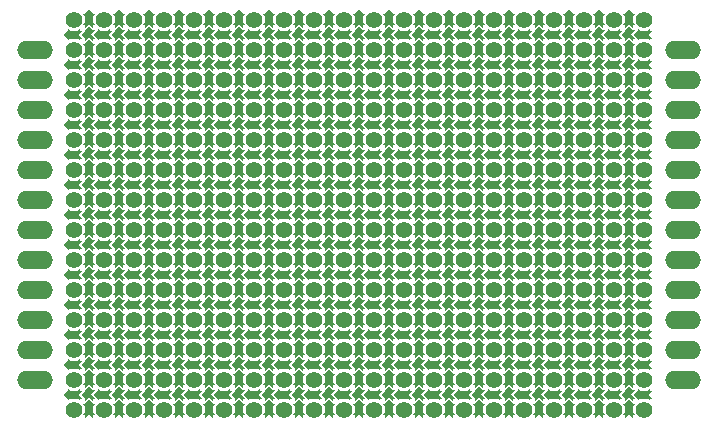
<source format=gbr>
G04 #@! TF.GenerationSoftware,KiCad,Pcbnew,9.0.1*
G04 #@! TF.CreationDate,2025-05-07T17:10:41-04:00*
G04 #@! TF.ProjectId,matrix-protoboard_14x20,6d617472-6978-42d7-9072-6f746f626f61,rev?*
G04 #@! TF.SameCoordinates,Original*
G04 #@! TF.FileFunction,Copper,L1,Top*
G04 #@! TF.FilePolarity,Positive*
%FSLAX46Y46*%
G04 Gerber Fmt 4.6, Leading zero omitted, Abs format (unit mm)*
G04 Created by KiCad (PCBNEW 9.0.1) date 2025-05-07 17:10:41*
%MOMM*%
%LPD*%
G01*
G04 APERTURE LIST*
G04 Aperture macros list*
%AMOutline4P*
0 Free polygon, 4 corners , with rotation*
0 The origin of the aperture is its center*
0 number of corners: always 4*
0 $1 to $8 corner X, Y*
0 $9 Rotation angle, in degrees counterclockwise*
0 create outline with 4 corners*
4,1,4,$1,$2,$3,$4,$5,$6,$7,$8,$1,$2,$9*%
G04 Aperture macros list end*
G04 #@! TA.AperFunction,SMDPad,CuDef*
%ADD10Outline4P,-0.247450X-0.123750X0.247450X-0.123750X0.000050X0.123750X-0.000050X0.123750X135.000000*%
G04 #@! TD*
G04 #@! TA.AperFunction,SMDPad,CuDef*
%ADD11Outline4P,-0.282750X-0.141400X0.282750X-0.141400X0.000050X0.141400X-0.000050X0.141400X45.000000*%
G04 #@! TD*
G04 #@! TA.AperFunction,SMDPad,CuDef*
%ADD12Outline4P,-0.282750X-0.141400X0.282750X-0.141400X0.000050X0.141400X-0.000050X0.141400X315.000000*%
G04 #@! TD*
G04 #@! TA.AperFunction,SMDPad,CuDef*
%ADD13Outline4P,-0.349950X-0.175000X0.349950X-0.175000X0.000050X0.175000X-0.000050X0.175000X90.000000*%
G04 #@! TD*
G04 #@! TA.AperFunction,SMDPad,CuDef*
%ADD14R,0.850000X0.700000*%
G04 #@! TD*
G04 #@! TA.AperFunction,SMDPad,CuDef*
%ADD15Outline4P,-0.282750X-0.141400X0.282750X-0.141400X0.000050X0.141400X-0.000050X0.141400X135.000000*%
G04 #@! TD*
G04 #@! TA.AperFunction,SMDPad,CuDef*
%ADD16Outline4P,-0.282750X-0.141400X0.282750X-0.141400X0.000050X0.141400X-0.000050X0.141400X225.000000*%
G04 #@! TD*
G04 #@! TA.AperFunction,SMDPad,CuDef*
%ADD17Outline4P,-0.247450X-0.123750X0.247450X-0.123750X0.000050X0.123750X-0.000050X0.123750X45.000000*%
G04 #@! TD*
G04 #@! TA.AperFunction,SMDPad,CuDef*
%ADD18Outline4P,-0.349950X-0.175000X0.349950X-0.175000X0.000050X0.175000X-0.000050X0.175000X0.000000*%
G04 #@! TD*
G04 #@! TA.AperFunction,SMDPad,CuDef*
%ADD19R,0.700000X0.850000*%
G04 #@! TD*
G04 #@! TA.AperFunction,SMDPad,CuDef*
%ADD20Outline4P,-0.247450X-0.123750X0.247450X-0.123750X0.000050X0.123750X-0.000050X0.123750X315.000000*%
G04 #@! TD*
G04 #@! TA.AperFunction,ComponentPad*
%ADD21C,1.400000*%
G04 #@! TD*
G04 #@! TA.AperFunction,SMDPad,CuDef*
%ADD22R,0.470000X0.520000*%
G04 #@! TD*
G04 #@! TA.AperFunction,SMDPad,CuDef*
%ADD23O,3.048000X1.524000*%
G04 #@! TD*
G04 APERTURE END LIST*
D10*
X150140000Y-135780000D03*
D11*
X149300000Y-135770000D03*
D12*
X150100000Y-135770000D03*
D13*
X149050000Y-135520000D03*
D14*
X149640000Y-135520000D03*
D15*
X149300000Y-135270000D03*
D16*
X150100000Y-135270000D03*
D17*
X150140000Y-135270000D03*
X153250000Y-142310000D03*
D12*
X153260000Y-141470000D03*
D16*
X153260000Y-142270000D03*
D18*
X153510000Y-141220000D03*
D19*
X153510000Y-141810000D03*
D11*
X153760000Y-141470000D03*
D15*
X153760000Y-142270000D03*
D20*
X153760000Y-142310000D03*
D10*
X139980000Y-156100000D03*
D11*
X139140000Y-156090000D03*
D12*
X139940000Y-156090000D03*
D13*
X138890000Y-155840000D03*
D14*
X139480000Y-155840000D03*
D15*
X139140000Y-155590000D03*
D16*
X139940000Y-155590000D03*
D17*
X139980000Y-155590000D03*
X171030000Y-129610000D03*
D12*
X171040000Y-128770000D03*
D16*
X171040000Y-129570000D03*
D18*
X171290000Y-128520000D03*
D19*
X171290000Y-129110000D03*
D11*
X171540000Y-128770000D03*
D15*
X171540000Y-129570000D03*
D20*
X171540000Y-129610000D03*
D21*
X172560000Y-126630000D03*
D17*
X150710000Y-144850000D03*
D12*
X150720000Y-144010000D03*
D16*
X150720000Y-144810000D03*
D18*
X150970000Y-143760000D03*
D19*
X150970000Y-144350000D03*
D11*
X151220000Y-144010000D03*
D15*
X151220000Y-144810000D03*
D20*
X151220000Y-144850000D03*
D13*
X168280000Y-140600000D03*
D17*
X168490000Y-140860000D03*
D22*
X168690000Y-140515000D03*
D18*
X168750000Y-140130000D03*
D17*
X169010000Y-140340000D03*
D10*
X169010000Y-140860000D03*
D20*
X169010000Y-140860000D03*
D10*
X173000000Y-125620000D03*
D11*
X172160000Y-125610000D03*
D12*
X172960000Y-125610000D03*
D13*
X171910000Y-125360000D03*
D14*
X172500000Y-125360000D03*
D15*
X172160000Y-125110000D03*
D16*
X172960000Y-125110000D03*
D17*
X173000000Y-125110000D03*
X143090000Y-137230000D03*
D12*
X143100000Y-136390000D03*
D16*
X143100000Y-137190000D03*
D18*
X143350000Y-136140000D03*
D19*
X143350000Y-136730000D03*
D11*
X143600000Y-136390000D03*
D15*
X143600000Y-137190000D03*
D20*
X143600000Y-137230000D03*
D17*
X165950000Y-142310000D03*
D12*
X165960000Y-141470000D03*
D16*
X165960000Y-142270000D03*
D18*
X166210000Y-141220000D03*
D19*
X166210000Y-141810000D03*
D11*
X166460000Y-141470000D03*
D15*
X166460000Y-142270000D03*
D20*
X166460000Y-142310000D03*
D10*
X139980000Y-135780000D03*
D11*
X139140000Y-135770000D03*
D12*
X139940000Y-135770000D03*
D13*
X138890000Y-135520000D03*
D14*
X139480000Y-135520000D03*
D15*
X139140000Y-135270000D03*
D16*
X139940000Y-135270000D03*
D17*
X139980000Y-135270000D03*
X150710000Y-137230000D03*
D12*
X150720000Y-136390000D03*
D16*
X150720000Y-137190000D03*
D18*
X150970000Y-136140000D03*
D19*
X150970000Y-136730000D03*
D11*
X151220000Y-136390000D03*
D15*
X151220000Y-137190000D03*
D20*
X151220000Y-137230000D03*
D21*
X159860000Y-154570000D03*
X170020000Y-146950000D03*
X162400000Y-152030000D03*
D17*
X168490000Y-149930000D03*
D12*
X168500000Y-149090000D03*
D16*
X168500000Y-149890000D03*
D18*
X168750000Y-148840000D03*
D19*
X168750000Y-149430000D03*
D11*
X169000000Y-149090000D03*
D15*
X169000000Y-149890000D03*
D20*
X169000000Y-149930000D03*
D10*
X157760000Y-156100000D03*
D11*
X156920000Y-156090000D03*
D12*
X157720000Y-156090000D03*
D13*
X156670000Y-155840000D03*
D14*
X157260000Y-155840000D03*
D15*
X156920000Y-155590000D03*
D16*
X157720000Y-155590000D03*
D17*
X157760000Y-155590000D03*
D13*
X150500000Y-145680000D03*
D17*
X150710000Y-145940000D03*
D22*
X150910000Y-145595000D03*
D18*
X150970000Y-145210000D03*
D17*
X151230000Y-145420000D03*
D10*
X151230000Y-145940000D03*
D20*
X151230000Y-145940000D03*
D10*
X147600000Y-133240000D03*
D11*
X146760000Y-133230000D03*
D12*
X147560000Y-133230000D03*
D13*
X146510000Y-132980000D03*
D14*
X147100000Y-132980000D03*
D15*
X146760000Y-132730000D03*
D16*
X147560000Y-132730000D03*
D17*
X147600000Y-132730000D03*
D13*
X168280000Y-127900000D03*
D17*
X168490000Y-128160000D03*
D22*
X168690000Y-127815000D03*
D18*
X168750000Y-127430000D03*
D17*
X169010000Y-127640000D03*
D20*
X169010000Y-128160000D03*
D10*
X169010000Y-128160000D03*
D13*
X145420000Y-138060000D03*
D17*
X145630000Y-138320000D03*
D22*
X145830000Y-137975000D03*
D18*
X145890000Y-137590000D03*
D17*
X146150000Y-137800000D03*
D20*
X146150000Y-138320000D03*
D10*
X146150000Y-138320000D03*
X139980000Y-133240000D03*
D11*
X139140000Y-133230000D03*
D12*
X139940000Y-133230000D03*
D13*
X138890000Y-132980000D03*
D14*
X139480000Y-132980000D03*
D15*
X139140000Y-132730000D03*
D16*
X139940000Y-132730000D03*
D17*
X139980000Y-132730000D03*
X143090000Y-124530000D03*
D12*
X143100000Y-123690000D03*
D16*
X143100000Y-124490000D03*
D18*
X143350000Y-123440000D03*
D19*
X143350000Y-124030000D03*
D11*
X143600000Y-123690000D03*
D15*
X143600000Y-124490000D03*
D20*
X143600000Y-124530000D03*
D21*
X185260000Y-131710000D03*
X147160000Y-129170000D03*
D17*
X163410000Y-142310000D03*
D12*
X163420000Y-141470000D03*
D16*
X163420000Y-142270000D03*
D18*
X163670000Y-141220000D03*
D19*
X163670000Y-141810000D03*
D11*
X163920000Y-141470000D03*
D15*
X163920000Y-142270000D03*
D20*
X163920000Y-142310000D03*
D13*
X186060000Y-132980000D03*
D17*
X186270000Y-133240000D03*
D22*
X186470000Y-132895000D03*
D18*
X186530000Y-132510000D03*
D17*
X186790000Y-132720000D03*
D20*
X186790000Y-133240000D03*
D10*
X186790000Y-133240000D03*
X167920000Y-133240000D03*
D11*
X167080000Y-133230000D03*
D12*
X167880000Y-133230000D03*
D13*
X166830000Y-132980000D03*
D14*
X167420000Y-132980000D03*
D15*
X167080000Y-132730000D03*
D16*
X167880000Y-132730000D03*
D17*
X167920000Y-132730000D03*
D21*
X142080000Y-136790000D03*
X164940000Y-126630000D03*
D17*
X181190000Y-152470000D03*
D12*
X181200000Y-151630000D03*
D16*
X181200000Y-152430000D03*
D18*
X181450000Y-151380000D03*
D19*
X181450000Y-151970000D03*
D11*
X181700000Y-151630000D03*
D15*
X181700000Y-152430000D03*
D20*
X181700000Y-152470000D03*
D13*
X173360000Y-132980000D03*
D17*
X173570000Y-133240000D03*
D22*
X173770000Y-132895000D03*
D18*
X173830000Y-132510000D03*
D17*
X174090000Y-132720000D03*
D20*
X174090000Y-133240000D03*
D10*
X174090000Y-133240000D03*
D17*
X163410000Y-149930000D03*
D12*
X163420000Y-149090000D03*
D16*
X163420000Y-149890000D03*
D18*
X163670000Y-148840000D03*
D19*
X163670000Y-149430000D03*
D11*
X163920000Y-149090000D03*
D15*
X163920000Y-149890000D03*
D20*
X163920000Y-149930000D03*
D13*
X173360000Y-140600000D03*
D17*
X173570000Y-140860000D03*
D22*
X173770000Y-140515000D03*
D18*
X173830000Y-140130000D03*
D17*
X174090000Y-140340000D03*
D20*
X174090000Y-140860000D03*
D10*
X174090000Y-140860000D03*
D13*
X175900000Y-153300000D03*
D17*
X176110000Y-153560000D03*
D22*
X176310000Y-153215000D03*
D18*
X176370000Y-152830000D03*
D17*
X176630000Y-153040000D03*
D20*
X176630000Y-153560000D03*
D10*
X176630000Y-153560000D03*
D21*
X175100000Y-129170000D03*
D17*
X181190000Y-127070000D03*
D12*
X181200000Y-126230000D03*
D16*
X181200000Y-127030000D03*
D18*
X181450000Y-125980000D03*
D19*
X181450000Y-126570000D03*
D11*
X181700000Y-126230000D03*
D15*
X181700000Y-127030000D03*
D20*
X181700000Y-127070000D03*
D21*
X149700000Y-124090000D03*
X159860000Y-134250000D03*
D13*
X153040000Y-153300000D03*
D17*
X153250000Y-153560000D03*
D22*
X153450000Y-153215000D03*
D18*
X153510000Y-152830000D03*
D17*
X153770000Y-153040000D03*
D10*
X153770000Y-153560000D03*
D20*
X153770000Y-153560000D03*
D13*
X165740000Y-153300000D03*
D17*
X165950000Y-153560000D03*
D22*
X166150000Y-153215000D03*
D18*
X166210000Y-152830000D03*
D17*
X166470000Y-153040000D03*
D20*
X166470000Y-153560000D03*
D10*
X166470000Y-153560000D03*
D13*
X178440000Y-153300000D03*
D17*
X178650000Y-153560000D03*
D22*
X178850000Y-153215000D03*
D18*
X178910000Y-152830000D03*
D17*
X179170000Y-153040000D03*
D10*
X179170000Y-153560000D03*
D20*
X179170000Y-153560000D03*
D13*
X186060000Y-153300000D03*
D17*
X186270000Y-153560000D03*
D22*
X186470000Y-153215000D03*
D18*
X186530000Y-152830000D03*
D17*
X186790000Y-153040000D03*
D10*
X186790000Y-153560000D03*
D20*
X186790000Y-153560000D03*
D17*
X150710000Y-124530000D03*
D12*
X150720000Y-123690000D03*
D16*
X150720000Y-124490000D03*
D18*
X150970000Y-123440000D03*
D19*
X150970000Y-124030000D03*
D11*
X151220000Y-123690000D03*
D15*
X151220000Y-124490000D03*
D20*
X151220000Y-124530000D03*
D13*
X183520000Y-130440000D03*
D17*
X183730000Y-130700000D03*
D22*
X183930000Y-130355000D03*
D18*
X183990000Y-129970000D03*
D17*
X184250000Y-130180000D03*
D10*
X184250000Y-130700000D03*
D20*
X184250000Y-130700000D03*
D17*
X160870000Y-157550000D03*
D12*
X160880000Y-156710000D03*
D16*
X160880000Y-157510000D03*
D18*
X161130000Y-156460000D03*
D19*
X161130000Y-157050000D03*
D11*
X161380000Y-156710000D03*
D15*
X161380000Y-157510000D03*
D20*
X161380000Y-157550000D03*
D10*
X150140000Y-153560000D03*
D11*
X149300000Y-153550000D03*
D12*
X150100000Y-153550000D03*
D13*
X149050000Y-153300000D03*
D14*
X149640000Y-153300000D03*
D15*
X149300000Y-153050000D03*
D16*
X150100000Y-153050000D03*
D17*
X150140000Y-153050000D03*
X176110000Y-152470000D03*
D12*
X176120000Y-151630000D03*
D16*
X176120000Y-152430000D03*
D18*
X176370000Y-151380000D03*
D19*
X176370000Y-151970000D03*
D11*
X176620000Y-151630000D03*
D15*
X176620000Y-152430000D03*
D20*
X176620000Y-152470000D03*
D17*
X183730000Y-127070000D03*
D12*
X183740000Y-126230000D03*
D16*
X183740000Y-127030000D03*
D18*
X183990000Y-125980000D03*
D19*
X183990000Y-126570000D03*
D11*
X184240000Y-126230000D03*
D15*
X184240000Y-127030000D03*
D20*
X184240000Y-127070000D03*
D10*
X170460000Y-140860000D03*
D11*
X169620000Y-140850000D03*
D12*
X170420000Y-140850000D03*
D13*
X169370000Y-140600000D03*
D14*
X169960000Y-140600000D03*
D15*
X169620000Y-140350000D03*
D16*
X170420000Y-140350000D03*
D17*
X170460000Y-140350000D03*
D13*
X168280000Y-138060000D03*
D17*
X168490000Y-138320000D03*
D22*
X168690000Y-137975000D03*
D18*
X168750000Y-137590000D03*
D17*
X169010000Y-137800000D03*
D20*
X169010000Y-138320000D03*
D10*
X169010000Y-138320000D03*
D13*
X175900000Y-140600000D03*
D17*
X176110000Y-140860000D03*
D22*
X176310000Y-140515000D03*
D18*
X176370000Y-140130000D03*
D17*
X176630000Y-140340000D03*
D10*
X176630000Y-140860000D03*
D20*
X176630000Y-140860000D03*
D13*
X178440000Y-132980000D03*
D17*
X178650000Y-133240000D03*
D22*
X178850000Y-132895000D03*
D18*
X178910000Y-132510000D03*
D17*
X179170000Y-132720000D03*
D10*
X179170000Y-133240000D03*
D20*
X179170000Y-133240000D03*
D13*
X160660000Y-150760000D03*
D17*
X160870000Y-151020000D03*
D22*
X161070000Y-150675000D03*
D18*
X161130000Y-150290000D03*
D17*
X161390000Y-150500000D03*
D10*
X161390000Y-151020000D03*
D20*
X161390000Y-151020000D03*
D10*
X173000000Y-133240000D03*
D11*
X172160000Y-133230000D03*
D12*
X172960000Y-133230000D03*
D13*
X171910000Y-132980000D03*
D14*
X172500000Y-132980000D03*
D15*
X172160000Y-132730000D03*
D16*
X172960000Y-132730000D03*
D17*
X173000000Y-132730000D03*
D13*
X170820000Y-130440000D03*
D17*
X171030000Y-130700000D03*
D22*
X171230000Y-130355000D03*
D18*
X171290000Y-129970000D03*
D17*
X171550000Y-130180000D03*
D10*
X171550000Y-130700000D03*
D20*
X171550000Y-130700000D03*
D21*
X185260000Y-149490000D03*
X167480000Y-154570000D03*
D10*
X142520000Y-140860000D03*
D11*
X141680000Y-140850000D03*
D12*
X142480000Y-140850000D03*
D13*
X141430000Y-140600000D03*
D14*
X142020000Y-140600000D03*
D15*
X141680000Y-140350000D03*
D16*
X142480000Y-140350000D03*
D17*
X142520000Y-140350000D03*
X140550000Y-157550000D03*
D12*
X140560000Y-156710000D03*
D16*
X140560000Y-157510000D03*
D18*
X140810000Y-156460000D03*
D19*
X140810000Y-157050000D03*
D11*
X141060000Y-156710000D03*
D15*
X141060000Y-157510000D03*
D20*
X141060000Y-157550000D03*
D10*
X157760000Y-140860000D03*
D11*
X156920000Y-140850000D03*
D12*
X157720000Y-140850000D03*
D13*
X156670000Y-140600000D03*
D14*
X157260000Y-140600000D03*
D15*
X156920000Y-140350000D03*
D16*
X157720000Y-140350000D03*
D17*
X157760000Y-140350000D03*
D21*
X149700000Y-139330000D03*
D17*
X153250000Y-157550000D03*
D12*
X153260000Y-156710000D03*
D16*
X153260000Y-157510000D03*
D18*
X153510000Y-156460000D03*
D19*
X153510000Y-157050000D03*
D11*
X153760000Y-156710000D03*
D15*
X153760000Y-157510000D03*
D20*
X153760000Y-157550000D03*
D10*
X183160000Y-148480000D03*
D11*
X182320000Y-148470000D03*
D12*
X183120000Y-148470000D03*
D13*
X182070000Y-148220000D03*
D14*
X182660000Y-148220000D03*
D15*
X182320000Y-147970000D03*
D16*
X183120000Y-147970000D03*
D17*
X183160000Y-147970000D03*
D10*
X165380000Y-125620000D03*
D11*
X164540000Y-125610000D03*
D12*
X165340000Y-125610000D03*
D13*
X164290000Y-125360000D03*
D14*
X164880000Y-125360000D03*
D15*
X164540000Y-125110000D03*
D16*
X165340000Y-125110000D03*
D17*
X165380000Y-125110000D03*
D21*
X162400000Y-124090000D03*
X154780000Y-144410000D03*
X172560000Y-144410000D03*
X172560000Y-131710000D03*
D13*
X170820000Y-143140000D03*
D17*
X171030000Y-143400000D03*
D22*
X171230000Y-143055000D03*
D18*
X171290000Y-142670000D03*
D17*
X171550000Y-142880000D03*
D10*
X171550000Y-143400000D03*
D20*
X171550000Y-143400000D03*
D17*
X140550000Y-149930000D03*
D12*
X140560000Y-149090000D03*
D16*
X140560000Y-149890000D03*
D18*
X140810000Y-148840000D03*
D19*
X140810000Y-149430000D03*
D11*
X141060000Y-149090000D03*
D15*
X141060000Y-149890000D03*
D20*
X141060000Y-149930000D03*
D17*
X183730000Y-129610000D03*
D12*
X183740000Y-128770000D03*
D16*
X183740000Y-129570000D03*
D18*
X183990000Y-128520000D03*
D19*
X183990000Y-129110000D03*
D11*
X184240000Y-128770000D03*
D15*
X184240000Y-129570000D03*
D20*
X184240000Y-129610000D03*
D21*
X149700000Y-131710000D03*
D13*
X155580000Y-153300000D03*
D17*
X155790000Y-153560000D03*
D22*
X155990000Y-153215000D03*
D18*
X156050000Y-152830000D03*
D17*
X156310000Y-153040000D03*
D20*
X156310000Y-153560000D03*
D10*
X156310000Y-153560000D03*
D17*
X140550000Y-142310000D03*
D12*
X140560000Y-141470000D03*
D16*
X140560000Y-142270000D03*
D18*
X140810000Y-141220000D03*
D19*
X140810000Y-141810000D03*
D11*
X141060000Y-141470000D03*
D15*
X141060000Y-142270000D03*
D20*
X141060000Y-142310000D03*
D10*
X157760000Y-151020000D03*
D11*
X156920000Y-151010000D03*
D12*
X157720000Y-151010000D03*
D13*
X156670000Y-150760000D03*
D14*
X157260000Y-150760000D03*
D15*
X156920000Y-150510000D03*
D16*
X157720000Y-150510000D03*
D17*
X157760000Y-150510000D03*
D21*
X175100000Y-146950000D03*
D13*
X155580000Y-132980000D03*
D17*
X155790000Y-133240000D03*
D22*
X155990000Y-132895000D03*
D18*
X156050000Y-132510000D03*
D17*
X156310000Y-132720000D03*
D20*
X156310000Y-133240000D03*
D10*
X156310000Y-133240000D03*
D21*
X177640000Y-134250000D03*
X164940000Y-141870000D03*
D13*
X147960000Y-135520000D03*
D17*
X148170000Y-135780000D03*
D22*
X148370000Y-135435000D03*
D18*
X148430000Y-135050000D03*
D17*
X148690000Y-135260000D03*
D20*
X148690000Y-135780000D03*
D10*
X148690000Y-135780000D03*
D21*
X149700000Y-152030000D03*
D10*
X183160000Y-143400000D03*
D11*
X182320000Y-143390000D03*
D12*
X183120000Y-143390000D03*
D13*
X182070000Y-143140000D03*
D14*
X182660000Y-143140000D03*
D15*
X182320000Y-142890000D03*
D16*
X183120000Y-142890000D03*
D17*
X183160000Y-142890000D03*
X186270000Y-149930000D03*
D12*
X186280000Y-149090000D03*
D16*
X186280000Y-149890000D03*
D18*
X186530000Y-148840000D03*
D19*
X186530000Y-149430000D03*
D11*
X186780000Y-149090000D03*
D15*
X186780000Y-149890000D03*
D20*
X186780000Y-149930000D03*
D10*
X185700000Y-133240000D03*
D11*
X184860000Y-133230000D03*
D12*
X185660000Y-133230000D03*
D13*
X184610000Y-132980000D03*
D14*
X185200000Y-132980000D03*
D15*
X184860000Y-132730000D03*
D16*
X185660000Y-132730000D03*
D17*
X185700000Y-132730000D03*
D10*
X147600000Y-125620000D03*
D11*
X146760000Y-125610000D03*
D12*
X147560000Y-125610000D03*
D13*
X146510000Y-125360000D03*
D14*
X147100000Y-125360000D03*
D15*
X146760000Y-125110000D03*
D16*
X147560000Y-125110000D03*
D17*
X147600000Y-125110000D03*
D13*
X153040000Y-155840000D03*
D17*
X153250000Y-156100000D03*
D22*
X153450000Y-155755000D03*
D18*
X153510000Y-155370000D03*
D17*
X153770000Y-155580000D03*
D10*
X153770000Y-156100000D03*
D20*
X153770000Y-156100000D03*
D21*
X142080000Y-129170000D03*
X162400000Y-154570000D03*
X144620000Y-129170000D03*
X164940000Y-124090000D03*
X185260000Y-124090000D03*
D13*
X175900000Y-143140000D03*
D17*
X176110000Y-143400000D03*
D22*
X176310000Y-143055000D03*
D18*
X176370000Y-142670000D03*
D17*
X176630000Y-142880000D03*
D10*
X176630000Y-143400000D03*
D20*
X176630000Y-143400000D03*
D17*
X168490000Y-139770000D03*
D12*
X168500000Y-138930000D03*
D16*
X168500000Y-139730000D03*
D18*
X168750000Y-138680000D03*
D19*
X168750000Y-139270000D03*
D11*
X169000000Y-138930000D03*
D15*
X169000000Y-139730000D03*
D20*
X169000000Y-139770000D03*
D10*
X155220000Y-143400000D03*
D11*
X154380000Y-143390000D03*
D12*
X155180000Y-143390000D03*
D13*
X154130000Y-143140000D03*
D14*
X154720000Y-143140000D03*
D15*
X154380000Y-142890000D03*
D16*
X155180000Y-142890000D03*
D17*
X155220000Y-142890000D03*
X140550000Y-127070000D03*
D12*
X140560000Y-126230000D03*
D16*
X140560000Y-127030000D03*
D18*
X140810000Y-125980000D03*
D19*
X140810000Y-126570000D03*
D11*
X141060000Y-126230000D03*
D15*
X141060000Y-127030000D03*
D20*
X141060000Y-127070000D03*
D17*
X186270000Y-157550000D03*
D12*
X186280000Y-156710000D03*
D16*
X186280000Y-157510000D03*
D18*
X186530000Y-156460000D03*
D19*
X186530000Y-157050000D03*
D11*
X186780000Y-156710000D03*
D15*
X186780000Y-157510000D03*
D20*
X186780000Y-157550000D03*
D13*
X155580000Y-135520000D03*
D17*
X155790000Y-135780000D03*
D22*
X155990000Y-135435000D03*
D18*
X156050000Y-135050000D03*
D17*
X156310000Y-135260000D03*
D10*
X156310000Y-135780000D03*
D20*
X156310000Y-135780000D03*
D21*
X167480000Y-144410000D03*
D13*
X145420000Y-145680000D03*
D17*
X145630000Y-145940000D03*
D22*
X145830000Y-145595000D03*
D18*
X145890000Y-145210000D03*
D17*
X146150000Y-145420000D03*
D10*
X146150000Y-145940000D03*
D20*
X146150000Y-145940000D03*
D10*
X160300000Y-138320000D03*
D11*
X159460000Y-138310000D03*
D12*
X160260000Y-138310000D03*
D13*
X159210000Y-138060000D03*
D14*
X159800000Y-138060000D03*
D15*
X159460000Y-137810000D03*
D16*
X160260000Y-137810000D03*
D17*
X160300000Y-137810000D03*
X155790000Y-152470000D03*
D12*
X155800000Y-151630000D03*
D16*
X155800000Y-152430000D03*
D18*
X156050000Y-151380000D03*
D19*
X156050000Y-151970000D03*
D11*
X156300000Y-151630000D03*
D15*
X156300000Y-152430000D03*
D20*
X156300000Y-152470000D03*
D17*
X158330000Y-144850000D03*
D12*
X158340000Y-144010000D03*
D16*
X158340000Y-144810000D03*
D18*
X158590000Y-143760000D03*
D19*
X158590000Y-144350000D03*
D11*
X158840000Y-144010000D03*
D15*
X158840000Y-144810000D03*
D20*
X158840000Y-144850000D03*
D10*
X150140000Y-156100000D03*
D11*
X149300000Y-156090000D03*
D12*
X150100000Y-156090000D03*
D13*
X149050000Y-155840000D03*
D14*
X149640000Y-155840000D03*
D15*
X149300000Y-155590000D03*
D16*
X150100000Y-155590000D03*
D17*
X150140000Y-155590000D03*
D21*
X149700000Y-136790000D03*
X182720000Y-157110000D03*
X159860000Y-141870000D03*
D13*
X160660000Y-127900000D03*
D17*
X160870000Y-128160000D03*
D22*
X161070000Y-127815000D03*
D18*
X161130000Y-127430000D03*
D17*
X161390000Y-127640000D03*
D10*
X161390000Y-128160000D03*
D20*
X161390000Y-128160000D03*
D17*
X143090000Y-127070000D03*
D12*
X143100000Y-126230000D03*
D16*
X143100000Y-127030000D03*
D18*
X143350000Y-125980000D03*
D19*
X143350000Y-126570000D03*
D11*
X143600000Y-126230000D03*
D15*
X143600000Y-127030000D03*
D20*
X143600000Y-127070000D03*
D21*
X170020000Y-157110000D03*
D13*
X170820000Y-125360000D03*
D17*
X171030000Y-125620000D03*
D22*
X171230000Y-125275000D03*
D18*
X171290000Y-124890000D03*
D17*
X171550000Y-125100000D03*
D20*
X171550000Y-125620000D03*
D10*
X171550000Y-125620000D03*
D21*
X185260000Y-154570000D03*
D17*
X150710000Y-134690000D03*
D12*
X150720000Y-133850000D03*
D16*
X150720000Y-134650000D03*
D18*
X150970000Y-133600000D03*
D19*
X150970000Y-134190000D03*
D11*
X151220000Y-133850000D03*
D15*
X151220000Y-134650000D03*
D20*
X151220000Y-134690000D03*
D21*
X185260000Y-144410000D03*
X159860000Y-124090000D03*
D10*
X150140000Y-125620000D03*
D11*
X149300000Y-125610000D03*
D12*
X150100000Y-125610000D03*
D13*
X149050000Y-125360000D03*
D14*
X149640000Y-125360000D03*
D15*
X149300000Y-125110000D03*
D16*
X150100000Y-125110000D03*
D17*
X150140000Y-125110000D03*
D13*
X186060000Y-135520000D03*
D17*
X186270000Y-135780000D03*
D22*
X186470000Y-135435000D03*
D18*
X186530000Y-135050000D03*
D17*
X186790000Y-135260000D03*
D10*
X186790000Y-135780000D03*
D20*
X186790000Y-135780000D03*
D17*
X148170000Y-149930000D03*
D12*
X148180000Y-149090000D03*
D16*
X148180000Y-149890000D03*
D18*
X148430000Y-148840000D03*
D19*
X148430000Y-149430000D03*
D11*
X148680000Y-149090000D03*
D15*
X148680000Y-149890000D03*
D20*
X148680000Y-149930000D03*
D23*
X136238000Y-146950000D03*
D13*
X153040000Y-143140000D03*
D17*
X153250000Y-143400000D03*
D22*
X153450000Y-143055000D03*
D18*
X153510000Y-142670000D03*
D17*
X153770000Y-142880000D03*
D10*
X153770000Y-143400000D03*
D20*
X153770000Y-143400000D03*
D21*
X147160000Y-149490000D03*
D17*
X186270000Y-155010000D03*
D12*
X186280000Y-154170000D03*
D16*
X186280000Y-154970000D03*
D18*
X186530000Y-153920000D03*
D19*
X186530000Y-154510000D03*
D11*
X186780000Y-154170000D03*
D15*
X186780000Y-154970000D03*
D20*
X186780000Y-155010000D03*
D10*
X167920000Y-135780000D03*
D11*
X167080000Y-135770000D03*
D12*
X167880000Y-135770000D03*
D13*
X166830000Y-135520000D03*
D14*
X167420000Y-135520000D03*
D15*
X167080000Y-135270000D03*
D16*
X167880000Y-135270000D03*
D17*
X167920000Y-135270000D03*
D10*
X165380000Y-138320000D03*
D11*
X164540000Y-138310000D03*
D12*
X165340000Y-138310000D03*
D13*
X164290000Y-138060000D03*
D14*
X164880000Y-138060000D03*
D15*
X164540000Y-137810000D03*
D16*
X165340000Y-137810000D03*
D17*
X165380000Y-137810000D03*
D13*
X186060000Y-140600000D03*
D17*
X186270000Y-140860000D03*
D22*
X186470000Y-140515000D03*
D18*
X186530000Y-140130000D03*
D17*
X186790000Y-140340000D03*
D10*
X186790000Y-140860000D03*
D20*
X186790000Y-140860000D03*
D13*
X153040000Y-145680000D03*
D17*
X153250000Y-145940000D03*
D22*
X153450000Y-145595000D03*
D18*
X153510000Y-145210000D03*
D17*
X153770000Y-145420000D03*
D20*
X153770000Y-145940000D03*
D10*
X153770000Y-145940000D03*
X142520000Y-133240000D03*
D11*
X141680000Y-133230000D03*
D12*
X142480000Y-133230000D03*
D13*
X141430000Y-132980000D03*
D14*
X142020000Y-132980000D03*
D15*
X141680000Y-132730000D03*
D16*
X142480000Y-132730000D03*
D17*
X142520000Y-132730000D03*
X183730000Y-147390000D03*
D12*
X183740000Y-146550000D03*
D16*
X183740000Y-147350000D03*
D18*
X183990000Y-146300000D03*
D19*
X183990000Y-146890000D03*
D11*
X184240000Y-146550000D03*
D15*
X184240000Y-147350000D03*
D20*
X184240000Y-147390000D03*
D21*
X159860000Y-139330000D03*
D10*
X183160000Y-145940000D03*
D11*
X182320000Y-145930000D03*
D12*
X183120000Y-145930000D03*
D13*
X182070000Y-145680000D03*
D14*
X182660000Y-145680000D03*
D15*
X182320000Y-145430000D03*
D16*
X183120000Y-145430000D03*
D17*
X183160000Y-145430000D03*
X165950000Y-144850000D03*
D12*
X165960000Y-144010000D03*
D16*
X165960000Y-144810000D03*
D18*
X166210000Y-143760000D03*
D19*
X166210000Y-144350000D03*
D11*
X166460000Y-144010000D03*
D15*
X166460000Y-144810000D03*
D20*
X166460000Y-144850000D03*
D10*
X167920000Y-140860000D03*
D11*
X167080000Y-140850000D03*
D12*
X167880000Y-140850000D03*
D13*
X166830000Y-140600000D03*
D14*
X167420000Y-140600000D03*
D15*
X167080000Y-140350000D03*
D16*
X167880000Y-140350000D03*
D17*
X167920000Y-140350000D03*
D10*
X170460000Y-128160000D03*
D11*
X169620000Y-128150000D03*
D12*
X170420000Y-128150000D03*
D13*
X169370000Y-127900000D03*
D14*
X169960000Y-127900000D03*
D15*
X169620000Y-127650000D03*
D16*
X170420000Y-127650000D03*
D17*
X170460000Y-127650000D03*
D21*
X147160000Y-134250000D03*
D17*
X140550000Y-144850000D03*
D12*
X140560000Y-144010000D03*
D16*
X140560000Y-144810000D03*
D18*
X140810000Y-143760000D03*
D19*
X140810000Y-144350000D03*
D11*
X141060000Y-144010000D03*
D15*
X141060000Y-144810000D03*
D20*
X141060000Y-144850000D03*
D17*
X148170000Y-155010000D03*
D12*
X148180000Y-154170000D03*
D16*
X148180000Y-154970000D03*
D18*
X148430000Y-153920000D03*
D19*
X148430000Y-154510000D03*
D11*
X148680000Y-154170000D03*
D15*
X148680000Y-154970000D03*
D20*
X148680000Y-155010000D03*
D13*
X180980000Y-132980000D03*
D17*
X181190000Y-133240000D03*
D22*
X181390000Y-132895000D03*
D18*
X181450000Y-132510000D03*
D17*
X181710000Y-132720000D03*
D10*
X181710000Y-133240000D03*
D20*
X181710000Y-133240000D03*
D21*
X180180000Y-152030000D03*
D10*
X142520000Y-143400000D03*
D11*
X141680000Y-143390000D03*
D12*
X142480000Y-143390000D03*
D13*
X141430000Y-143140000D03*
D14*
X142020000Y-143140000D03*
D15*
X141680000Y-142890000D03*
D16*
X142480000Y-142890000D03*
D17*
X142520000Y-142890000D03*
D13*
X165740000Y-145680000D03*
D17*
X165950000Y-145940000D03*
D22*
X166150000Y-145595000D03*
D18*
X166210000Y-145210000D03*
D17*
X166470000Y-145420000D03*
D10*
X166470000Y-145940000D03*
D20*
X166470000Y-145940000D03*
D13*
X180980000Y-125360000D03*
D17*
X181190000Y-125620000D03*
D22*
X181390000Y-125275000D03*
D18*
X181450000Y-124890000D03*
D17*
X181710000Y-125100000D03*
D10*
X181710000Y-125620000D03*
D20*
X181710000Y-125620000D03*
D13*
X168280000Y-155840000D03*
D17*
X168490000Y-156100000D03*
D22*
X168690000Y-155755000D03*
D18*
X168750000Y-155370000D03*
D17*
X169010000Y-155580000D03*
D20*
X169010000Y-156100000D03*
D10*
X169010000Y-156100000D03*
D21*
X185260000Y-146950000D03*
D17*
X143090000Y-142310000D03*
D12*
X143100000Y-141470000D03*
D16*
X143100000Y-142270000D03*
D18*
X143350000Y-141220000D03*
D19*
X143350000Y-141810000D03*
D11*
X143600000Y-141470000D03*
D15*
X143600000Y-142270000D03*
D20*
X143600000Y-142310000D03*
D17*
X150710000Y-147390000D03*
D12*
X150720000Y-146550000D03*
D16*
X150720000Y-147350000D03*
D18*
X150970000Y-146300000D03*
D19*
X150970000Y-146890000D03*
D11*
X151220000Y-146550000D03*
D15*
X151220000Y-147350000D03*
D20*
X151220000Y-147390000D03*
D17*
X155790000Y-129610000D03*
D12*
X155800000Y-128770000D03*
D16*
X155800000Y-129570000D03*
D18*
X156050000Y-128520000D03*
D19*
X156050000Y-129110000D03*
D11*
X156300000Y-128770000D03*
D15*
X156300000Y-129570000D03*
D20*
X156300000Y-129610000D03*
D13*
X180980000Y-148220000D03*
D17*
X181190000Y-148480000D03*
D22*
X181390000Y-148135000D03*
D18*
X181450000Y-147750000D03*
D17*
X181710000Y-147960000D03*
D20*
X181710000Y-148480000D03*
D10*
X181710000Y-148480000D03*
D17*
X165950000Y-139770000D03*
D12*
X165960000Y-138930000D03*
D16*
X165960000Y-139730000D03*
D18*
X166210000Y-138680000D03*
D19*
X166210000Y-139270000D03*
D11*
X166460000Y-138930000D03*
D15*
X166460000Y-139730000D03*
D20*
X166460000Y-139770000D03*
D10*
X183160000Y-125620000D03*
D11*
X182320000Y-125610000D03*
D12*
X183120000Y-125610000D03*
D13*
X182070000Y-125360000D03*
D14*
X182660000Y-125360000D03*
D15*
X182320000Y-125110000D03*
D16*
X183120000Y-125110000D03*
D17*
X183160000Y-125110000D03*
X178650000Y-152470000D03*
D12*
X178660000Y-151630000D03*
D16*
X178660000Y-152430000D03*
D18*
X178910000Y-151380000D03*
D19*
X178910000Y-151970000D03*
D11*
X179160000Y-151630000D03*
D15*
X179160000Y-152430000D03*
D20*
X179160000Y-152470000D03*
D17*
X163410000Y-129610000D03*
D12*
X163420000Y-128770000D03*
D16*
X163420000Y-129570000D03*
D18*
X163670000Y-128520000D03*
D19*
X163670000Y-129110000D03*
D11*
X163920000Y-128770000D03*
D15*
X163920000Y-129570000D03*
D20*
X163920000Y-129610000D03*
D23*
X191102000Y-139330000D03*
D21*
X164940000Y-154570000D03*
X162400000Y-129170000D03*
D10*
X160300000Y-135780000D03*
D11*
X159460000Y-135770000D03*
D12*
X160260000Y-135770000D03*
D13*
X159210000Y-135520000D03*
D14*
X159800000Y-135520000D03*
D15*
X159460000Y-135270000D03*
D16*
X160260000Y-135270000D03*
D17*
X160300000Y-135270000D03*
D21*
X149700000Y-157110000D03*
D13*
X150500000Y-148220000D03*
D17*
X150710000Y-148480000D03*
D22*
X150910000Y-148135000D03*
D18*
X150970000Y-147750000D03*
D17*
X151230000Y-147960000D03*
D20*
X151230000Y-148480000D03*
D10*
X151230000Y-148480000D03*
D13*
X180980000Y-150760000D03*
D17*
X181190000Y-151020000D03*
D22*
X181390000Y-150675000D03*
D18*
X181450000Y-150290000D03*
D17*
X181710000Y-150500000D03*
D20*
X181710000Y-151020000D03*
D10*
X181710000Y-151020000D03*
D13*
X178440000Y-135520000D03*
D17*
X178650000Y-135780000D03*
D22*
X178850000Y-135435000D03*
D18*
X178910000Y-135050000D03*
D17*
X179170000Y-135260000D03*
D20*
X179170000Y-135780000D03*
D10*
X179170000Y-135780000D03*
D21*
X175100000Y-131710000D03*
D17*
X158330000Y-152470000D03*
D12*
X158340000Y-151630000D03*
D16*
X158340000Y-152430000D03*
D18*
X158590000Y-151380000D03*
D19*
X158590000Y-151970000D03*
D11*
X158840000Y-151630000D03*
D15*
X158840000Y-152430000D03*
D20*
X158840000Y-152470000D03*
D17*
X150710000Y-139770000D03*
D12*
X150720000Y-138930000D03*
D16*
X150720000Y-139730000D03*
D18*
X150970000Y-138680000D03*
D19*
X150970000Y-139270000D03*
D11*
X151220000Y-138930000D03*
D15*
X151220000Y-139730000D03*
D20*
X151220000Y-139770000D03*
D21*
X157320000Y-131710000D03*
D13*
X170820000Y-145680000D03*
D17*
X171030000Y-145940000D03*
D22*
X171230000Y-145595000D03*
D18*
X171290000Y-145210000D03*
D17*
X171550000Y-145420000D03*
D10*
X171550000Y-145940000D03*
D20*
X171550000Y-145940000D03*
D10*
X145060000Y-140860000D03*
D11*
X144220000Y-140850000D03*
D12*
X145020000Y-140850000D03*
D13*
X143970000Y-140600000D03*
D14*
X144560000Y-140600000D03*
D15*
X144220000Y-140350000D03*
D16*
X145020000Y-140350000D03*
D17*
X145060000Y-140350000D03*
D13*
X150500000Y-132980000D03*
D17*
X150710000Y-133240000D03*
D22*
X150910000Y-132895000D03*
D18*
X150970000Y-132510000D03*
D17*
X151230000Y-132720000D03*
D20*
X151230000Y-133240000D03*
D10*
X151230000Y-133240000D03*
D21*
X162400000Y-157110000D03*
D10*
X175540000Y-138320000D03*
D11*
X174700000Y-138310000D03*
D12*
X175500000Y-138310000D03*
D13*
X174450000Y-138060000D03*
D14*
X175040000Y-138060000D03*
D15*
X174700000Y-137810000D03*
D16*
X175500000Y-137810000D03*
D17*
X175540000Y-137810000D03*
D10*
X167920000Y-138320000D03*
D11*
X167080000Y-138310000D03*
D12*
X167880000Y-138310000D03*
D13*
X166830000Y-138060000D03*
D14*
X167420000Y-138060000D03*
D15*
X167080000Y-137810000D03*
D16*
X167880000Y-137810000D03*
D17*
X167920000Y-137810000D03*
D21*
X167480000Y-141870000D03*
X154780000Y-129170000D03*
X167480000Y-157110000D03*
D17*
X160870000Y-144850000D03*
D12*
X160880000Y-144010000D03*
D16*
X160880000Y-144810000D03*
D18*
X161130000Y-143760000D03*
D19*
X161130000Y-144350000D03*
D11*
X161380000Y-144010000D03*
D15*
X161380000Y-144810000D03*
D20*
X161380000Y-144850000D03*
D21*
X152240000Y-149490000D03*
D17*
X155790000Y-139770000D03*
D12*
X155800000Y-138930000D03*
D16*
X155800000Y-139730000D03*
D18*
X156050000Y-138680000D03*
D19*
X156050000Y-139270000D03*
D11*
X156300000Y-138930000D03*
D15*
X156300000Y-139730000D03*
D20*
X156300000Y-139770000D03*
D21*
X175100000Y-154570000D03*
D13*
X168280000Y-130440000D03*
D17*
X168490000Y-130700000D03*
D22*
X168690000Y-130355000D03*
D18*
X168750000Y-129970000D03*
D17*
X169010000Y-130180000D03*
D20*
X169010000Y-130700000D03*
D10*
X169010000Y-130700000D03*
X185700000Y-145940000D03*
D11*
X184860000Y-145930000D03*
D12*
X185660000Y-145930000D03*
D13*
X184610000Y-145680000D03*
D14*
X185200000Y-145680000D03*
D15*
X184860000Y-145430000D03*
D16*
X185660000Y-145430000D03*
D17*
X185700000Y-145430000D03*
X150710000Y-157550000D03*
D12*
X150720000Y-156710000D03*
D16*
X150720000Y-157510000D03*
D18*
X150970000Y-156460000D03*
D19*
X150970000Y-157050000D03*
D11*
X151220000Y-156710000D03*
D15*
X151220000Y-157510000D03*
D20*
X151220000Y-157550000D03*
D17*
X171030000Y-134690000D03*
D12*
X171040000Y-133850000D03*
D16*
X171040000Y-134650000D03*
D18*
X171290000Y-133600000D03*
D19*
X171290000Y-134190000D03*
D11*
X171540000Y-133850000D03*
D15*
X171540000Y-134650000D03*
D20*
X171540000Y-134690000D03*
D10*
X170460000Y-148480000D03*
D11*
X169620000Y-148470000D03*
D12*
X170420000Y-148470000D03*
D13*
X169370000Y-148220000D03*
D14*
X169960000Y-148220000D03*
D15*
X169620000Y-147970000D03*
D16*
X170420000Y-147970000D03*
D17*
X170460000Y-147970000D03*
D10*
X178080000Y-125620000D03*
D11*
X177240000Y-125610000D03*
D12*
X178040000Y-125610000D03*
D13*
X176990000Y-125360000D03*
D14*
X177580000Y-125360000D03*
D15*
X177240000Y-125110000D03*
D16*
X178040000Y-125110000D03*
D17*
X178080000Y-125110000D03*
D21*
X147160000Y-124090000D03*
D17*
X150710000Y-129610000D03*
D12*
X150720000Y-128770000D03*
D16*
X150720000Y-129570000D03*
D18*
X150970000Y-128520000D03*
D19*
X150970000Y-129110000D03*
D11*
X151220000Y-128770000D03*
D15*
X151220000Y-129570000D03*
D20*
X151220000Y-129610000D03*
D10*
X167920000Y-143400000D03*
D11*
X167080000Y-143390000D03*
D12*
X167880000Y-143390000D03*
D13*
X166830000Y-143140000D03*
D14*
X167420000Y-143140000D03*
D15*
X167080000Y-142890000D03*
D16*
X167880000Y-142890000D03*
D17*
X167920000Y-142890000D03*
X158330000Y-134690000D03*
D12*
X158340000Y-133850000D03*
D16*
X158340000Y-134650000D03*
D18*
X158590000Y-133600000D03*
D19*
X158590000Y-134190000D03*
D11*
X158840000Y-133850000D03*
D15*
X158840000Y-134650000D03*
D20*
X158840000Y-134690000D03*
D10*
X145060000Y-125620000D03*
D11*
X144220000Y-125610000D03*
D12*
X145020000Y-125610000D03*
D13*
X143970000Y-125360000D03*
D14*
X144560000Y-125360000D03*
D15*
X144220000Y-125110000D03*
D16*
X145020000Y-125110000D03*
D17*
X145060000Y-125110000D03*
D13*
X178440000Y-140600000D03*
D17*
X178650000Y-140860000D03*
D22*
X178850000Y-140515000D03*
D18*
X178910000Y-140130000D03*
D17*
X179170000Y-140340000D03*
D20*
X179170000Y-140860000D03*
D10*
X179170000Y-140860000D03*
D21*
X159860000Y-136790000D03*
D17*
X165950000Y-137230000D03*
D12*
X165960000Y-136390000D03*
D16*
X165960000Y-137190000D03*
D18*
X166210000Y-136140000D03*
D19*
X166210000Y-136730000D03*
D11*
X166460000Y-136390000D03*
D15*
X166460000Y-137190000D03*
D20*
X166460000Y-137230000D03*
D21*
X185260000Y-129170000D03*
D17*
X176110000Y-142310000D03*
D12*
X176120000Y-141470000D03*
D16*
X176120000Y-142270000D03*
D18*
X176370000Y-141220000D03*
D19*
X176370000Y-141810000D03*
D11*
X176620000Y-141470000D03*
D15*
X176620000Y-142270000D03*
D20*
X176620000Y-142310000D03*
D10*
X145060000Y-145940000D03*
D11*
X144220000Y-145930000D03*
D12*
X145020000Y-145930000D03*
D13*
X143970000Y-145680000D03*
D14*
X144560000Y-145680000D03*
D15*
X144220000Y-145430000D03*
D16*
X145020000Y-145430000D03*
D17*
X145060000Y-145430000D03*
D10*
X173000000Y-130700000D03*
D11*
X172160000Y-130690000D03*
D12*
X172960000Y-130690000D03*
D13*
X171910000Y-130440000D03*
D14*
X172500000Y-130440000D03*
D15*
X172160000Y-130190000D03*
D16*
X172960000Y-130190000D03*
D17*
X173000000Y-130190000D03*
D21*
X170020000Y-131710000D03*
X157320000Y-124090000D03*
D17*
X168490000Y-144850000D03*
D12*
X168500000Y-144010000D03*
D16*
X168500000Y-144810000D03*
D18*
X168750000Y-143760000D03*
D19*
X168750000Y-144350000D03*
D11*
X169000000Y-144010000D03*
D15*
X169000000Y-144810000D03*
D20*
X169000000Y-144850000D03*
D13*
X158120000Y-155840000D03*
D17*
X158330000Y-156100000D03*
D22*
X158530000Y-155755000D03*
D18*
X158590000Y-155370000D03*
D17*
X158850000Y-155580000D03*
D20*
X158850000Y-156100000D03*
D10*
X158850000Y-156100000D03*
D13*
X163200000Y-138060000D03*
D17*
X163410000Y-138320000D03*
D22*
X163610000Y-137975000D03*
D18*
X163670000Y-137590000D03*
D17*
X163930000Y-137800000D03*
D10*
X163930000Y-138320000D03*
D20*
X163930000Y-138320000D03*
D17*
X176110000Y-124530000D03*
D12*
X176120000Y-123690000D03*
D16*
X176120000Y-124490000D03*
D18*
X176370000Y-123440000D03*
D19*
X176370000Y-124030000D03*
D11*
X176620000Y-123690000D03*
D15*
X176620000Y-124490000D03*
D20*
X176620000Y-124530000D03*
D13*
X170820000Y-150760000D03*
D17*
X171030000Y-151020000D03*
D22*
X171230000Y-150675000D03*
D18*
X171290000Y-150290000D03*
D17*
X171550000Y-150500000D03*
D20*
X171550000Y-151020000D03*
D10*
X171550000Y-151020000D03*
D17*
X158330000Y-137230000D03*
D12*
X158340000Y-136390000D03*
D16*
X158340000Y-137190000D03*
D18*
X158590000Y-136140000D03*
D19*
X158590000Y-136730000D03*
D11*
X158840000Y-136390000D03*
D15*
X158840000Y-137190000D03*
D20*
X158840000Y-137230000D03*
D10*
X160300000Y-148480000D03*
D11*
X159460000Y-148470000D03*
D12*
X160260000Y-148470000D03*
D13*
X159210000Y-148220000D03*
D14*
X159800000Y-148220000D03*
D15*
X159460000Y-147970000D03*
D16*
X160260000Y-147970000D03*
D17*
X160300000Y-147970000D03*
D10*
X165380000Y-145940000D03*
D11*
X164540000Y-145930000D03*
D12*
X165340000Y-145930000D03*
D13*
X164290000Y-145680000D03*
D14*
X164880000Y-145680000D03*
D15*
X164540000Y-145430000D03*
D16*
X165340000Y-145430000D03*
D17*
X165380000Y-145430000D03*
D13*
X155580000Y-140600000D03*
D17*
X155790000Y-140860000D03*
D22*
X155990000Y-140515000D03*
D18*
X156050000Y-140130000D03*
D17*
X156310000Y-140340000D03*
D10*
X156310000Y-140860000D03*
D20*
X156310000Y-140860000D03*
D10*
X188240000Y-138320000D03*
D11*
X187400000Y-138310000D03*
D12*
X188200000Y-138310000D03*
D13*
X187150000Y-138060000D03*
D14*
X187740000Y-138060000D03*
D15*
X187400000Y-137810000D03*
D16*
X188200000Y-137810000D03*
D17*
X188240000Y-137810000D03*
D23*
X191102000Y-141870000D03*
D21*
X172560000Y-141870000D03*
D10*
X188240000Y-151020000D03*
D11*
X187400000Y-151010000D03*
D12*
X188200000Y-151010000D03*
D13*
X187150000Y-150760000D03*
D14*
X187740000Y-150760000D03*
D15*
X187400000Y-150510000D03*
D16*
X188200000Y-150510000D03*
D17*
X188240000Y-150510000D03*
D21*
X187800000Y-157110000D03*
D23*
X136238000Y-131710000D03*
D10*
X162840000Y-125620000D03*
D11*
X162000000Y-125610000D03*
D12*
X162800000Y-125610000D03*
D13*
X161750000Y-125360000D03*
D14*
X162340000Y-125360000D03*
D15*
X162000000Y-125110000D03*
D16*
X162800000Y-125110000D03*
D17*
X162840000Y-125110000D03*
X155790000Y-127070000D03*
D12*
X155800000Y-126230000D03*
D16*
X155800000Y-127030000D03*
D18*
X156050000Y-125980000D03*
D19*
X156050000Y-126570000D03*
D11*
X156300000Y-126230000D03*
D15*
X156300000Y-127030000D03*
D20*
X156300000Y-127070000D03*
D21*
X142080000Y-152030000D03*
D17*
X165950000Y-149930000D03*
D12*
X165960000Y-149090000D03*
D16*
X165960000Y-149890000D03*
D18*
X166210000Y-148840000D03*
D19*
X166210000Y-149430000D03*
D11*
X166460000Y-149090000D03*
D15*
X166460000Y-149890000D03*
D20*
X166460000Y-149930000D03*
D17*
X176110000Y-139770000D03*
D12*
X176120000Y-138930000D03*
D16*
X176120000Y-139730000D03*
D18*
X176370000Y-138680000D03*
D19*
X176370000Y-139270000D03*
D11*
X176620000Y-138930000D03*
D15*
X176620000Y-139730000D03*
D20*
X176620000Y-139770000D03*
D17*
X176110000Y-155010000D03*
D12*
X176120000Y-154170000D03*
D16*
X176120000Y-154970000D03*
D18*
X176370000Y-153920000D03*
D19*
X176370000Y-154510000D03*
D11*
X176620000Y-154170000D03*
D15*
X176620000Y-154970000D03*
D20*
X176620000Y-155010000D03*
D10*
X150140000Y-138320000D03*
D11*
X149300000Y-138310000D03*
D12*
X150100000Y-138310000D03*
D13*
X149050000Y-138060000D03*
D14*
X149640000Y-138060000D03*
D15*
X149300000Y-137810000D03*
D16*
X150100000Y-137810000D03*
D17*
X150140000Y-137810000D03*
D21*
X154780000Y-131710000D03*
D17*
X160870000Y-127070000D03*
D12*
X160880000Y-126230000D03*
D16*
X160880000Y-127030000D03*
D18*
X161130000Y-125980000D03*
D19*
X161130000Y-126570000D03*
D11*
X161380000Y-126230000D03*
D15*
X161380000Y-127030000D03*
D20*
X161380000Y-127070000D03*
D10*
X145060000Y-135780000D03*
D11*
X144220000Y-135770000D03*
D12*
X145020000Y-135770000D03*
D13*
X143970000Y-135520000D03*
D14*
X144560000Y-135520000D03*
D15*
X144220000Y-135270000D03*
D16*
X145020000Y-135270000D03*
D17*
X145060000Y-135270000D03*
X145630000Y-142310000D03*
D12*
X145640000Y-141470000D03*
D16*
X145640000Y-142270000D03*
D18*
X145890000Y-141220000D03*
D19*
X145890000Y-141810000D03*
D11*
X146140000Y-141470000D03*
D15*
X146140000Y-142270000D03*
D20*
X146140000Y-142310000D03*
D17*
X160870000Y-134690000D03*
D12*
X160880000Y-133850000D03*
D16*
X160880000Y-134650000D03*
D18*
X161130000Y-133600000D03*
D19*
X161130000Y-134190000D03*
D11*
X161380000Y-133850000D03*
D15*
X161380000Y-134650000D03*
D20*
X161380000Y-134690000D03*
D13*
X145420000Y-143140000D03*
D17*
X145630000Y-143400000D03*
D22*
X145830000Y-143055000D03*
D18*
X145890000Y-142670000D03*
D17*
X146150000Y-142880000D03*
D10*
X146150000Y-143400000D03*
D20*
X146150000Y-143400000D03*
D10*
X139980000Y-153560000D03*
D11*
X139140000Y-153550000D03*
D12*
X139940000Y-153550000D03*
D13*
X138890000Y-153300000D03*
D14*
X139480000Y-153300000D03*
D15*
X139140000Y-153050000D03*
D16*
X139940000Y-153050000D03*
D17*
X139980000Y-153050000D03*
D10*
X145060000Y-153560000D03*
D11*
X144220000Y-153550000D03*
D12*
X145020000Y-153550000D03*
D13*
X143970000Y-153300000D03*
D14*
X144560000Y-153300000D03*
D15*
X144220000Y-153050000D03*
D16*
X145020000Y-153050000D03*
D17*
X145060000Y-153050000D03*
D13*
X168280000Y-135520000D03*
D17*
X168490000Y-135780000D03*
D22*
X168690000Y-135435000D03*
D18*
X168750000Y-135050000D03*
D17*
X169010000Y-135260000D03*
D10*
X169010000Y-135780000D03*
D20*
X169010000Y-135780000D03*
D13*
X175900000Y-130440000D03*
D17*
X176110000Y-130700000D03*
D22*
X176310000Y-130355000D03*
D18*
X176370000Y-129970000D03*
D17*
X176630000Y-130180000D03*
D10*
X176630000Y-130700000D03*
D20*
X176630000Y-130700000D03*
D17*
X155790000Y-137230000D03*
D12*
X155800000Y-136390000D03*
D16*
X155800000Y-137190000D03*
D18*
X156050000Y-136140000D03*
D19*
X156050000Y-136730000D03*
D11*
X156300000Y-136390000D03*
D15*
X156300000Y-137190000D03*
D20*
X156300000Y-137230000D03*
D23*
X136238000Y-144410000D03*
D13*
X147960000Y-148220000D03*
D17*
X148170000Y-148480000D03*
D22*
X148370000Y-148135000D03*
D18*
X148430000Y-147750000D03*
D17*
X148690000Y-147960000D03*
D20*
X148690000Y-148480000D03*
D10*
X148690000Y-148480000D03*
D13*
X170820000Y-127900000D03*
D17*
X171030000Y-128160000D03*
D22*
X171230000Y-127815000D03*
D18*
X171290000Y-127430000D03*
D17*
X171550000Y-127640000D03*
D10*
X171550000Y-128160000D03*
D20*
X171550000Y-128160000D03*
D17*
X181190000Y-144850000D03*
D12*
X181200000Y-144010000D03*
D16*
X181200000Y-144810000D03*
D18*
X181450000Y-143760000D03*
D19*
X181450000Y-144350000D03*
D11*
X181700000Y-144010000D03*
D15*
X181700000Y-144810000D03*
D20*
X181700000Y-144850000D03*
D17*
X163410000Y-124530000D03*
D12*
X163420000Y-123690000D03*
D16*
X163420000Y-124490000D03*
D18*
X163670000Y-123440000D03*
D19*
X163670000Y-124030000D03*
D11*
X163920000Y-123690000D03*
D15*
X163920000Y-124490000D03*
D20*
X163920000Y-124530000D03*
D21*
X180180000Y-136790000D03*
D17*
X155790000Y-144850000D03*
D12*
X155800000Y-144010000D03*
D16*
X155800000Y-144810000D03*
D18*
X156050000Y-143760000D03*
D19*
X156050000Y-144350000D03*
D11*
X156300000Y-144010000D03*
D15*
X156300000Y-144810000D03*
D20*
X156300000Y-144850000D03*
D10*
X175540000Y-151020000D03*
D11*
X174700000Y-151010000D03*
D12*
X175500000Y-151010000D03*
D13*
X174450000Y-150760000D03*
D14*
X175040000Y-150760000D03*
D15*
X174700000Y-150510000D03*
D16*
X175500000Y-150510000D03*
D17*
X175540000Y-150510000D03*
D21*
X147160000Y-157110000D03*
X142080000Y-149490000D03*
X149700000Y-146950000D03*
D17*
X178650000Y-149930000D03*
D12*
X178660000Y-149090000D03*
D16*
X178660000Y-149890000D03*
D18*
X178910000Y-148840000D03*
D19*
X178910000Y-149430000D03*
D11*
X179160000Y-149090000D03*
D15*
X179160000Y-149890000D03*
D20*
X179160000Y-149930000D03*
D21*
X139540000Y-136790000D03*
D10*
X175540000Y-133240000D03*
D11*
X174700000Y-133230000D03*
D12*
X175500000Y-133230000D03*
D13*
X174450000Y-132980000D03*
D14*
X175040000Y-132980000D03*
D15*
X174700000Y-132730000D03*
D16*
X175500000Y-132730000D03*
D17*
X175540000Y-132730000D03*
D23*
X191102000Y-131710000D03*
D13*
X178440000Y-150760000D03*
D17*
X178650000Y-151020000D03*
D22*
X178850000Y-150675000D03*
D18*
X178910000Y-150290000D03*
D17*
X179170000Y-150500000D03*
D20*
X179170000Y-151020000D03*
D10*
X179170000Y-151020000D03*
X160300000Y-156100000D03*
D11*
X159460000Y-156090000D03*
D12*
X160260000Y-156090000D03*
D13*
X159210000Y-155840000D03*
D14*
X159800000Y-155840000D03*
D15*
X159460000Y-155590000D03*
D16*
X160260000Y-155590000D03*
D17*
X160300000Y-155590000D03*
D21*
X170020000Y-152030000D03*
D10*
X162840000Y-130700000D03*
D11*
X162000000Y-130690000D03*
D12*
X162800000Y-130690000D03*
D13*
X161750000Y-130440000D03*
D14*
X162340000Y-130440000D03*
D15*
X162000000Y-130190000D03*
D16*
X162800000Y-130190000D03*
D17*
X162840000Y-130190000D03*
D21*
X170020000Y-134250000D03*
D17*
X145630000Y-152470000D03*
D12*
X145640000Y-151630000D03*
D16*
X145640000Y-152430000D03*
D18*
X145890000Y-151380000D03*
D19*
X145890000Y-151970000D03*
D11*
X146140000Y-151630000D03*
D15*
X146140000Y-152430000D03*
D20*
X146140000Y-152470000D03*
D21*
X180180000Y-139330000D03*
D13*
X158120000Y-153300000D03*
D17*
X158330000Y-153560000D03*
D22*
X158530000Y-153215000D03*
D18*
X158590000Y-152830000D03*
D17*
X158850000Y-153040000D03*
D20*
X158850000Y-153560000D03*
D10*
X158850000Y-153560000D03*
X173000000Y-156100000D03*
D11*
X172160000Y-156090000D03*
D12*
X172960000Y-156090000D03*
D13*
X171910000Y-155840000D03*
D14*
X172500000Y-155840000D03*
D15*
X172160000Y-155590000D03*
D16*
X172960000Y-155590000D03*
D17*
X173000000Y-155590000D03*
X178650000Y-139770000D03*
D12*
X178660000Y-138930000D03*
D16*
X178660000Y-139730000D03*
D18*
X178910000Y-138680000D03*
D19*
X178910000Y-139270000D03*
D11*
X179160000Y-138930000D03*
D15*
X179160000Y-139730000D03*
D20*
X179160000Y-139770000D03*
D13*
X140340000Y-148220000D03*
D17*
X140550000Y-148480000D03*
D22*
X140750000Y-148135000D03*
D18*
X140810000Y-147750000D03*
D17*
X141070000Y-147960000D03*
D10*
X141070000Y-148480000D03*
D20*
X141070000Y-148480000D03*
D21*
X147160000Y-154570000D03*
X182720000Y-124090000D03*
D13*
X140340000Y-153300000D03*
D17*
X140550000Y-153560000D03*
D22*
X140750000Y-153215000D03*
D18*
X140810000Y-152830000D03*
D17*
X141070000Y-153040000D03*
D20*
X141070000Y-153560000D03*
D10*
X141070000Y-153560000D03*
X185700000Y-135780000D03*
D11*
X184860000Y-135770000D03*
D12*
X185660000Y-135770000D03*
D13*
X184610000Y-135520000D03*
D14*
X185200000Y-135520000D03*
D15*
X184860000Y-135270000D03*
D16*
X185660000Y-135270000D03*
D17*
X185700000Y-135270000D03*
D21*
X180180000Y-141870000D03*
D17*
X173570000Y-127070000D03*
D12*
X173580000Y-126230000D03*
D16*
X173580000Y-127030000D03*
D18*
X173830000Y-125980000D03*
D19*
X173830000Y-126570000D03*
D11*
X174080000Y-126230000D03*
D15*
X174080000Y-127030000D03*
D20*
X174080000Y-127070000D03*
D10*
X145060000Y-133240000D03*
D11*
X144220000Y-133230000D03*
D12*
X145020000Y-133230000D03*
D13*
X143970000Y-132980000D03*
D14*
X144560000Y-132980000D03*
D15*
X144220000Y-132730000D03*
D16*
X145020000Y-132730000D03*
D17*
X145060000Y-132730000D03*
D10*
X167920000Y-125620000D03*
D11*
X167080000Y-125610000D03*
D12*
X167880000Y-125610000D03*
D13*
X166830000Y-125360000D03*
D14*
X167420000Y-125360000D03*
D15*
X167080000Y-125110000D03*
D16*
X167880000Y-125110000D03*
D17*
X167920000Y-125110000D03*
D10*
X173000000Y-135780000D03*
D11*
X172160000Y-135770000D03*
D12*
X172960000Y-135770000D03*
D13*
X171910000Y-135520000D03*
D14*
X172500000Y-135520000D03*
D15*
X172160000Y-135270000D03*
D16*
X172960000Y-135270000D03*
D17*
X173000000Y-135270000D03*
X155790000Y-134690000D03*
D12*
X155800000Y-133850000D03*
D16*
X155800000Y-134650000D03*
D18*
X156050000Y-133600000D03*
D19*
X156050000Y-134190000D03*
D11*
X156300000Y-133850000D03*
D15*
X156300000Y-134650000D03*
D20*
X156300000Y-134690000D03*
D21*
X142080000Y-154570000D03*
D10*
X139980000Y-128160000D03*
D11*
X139140000Y-128150000D03*
D12*
X139940000Y-128150000D03*
D13*
X138890000Y-127900000D03*
D14*
X139480000Y-127900000D03*
D15*
X139140000Y-127650000D03*
D16*
X139940000Y-127650000D03*
D17*
X139980000Y-127650000D03*
D21*
X157320000Y-141870000D03*
D13*
X163200000Y-150760000D03*
D17*
X163410000Y-151020000D03*
D22*
X163610000Y-150675000D03*
D18*
X163670000Y-150290000D03*
D17*
X163930000Y-150500000D03*
D20*
X163930000Y-151020000D03*
D10*
X163930000Y-151020000D03*
X139980000Y-125620000D03*
D11*
X139140000Y-125610000D03*
D12*
X139940000Y-125610000D03*
D13*
X138890000Y-125360000D03*
D14*
X139480000Y-125360000D03*
D15*
X139140000Y-125110000D03*
D16*
X139940000Y-125110000D03*
D17*
X139980000Y-125110000D03*
D21*
X180180000Y-134250000D03*
D17*
X145630000Y-134690000D03*
D12*
X145640000Y-133850000D03*
D16*
X145640000Y-134650000D03*
D18*
X145890000Y-133600000D03*
D19*
X145890000Y-134190000D03*
D11*
X146140000Y-133850000D03*
D15*
X146140000Y-134650000D03*
D20*
X146140000Y-134690000D03*
D17*
X140550000Y-124530000D03*
D12*
X140560000Y-123690000D03*
D16*
X140560000Y-124490000D03*
D18*
X140810000Y-123440000D03*
D19*
X140810000Y-124030000D03*
D11*
X141060000Y-123690000D03*
D15*
X141060000Y-124490000D03*
D20*
X141060000Y-124530000D03*
D23*
X191102000Y-152030000D03*
D13*
X170820000Y-153300000D03*
D17*
X171030000Y-153560000D03*
D22*
X171230000Y-153215000D03*
D18*
X171290000Y-152830000D03*
D17*
X171550000Y-153040000D03*
D20*
X171550000Y-153560000D03*
D10*
X171550000Y-153560000D03*
D17*
X163410000Y-137230000D03*
D12*
X163420000Y-136390000D03*
D16*
X163420000Y-137190000D03*
D18*
X163670000Y-136140000D03*
D19*
X163670000Y-136730000D03*
D11*
X163920000Y-136390000D03*
D15*
X163920000Y-137190000D03*
D20*
X163920000Y-137230000D03*
D17*
X143090000Y-152470000D03*
D12*
X143100000Y-151630000D03*
D16*
X143100000Y-152430000D03*
D18*
X143350000Y-151380000D03*
D19*
X143350000Y-151970000D03*
D11*
X143600000Y-151630000D03*
D15*
X143600000Y-152430000D03*
D20*
X143600000Y-152470000D03*
D10*
X188240000Y-156100000D03*
D11*
X187400000Y-156090000D03*
D12*
X188200000Y-156090000D03*
D13*
X187150000Y-155840000D03*
D14*
X187740000Y-155840000D03*
D15*
X187400000Y-155590000D03*
D16*
X188200000Y-155590000D03*
D17*
X188240000Y-155590000D03*
X178650000Y-127070000D03*
D12*
X178660000Y-126230000D03*
D16*
X178660000Y-127030000D03*
D18*
X178910000Y-125980000D03*
D19*
X178910000Y-126570000D03*
D11*
X179160000Y-126230000D03*
D15*
X179160000Y-127030000D03*
D20*
X179160000Y-127070000D03*
D17*
X171030000Y-124530000D03*
D12*
X171040000Y-123690000D03*
D16*
X171040000Y-124490000D03*
D18*
X171290000Y-123440000D03*
D19*
X171290000Y-124030000D03*
D11*
X171540000Y-123690000D03*
D15*
X171540000Y-124490000D03*
D20*
X171540000Y-124530000D03*
D13*
X142880000Y-150760000D03*
D17*
X143090000Y-151020000D03*
D22*
X143290000Y-150675000D03*
D18*
X143350000Y-150290000D03*
D17*
X143610000Y-150500000D03*
D20*
X143610000Y-151020000D03*
D10*
X143610000Y-151020000D03*
X160300000Y-125620000D03*
D11*
X159460000Y-125610000D03*
D12*
X160260000Y-125610000D03*
D13*
X159210000Y-125360000D03*
D14*
X159800000Y-125360000D03*
D15*
X159460000Y-125110000D03*
D16*
X160260000Y-125110000D03*
D17*
X160300000Y-125110000D03*
D21*
X144620000Y-136790000D03*
D23*
X136238000Y-129170000D03*
D13*
X158120000Y-132980000D03*
D17*
X158330000Y-133240000D03*
D22*
X158530000Y-132895000D03*
D18*
X158590000Y-132510000D03*
D17*
X158850000Y-132720000D03*
D20*
X158850000Y-133240000D03*
D10*
X158850000Y-133240000D03*
D13*
X183520000Y-140600000D03*
D17*
X183730000Y-140860000D03*
D22*
X183930000Y-140515000D03*
D18*
X183990000Y-140130000D03*
D17*
X184250000Y-140340000D03*
D10*
X184250000Y-140860000D03*
D20*
X184250000Y-140860000D03*
D10*
X185700000Y-148480000D03*
D11*
X184860000Y-148470000D03*
D12*
X185660000Y-148470000D03*
D13*
X184610000Y-148220000D03*
D14*
X185200000Y-148220000D03*
D15*
X184860000Y-147970000D03*
D16*
X185660000Y-147970000D03*
D17*
X185700000Y-147970000D03*
D10*
X170460000Y-125620000D03*
D11*
X169620000Y-125610000D03*
D12*
X170420000Y-125610000D03*
D13*
X169370000Y-125360000D03*
D14*
X169960000Y-125360000D03*
D15*
X169620000Y-125110000D03*
D16*
X170420000Y-125110000D03*
D17*
X170460000Y-125110000D03*
D13*
X163200000Y-135520000D03*
D17*
X163410000Y-135780000D03*
D22*
X163610000Y-135435000D03*
D18*
X163670000Y-135050000D03*
D17*
X163930000Y-135260000D03*
D10*
X163930000Y-135780000D03*
D20*
X163930000Y-135780000D03*
D10*
X155220000Y-130700000D03*
D11*
X154380000Y-130690000D03*
D12*
X155180000Y-130690000D03*
D13*
X154130000Y-130440000D03*
D14*
X154720000Y-130440000D03*
D15*
X154380000Y-130190000D03*
D16*
X155180000Y-130190000D03*
D17*
X155220000Y-130190000D03*
D21*
X139540000Y-152030000D03*
D10*
X185700000Y-156100000D03*
D11*
X184860000Y-156090000D03*
D12*
X185660000Y-156090000D03*
D13*
X184610000Y-155840000D03*
D14*
X185200000Y-155840000D03*
D15*
X184860000Y-155590000D03*
D16*
X185660000Y-155590000D03*
D17*
X185700000Y-155590000D03*
X183730000Y-155010000D03*
D12*
X183740000Y-154170000D03*
D16*
X183740000Y-154970000D03*
D18*
X183990000Y-153920000D03*
D19*
X183990000Y-154510000D03*
D11*
X184240000Y-154170000D03*
D15*
X184240000Y-154970000D03*
D20*
X184240000Y-155010000D03*
D13*
X147960000Y-127900000D03*
D17*
X148170000Y-128160000D03*
D22*
X148370000Y-127815000D03*
D18*
X148430000Y-127430000D03*
D17*
X148690000Y-127640000D03*
D20*
X148690000Y-128160000D03*
D10*
X148690000Y-128160000D03*
D13*
X170820000Y-132980000D03*
D17*
X171030000Y-133240000D03*
D22*
X171230000Y-132895000D03*
D18*
X171290000Y-132510000D03*
D17*
X171550000Y-132720000D03*
D10*
X171550000Y-133240000D03*
D20*
X171550000Y-133240000D03*
D13*
X186060000Y-148220000D03*
D17*
X186270000Y-148480000D03*
D22*
X186470000Y-148135000D03*
D18*
X186530000Y-147750000D03*
D17*
X186790000Y-147960000D03*
D10*
X186790000Y-148480000D03*
D20*
X186790000Y-148480000D03*
D10*
X183160000Y-135780000D03*
D11*
X182320000Y-135770000D03*
D12*
X183120000Y-135770000D03*
D13*
X182070000Y-135520000D03*
D14*
X182660000Y-135520000D03*
D15*
X182320000Y-135270000D03*
D16*
X183120000Y-135270000D03*
D17*
X183160000Y-135270000D03*
X143090000Y-139770000D03*
D12*
X143100000Y-138930000D03*
D16*
X143100000Y-139730000D03*
D18*
X143350000Y-138680000D03*
D19*
X143350000Y-139270000D03*
D11*
X143600000Y-138930000D03*
D15*
X143600000Y-139730000D03*
D20*
X143600000Y-139770000D03*
D13*
X168280000Y-153300000D03*
D17*
X168490000Y-153560000D03*
D22*
X168690000Y-153215000D03*
D18*
X168750000Y-152830000D03*
D17*
X169010000Y-153040000D03*
D20*
X169010000Y-153560000D03*
D10*
X169010000Y-153560000D03*
D13*
X180980000Y-127900000D03*
D17*
X181190000Y-128160000D03*
D22*
X181390000Y-127815000D03*
D18*
X181450000Y-127430000D03*
D17*
X181710000Y-127640000D03*
D10*
X181710000Y-128160000D03*
D20*
X181710000Y-128160000D03*
D10*
X157760000Y-138320000D03*
D11*
X156920000Y-138310000D03*
D12*
X157720000Y-138310000D03*
D13*
X156670000Y-138060000D03*
D14*
X157260000Y-138060000D03*
D15*
X156920000Y-137810000D03*
D16*
X157720000Y-137810000D03*
D17*
X157760000Y-137810000D03*
D13*
X140340000Y-140600000D03*
D17*
X140550000Y-140860000D03*
D22*
X140750000Y-140515000D03*
D18*
X140810000Y-140130000D03*
D17*
X141070000Y-140340000D03*
D10*
X141070000Y-140860000D03*
D20*
X141070000Y-140860000D03*
D13*
X155580000Y-130440000D03*
D17*
X155790000Y-130700000D03*
D22*
X155990000Y-130355000D03*
D18*
X156050000Y-129970000D03*
D17*
X156310000Y-130180000D03*
D20*
X156310000Y-130700000D03*
D10*
X156310000Y-130700000D03*
D13*
X158120000Y-143140000D03*
D17*
X158330000Y-143400000D03*
D22*
X158530000Y-143055000D03*
D18*
X158590000Y-142670000D03*
D17*
X158850000Y-142880000D03*
D10*
X158850000Y-143400000D03*
D20*
X158850000Y-143400000D03*
D10*
X139980000Y-130700000D03*
D11*
X139140000Y-130690000D03*
D12*
X139940000Y-130690000D03*
D13*
X138890000Y-130440000D03*
D14*
X139480000Y-130440000D03*
D15*
X139140000Y-130190000D03*
D16*
X139940000Y-130190000D03*
D17*
X139980000Y-130190000D03*
D10*
X157760000Y-125620000D03*
D11*
X156920000Y-125610000D03*
D12*
X157720000Y-125610000D03*
D13*
X156670000Y-125360000D03*
D14*
X157260000Y-125360000D03*
D15*
X156920000Y-125110000D03*
D16*
X157720000Y-125110000D03*
D17*
X157760000Y-125110000D03*
D21*
X142080000Y-146950000D03*
D10*
X180620000Y-138320000D03*
D11*
X179780000Y-138310000D03*
D12*
X180580000Y-138310000D03*
D13*
X179530000Y-138060000D03*
D14*
X180120000Y-138060000D03*
D15*
X179780000Y-137810000D03*
D16*
X180580000Y-137810000D03*
D17*
X180620000Y-137810000D03*
D10*
X150140000Y-151020000D03*
D11*
X149300000Y-151010000D03*
D12*
X150100000Y-151010000D03*
D13*
X149050000Y-150760000D03*
D14*
X149640000Y-150760000D03*
D15*
X149300000Y-150510000D03*
D16*
X150100000Y-150510000D03*
D17*
X150140000Y-150510000D03*
D13*
X140340000Y-138060000D03*
D17*
X140550000Y-138320000D03*
D22*
X140750000Y-137975000D03*
D18*
X140810000Y-137590000D03*
D17*
X141070000Y-137800000D03*
D10*
X141070000Y-138320000D03*
D20*
X141070000Y-138320000D03*
D13*
X173360000Y-155840000D03*
D17*
X173570000Y-156100000D03*
D22*
X173770000Y-155755000D03*
D18*
X173830000Y-155370000D03*
D17*
X174090000Y-155580000D03*
D10*
X174090000Y-156100000D03*
D20*
X174090000Y-156100000D03*
D17*
X160870000Y-124530000D03*
D12*
X160880000Y-123690000D03*
D16*
X160880000Y-124490000D03*
D18*
X161130000Y-123440000D03*
D19*
X161130000Y-124030000D03*
D11*
X161380000Y-123690000D03*
D15*
X161380000Y-124490000D03*
D20*
X161380000Y-124530000D03*
D21*
X177640000Y-131710000D03*
D17*
X176110000Y-147390000D03*
D12*
X176120000Y-146550000D03*
D16*
X176120000Y-147350000D03*
D18*
X176370000Y-146300000D03*
D19*
X176370000Y-146890000D03*
D11*
X176620000Y-146550000D03*
D15*
X176620000Y-147350000D03*
D20*
X176620000Y-147390000D03*
D23*
X191102000Y-144410000D03*
D10*
X175540000Y-143400000D03*
D11*
X174700000Y-143390000D03*
D12*
X175500000Y-143390000D03*
D13*
X174450000Y-143140000D03*
D14*
X175040000Y-143140000D03*
D15*
X174700000Y-142890000D03*
D16*
X175500000Y-142890000D03*
D17*
X175540000Y-142890000D03*
D13*
X170820000Y-148220000D03*
D17*
X171030000Y-148480000D03*
D22*
X171230000Y-148135000D03*
D18*
X171290000Y-147750000D03*
D17*
X171550000Y-147960000D03*
D10*
X171550000Y-148480000D03*
D20*
X171550000Y-148480000D03*
D13*
X163200000Y-145680000D03*
D17*
X163410000Y-145940000D03*
D22*
X163610000Y-145595000D03*
D18*
X163670000Y-145210000D03*
D17*
X163930000Y-145420000D03*
D10*
X163930000Y-145940000D03*
D20*
X163930000Y-145940000D03*
D21*
X149700000Y-129170000D03*
D10*
X150140000Y-140860000D03*
D11*
X149300000Y-140850000D03*
D12*
X150100000Y-140850000D03*
D13*
X149050000Y-140600000D03*
D14*
X149640000Y-140600000D03*
D15*
X149300000Y-140350000D03*
D16*
X150100000Y-140350000D03*
D17*
X150140000Y-140350000D03*
X176110000Y-132150000D03*
D12*
X176120000Y-131310000D03*
D16*
X176120000Y-132110000D03*
D18*
X176370000Y-131060000D03*
D19*
X176370000Y-131650000D03*
D11*
X176620000Y-131310000D03*
D15*
X176620000Y-132110000D03*
D20*
X176620000Y-132150000D03*
D10*
X180620000Y-156100000D03*
D11*
X179780000Y-156090000D03*
D12*
X180580000Y-156090000D03*
D13*
X179530000Y-155840000D03*
D14*
X180120000Y-155840000D03*
D15*
X179780000Y-155590000D03*
D16*
X180580000Y-155590000D03*
D17*
X180620000Y-155590000D03*
X148170000Y-124530000D03*
D12*
X148180000Y-123690000D03*
D16*
X148180000Y-124490000D03*
D18*
X148430000Y-123440000D03*
D19*
X148430000Y-124030000D03*
D11*
X148680000Y-123690000D03*
D15*
X148680000Y-124490000D03*
D20*
X148680000Y-124530000D03*
D21*
X172560000Y-124090000D03*
X144620000Y-134250000D03*
D13*
X150500000Y-135520000D03*
D17*
X150710000Y-135780000D03*
D22*
X150910000Y-135435000D03*
D18*
X150970000Y-135050000D03*
D17*
X151230000Y-135260000D03*
D10*
X151230000Y-135780000D03*
D20*
X151230000Y-135780000D03*
D17*
X145630000Y-139770000D03*
D12*
X145640000Y-138930000D03*
D16*
X145640000Y-139730000D03*
D18*
X145890000Y-138680000D03*
D19*
X145890000Y-139270000D03*
D11*
X146140000Y-138930000D03*
D15*
X146140000Y-139730000D03*
D20*
X146140000Y-139770000D03*
D17*
X176110000Y-134690000D03*
D12*
X176120000Y-133850000D03*
D16*
X176120000Y-134650000D03*
D18*
X176370000Y-133600000D03*
D19*
X176370000Y-134190000D03*
D11*
X176620000Y-133850000D03*
D15*
X176620000Y-134650000D03*
D20*
X176620000Y-134690000D03*
D13*
X178440000Y-148220000D03*
D17*
X178650000Y-148480000D03*
D22*
X178850000Y-148135000D03*
D18*
X178910000Y-147750000D03*
D17*
X179170000Y-147960000D03*
D10*
X179170000Y-148480000D03*
D20*
X179170000Y-148480000D03*
D17*
X155790000Y-155010000D03*
D12*
X155800000Y-154170000D03*
D16*
X155800000Y-154970000D03*
D18*
X156050000Y-153920000D03*
D19*
X156050000Y-154510000D03*
D11*
X156300000Y-154170000D03*
D15*
X156300000Y-154970000D03*
D20*
X156300000Y-155010000D03*
D13*
X140340000Y-155840000D03*
D17*
X140550000Y-156100000D03*
D22*
X140750000Y-155755000D03*
D18*
X140810000Y-155370000D03*
D17*
X141070000Y-155580000D03*
D10*
X141070000Y-156100000D03*
D20*
X141070000Y-156100000D03*
D13*
X150500000Y-125360000D03*
D17*
X150710000Y-125620000D03*
D22*
X150910000Y-125275000D03*
D18*
X150970000Y-124890000D03*
D17*
X151230000Y-125100000D03*
D10*
X151230000Y-125620000D03*
D20*
X151230000Y-125620000D03*
D21*
X162400000Y-131710000D03*
D10*
X175540000Y-156100000D03*
D11*
X174700000Y-156090000D03*
D12*
X175500000Y-156090000D03*
D13*
X174450000Y-155840000D03*
D14*
X175040000Y-155840000D03*
D15*
X174700000Y-155590000D03*
D16*
X175500000Y-155590000D03*
D17*
X175540000Y-155590000D03*
D21*
X177640000Y-154570000D03*
X159860000Y-157110000D03*
D13*
X160660000Y-140600000D03*
D17*
X160870000Y-140860000D03*
D22*
X161070000Y-140515000D03*
D18*
X161130000Y-140130000D03*
D17*
X161390000Y-140340000D03*
D10*
X161390000Y-140860000D03*
D20*
X161390000Y-140860000D03*
D21*
X172560000Y-152030000D03*
X167480000Y-134250000D03*
D10*
X157760000Y-130700000D03*
D11*
X156920000Y-130690000D03*
D12*
X157720000Y-130690000D03*
D13*
X156670000Y-130440000D03*
D14*
X157260000Y-130440000D03*
D15*
X156920000Y-130190000D03*
D16*
X157720000Y-130190000D03*
D17*
X157760000Y-130190000D03*
D21*
X162400000Y-139330000D03*
D17*
X173570000Y-147390000D03*
D12*
X173580000Y-146550000D03*
D16*
X173580000Y-147350000D03*
D18*
X173830000Y-146300000D03*
D19*
X173830000Y-146890000D03*
D11*
X174080000Y-146550000D03*
D15*
X174080000Y-147350000D03*
D20*
X174080000Y-147390000D03*
D13*
X145420000Y-155840000D03*
D17*
X145630000Y-156100000D03*
D22*
X145830000Y-155755000D03*
D18*
X145890000Y-155370000D03*
D17*
X146150000Y-155580000D03*
D20*
X146150000Y-156100000D03*
D10*
X146150000Y-156100000D03*
D21*
X139540000Y-144410000D03*
D17*
X168490000Y-132150000D03*
D12*
X168500000Y-131310000D03*
D16*
X168500000Y-132110000D03*
D18*
X168750000Y-131060000D03*
D19*
X168750000Y-131650000D03*
D11*
X169000000Y-131310000D03*
D15*
X169000000Y-132110000D03*
D20*
X169000000Y-132150000D03*
D17*
X173570000Y-142310000D03*
D12*
X173580000Y-141470000D03*
D16*
X173580000Y-142270000D03*
D18*
X173830000Y-141220000D03*
D19*
X173830000Y-141810000D03*
D11*
X174080000Y-141470000D03*
D15*
X174080000Y-142270000D03*
D20*
X174080000Y-142310000D03*
D10*
X155220000Y-133240000D03*
D11*
X154380000Y-133230000D03*
D12*
X155180000Y-133230000D03*
D13*
X154130000Y-132980000D03*
D14*
X154720000Y-132980000D03*
D15*
X154380000Y-132730000D03*
D16*
X155180000Y-132730000D03*
D17*
X155220000Y-132730000D03*
D10*
X147600000Y-140860000D03*
D11*
X146760000Y-140850000D03*
D12*
X147560000Y-140850000D03*
D13*
X146510000Y-140600000D03*
D14*
X147100000Y-140600000D03*
D15*
X146760000Y-140350000D03*
D16*
X147560000Y-140350000D03*
D17*
X147600000Y-140350000D03*
D10*
X165380000Y-148480000D03*
D11*
X164540000Y-148470000D03*
D12*
X165340000Y-148470000D03*
D13*
X164290000Y-148220000D03*
D14*
X164880000Y-148220000D03*
D15*
X164540000Y-147970000D03*
D16*
X165340000Y-147970000D03*
D17*
X165380000Y-147970000D03*
D21*
X139540000Y-149490000D03*
D10*
X173000000Y-153560000D03*
D11*
X172160000Y-153550000D03*
D12*
X172960000Y-153550000D03*
D13*
X171910000Y-153300000D03*
D14*
X172500000Y-153300000D03*
D15*
X172160000Y-153050000D03*
D16*
X172960000Y-153050000D03*
D17*
X173000000Y-153050000D03*
D21*
X147160000Y-136790000D03*
X144620000Y-144410000D03*
D13*
X183520000Y-143140000D03*
D17*
X183730000Y-143400000D03*
D22*
X183930000Y-143055000D03*
D18*
X183990000Y-142670000D03*
D17*
X184250000Y-142880000D03*
D10*
X184250000Y-143400000D03*
D20*
X184250000Y-143400000D03*
D21*
X157320000Y-157110000D03*
D17*
X173570000Y-155010000D03*
D12*
X173580000Y-154170000D03*
D16*
X173580000Y-154970000D03*
D18*
X173830000Y-153920000D03*
D19*
X173830000Y-154510000D03*
D11*
X174080000Y-154170000D03*
D15*
X174080000Y-154970000D03*
D20*
X174080000Y-155010000D03*
D23*
X191102000Y-129170000D03*
D10*
X162840000Y-138320000D03*
D11*
X162000000Y-138310000D03*
D12*
X162800000Y-138310000D03*
D13*
X161750000Y-138060000D03*
D14*
X162340000Y-138060000D03*
D15*
X162000000Y-137810000D03*
D16*
X162800000Y-137810000D03*
D17*
X162840000Y-137810000D03*
X140550000Y-147390000D03*
D12*
X140560000Y-146550000D03*
D16*
X140560000Y-147350000D03*
D18*
X140810000Y-146300000D03*
D19*
X140810000Y-146890000D03*
D11*
X141060000Y-146550000D03*
D15*
X141060000Y-147350000D03*
D20*
X141060000Y-147390000D03*
D10*
X155220000Y-138320000D03*
D11*
X154380000Y-138310000D03*
D12*
X155180000Y-138310000D03*
D13*
X154130000Y-138060000D03*
D14*
X154720000Y-138060000D03*
D15*
X154380000Y-137810000D03*
D16*
X155180000Y-137810000D03*
D17*
X155220000Y-137810000D03*
X148170000Y-157550000D03*
D12*
X148180000Y-156710000D03*
D16*
X148180000Y-157510000D03*
D18*
X148430000Y-156460000D03*
D19*
X148430000Y-157050000D03*
D11*
X148680000Y-156710000D03*
D15*
X148680000Y-157510000D03*
D20*
X148680000Y-157550000D03*
D13*
X153040000Y-140600000D03*
D17*
X153250000Y-140860000D03*
D22*
X153450000Y-140515000D03*
D18*
X153510000Y-140130000D03*
D17*
X153770000Y-140340000D03*
D20*
X153770000Y-140860000D03*
D10*
X153770000Y-140860000D03*
D17*
X143090000Y-149930000D03*
D12*
X143100000Y-149090000D03*
D16*
X143100000Y-149890000D03*
D18*
X143350000Y-148840000D03*
D19*
X143350000Y-149430000D03*
D11*
X143600000Y-149090000D03*
D15*
X143600000Y-149890000D03*
D20*
X143600000Y-149930000D03*
D13*
X142880000Y-125360000D03*
D17*
X143090000Y-125620000D03*
D22*
X143290000Y-125275000D03*
D18*
X143350000Y-124890000D03*
D17*
X143610000Y-125100000D03*
D20*
X143610000Y-125620000D03*
D10*
X143610000Y-125620000D03*
D21*
X185260000Y-157110000D03*
X139540000Y-124090000D03*
D13*
X160660000Y-153300000D03*
D17*
X160870000Y-153560000D03*
D22*
X161070000Y-153215000D03*
D18*
X161130000Y-152830000D03*
D17*
X161390000Y-153040000D03*
D20*
X161390000Y-153560000D03*
D10*
X161390000Y-153560000D03*
D13*
X145420000Y-140600000D03*
D17*
X145630000Y-140860000D03*
D22*
X145830000Y-140515000D03*
D18*
X145890000Y-140130000D03*
D17*
X146150000Y-140340000D03*
D20*
X146150000Y-140860000D03*
D10*
X146150000Y-140860000D03*
D17*
X143090000Y-132150000D03*
D12*
X143100000Y-131310000D03*
D16*
X143100000Y-132110000D03*
D18*
X143350000Y-131060000D03*
D19*
X143350000Y-131650000D03*
D11*
X143600000Y-131310000D03*
D15*
X143600000Y-132110000D03*
D20*
X143600000Y-132150000D03*
D17*
X145630000Y-144850000D03*
D12*
X145640000Y-144010000D03*
D16*
X145640000Y-144810000D03*
D18*
X145890000Y-143760000D03*
D19*
X145890000Y-144350000D03*
D11*
X146140000Y-144010000D03*
D15*
X146140000Y-144810000D03*
D20*
X146140000Y-144850000D03*
D17*
X150710000Y-149930000D03*
D12*
X150720000Y-149090000D03*
D16*
X150720000Y-149890000D03*
D18*
X150970000Y-148840000D03*
D19*
X150970000Y-149430000D03*
D11*
X151220000Y-149090000D03*
D15*
X151220000Y-149890000D03*
D20*
X151220000Y-149930000D03*
D10*
X188240000Y-153560000D03*
D11*
X187400000Y-153550000D03*
D12*
X188200000Y-153550000D03*
D13*
X187150000Y-153300000D03*
D14*
X187740000Y-153300000D03*
D15*
X187400000Y-153050000D03*
D16*
X188200000Y-153050000D03*
D17*
X188240000Y-153050000D03*
D13*
X168280000Y-125360000D03*
D17*
X168490000Y-125620000D03*
D22*
X168690000Y-125275000D03*
D18*
X168750000Y-124890000D03*
D17*
X169010000Y-125100000D03*
D10*
X169010000Y-125620000D03*
D20*
X169010000Y-125620000D03*
D13*
X173360000Y-127900000D03*
D17*
X173570000Y-128160000D03*
D22*
X173770000Y-127815000D03*
D18*
X173830000Y-127430000D03*
D17*
X174090000Y-127640000D03*
D20*
X174090000Y-128160000D03*
D10*
X174090000Y-128160000D03*
D21*
X154780000Y-139330000D03*
D10*
X175540000Y-125620000D03*
D11*
X174700000Y-125610000D03*
D12*
X175500000Y-125610000D03*
D13*
X174450000Y-125360000D03*
D14*
X175040000Y-125360000D03*
D15*
X174700000Y-125110000D03*
D16*
X175500000Y-125110000D03*
D17*
X175540000Y-125110000D03*
X150710000Y-152470000D03*
D12*
X150720000Y-151630000D03*
D16*
X150720000Y-152430000D03*
D18*
X150970000Y-151380000D03*
D19*
X150970000Y-151970000D03*
D11*
X151220000Y-151630000D03*
D15*
X151220000Y-152430000D03*
D20*
X151220000Y-152470000D03*
D21*
X185260000Y-152030000D03*
D13*
X168280000Y-148220000D03*
D17*
X168490000Y-148480000D03*
D22*
X168690000Y-148135000D03*
D18*
X168750000Y-147750000D03*
D17*
X169010000Y-147960000D03*
D20*
X169010000Y-148480000D03*
D10*
X169010000Y-148480000D03*
D13*
X155580000Y-127900000D03*
D17*
X155790000Y-128160000D03*
D22*
X155990000Y-127815000D03*
D18*
X156050000Y-127430000D03*
D17*
X156310000Y-127640000D03*
D20*
X156310000Y-128160000D03*
D10*
X156310000Y-128160000D03*
D13*
X160660000Y-155840000D03*
D17*
X160870000Y-156100000D03*
D22*
X161070000Y-155755000D03*
D18*
X161130000Y-155370000D03*
D17*
X161390000Y-155580000D03*
D20*
X161390000Y-156100000D03*
D10*
X161390000Y-156100000D03*
D17*
X155790000Y-132150000D03*
D12*
X155800000Y-131310000D03*
D16*
X155800000Y-132110000D03*
D18*
X156050000Y-131060000D03*
D19*
X156050000Y-131650000D03*
D11*
X156300000Y-131310000D03*
D15*
X156300000Y-132110000D03*
D20*
X156300000Y-132150000D03*
D13*
X178440000Y-130440000D03*
D17*
X178650000Y-130700000D03*
D22*
X178850000Y-130355000D03*
D18*
X178910000Y-129970000D03*
D17*
X179170000Y-130180000D03*
D20*
X179170000Y-130700000D03*
D10*
X179170000Y-130700000D03*
X155220000Y-153560000D03*
D11*
X154380000Y-153550000D03*
D12*
X155180000Y-153550000D03*
D13*
X154130000Y-153300000D03*
D14*
X154720000Y-153300000D03*
D15*
X154380000Y-153050000D03*
D16*
X155180000Y-153050000D03*
D17*
X155220000Y-153050000D03*
X163410000Y-134690000D03*
D12*
X163420000Y-133850000D03*
D16*
X163420000Y-134650000D03*
D18*
X163670000Y-133600000D03*
D19*
X163670000Y-134190000D03*
D11*
X163920000Y-133850000D03*
D15*
X163920000Y-134650000D03*
D20*
X163920000Y-134690000D03*
D21*
X182720000Y-134250000D03*
D10*
X160300000Y-145940000D03*
D11*
X159460000Y-145930000D03*
D12*
X160260000Y-145930000D03*
D13*
X159210000Y-145680000D03*
D14*
X159800000Y-145680000D03*
D15*
X159460000Y-145430000D03*
D16*
X160260000Y-145430000D03*
D17*
X160300000Y-145430000D03*
D21*
X152240000Y-154570000D03*
X180180000Y-149490000D03*
D17*
X158330000Y-149930000D03*
D12*
X158340000Y-149090000D03*
D16*
X158340000Y-149890000D03*
D18*
X158590000Y-148840000D03*
D19*
X158590000Y-149430000D03*
D11*
X158840000Y-149090000D03*
D15*
X158840000Y-149890000D03*
D20*
X158840000Y-149930000D03*
D10*
X167920000Y-148480000D03*
D11*
X167080000Y-148470000D03*
D12*
X167880000Y-148470000D03*
D13*
X166830000Y-148220000D03*
D14*
X167420000Y-148220000D03*
D15*
X167080000Y-147970000D03*
D16*
X167880000Y-147970000D03*
D17*
X167920000Y-147970000D03*
D10*
X147600000Y-135780000D03*
D11*
X146760000Y-135770000D03*
D12*
X147560000Y-135770000D03*
D13*
X146510000Y-135520000D03*
D14*
X147100000Y-135520000D03*
D15*
X146760000Y-135270000D03*
D16*
X147560000Y-135270000D03*
D17*
X147600000Y-135270000D03*
D21*
X149700000Y-149490000D03*
D13*
X158120000Y-125360000D03*
D17*
X158330000Y-125620000D03*
D22*
X158530000Y-125275000D03*
D18*
X158590000Y-124890000D03*
D17*
X158850000Y-125100000D03*
D10*
X158850000Y-125620000D03*
D20*
X158850000Y-125620000D03*
D17*
X181190000Y-134690000D03*
D12*
X181200000Y-133850000D03*
D16*
X181200000Y-134650000D03*
D18*
X181450000Y-133600000D03*
D19*
X181450000Y-134190000D03*
D11*
X181700000Y-133850000D03*
D15*
X181700000Y-134650000D03*
D20*
X181700000Y-134690000D03*
D13*
X183520000Y-155840000D03*
D17*
X183730000Y-156100000D03*
D22*
X183930000Y-155755000D03*
D18*
X183990000Y-155370000D03*
D17*
X184250000Y-155580000D03*
D10*
X184250000Y-156100000D03*
D20*
X184250000Y-156100000D03*
D13*
X158120000Y-138060000D03*
D17*
X158330000Y-138320000D03*
D22*
X158530000Y-137975000D03*
D18*
X158590000Y-137590000D03*
D17*
X158850000Y-137800000D03*
D20*
X158850000Y-138320000D03*
D10*
X158850000Y-138320000D03*
D13*
X186060000Y-143140000D03*
D17*
X186270000Y-143400000D03*
D22*
X186470000Y-143055000D03*
D18*
X186530000Y-142670000D03*
D17*
X186790000Y-142880000D03*
D20*
X186790000Y-143400000D03*
D10*
X186790000Y-143400000D03*
D13*
X147960000Y-138060000D03*
D17*
X148170000Y-138320000D03*
D22*
X148370000Y-137975000D03*
D18*
X148430000Y-137590000D03*
D17*
X148690000Y-137800000D03*
D10*
X148690000Y-138320000D03*
D20*
X148690000Y-138320000D03*
D21*
X142080000Y-139330000D03*
D13*
X158120000Y-130440000D03*
D17*
X158330000Y-130700000D03*
D22*
X158530000Y-130355000D03*
D18*
X158590000Y-129970000D03*
D17*
X158850000Y-130180000D03*
D10*
X158850000Y-130700000D03*
D20*
X158850000Y-130700000D03*
D13*
X142880000Y-132980000D03*
D17*
X143090000Y-133240000D03*
D22*
X143290000Y-132895000D03*
D18*
X143350000Y-132510000D03*
D17*
X143610000Y-132720000D03*
D20*
X143610000Y-133240000D03*
D10*
X143610000Y-133240000D03*
D21*
X177640000Y-136790000D03*
D17*
X165950000Y-134690000D03*
D12*
X165960000Y-133850000D03*
D16*
X165960000Y-134650000D03*
D18*
X166210000Y-133600000D03*
D19*
X166210000Y-134190000D03*
D11*
X166460000Y-133850000D03*
D15*
X166460000Y-134650000D03*
D20*
X166460000Y-134690000D03*
D17*
X153250000Y-147390000D03*
D12*
X153260000Y-146550000D03*
D16*
X153260000Y-147350000D03*
D18*
X153510000Y-146300000D03*
D19*
X153510000Y-146890000D03*
D11*
X153760000Y-146550000D03*
D15*
X153760000Y-147350000D03*
D20*
X153760000Y-147390000D03*
D13*
X140340000Y-125360000D03*
D17*
X140550000Y-125620000D03*
D22*
X140750000Y-125275000D03*
D18*
X140810000Y-124890000D03*
D17*
X141070000Y-125100000D03*
D20*
X141070000Y-125620000D03*
D10*
X141070000Y-125620000D03*
D13*
X165740000Y-155840000D03*
D17*
X165950000Y-156100000D03*
D22*
X166150000Y-155755000D03*
D18*
X166210000Y-155370000D03*
D17*
X166470000Y-155580000D03*
D10*
X166470000Y-156100000D03*
D20*
X166470000Y-156100000D03*
D13*
X186060000Y-130440000D03*
D17*
X186270000Y-130700000D03*
D22*
X186470000Y-130355000D03*
D18*
X186530000Y-129970000D03*
D17*
X186790000Y-130180000D03*
D20*
X186790000Y-130700000D03*
D10*
X186790000Y-130700000D03*
D21*
X167480000Y-139330000D03*
D17*
X153250000Y-152470000D03*
D12*
X153260000Y-151630000D03*
D16*
X153260000Y-152430000D03*
D18*
X153510000Y-151380000D03*
D19*
X153510000Y-151970000D03*
D11*
X153760000Y-151630000D03*
D15*
X153760000Y-152430000D03*
D20*
X153760000Y-152470000D03*
D21*
X139540000Y-129170000D03*
X187800000Y-136790000D03*
D17*
X168490000Y-147390000D03*
D12*
X168500000Y-146550000D03*
D16*
X168500000Y-147350000D03*
D18*
X168750000Y-146300000D03*
D19*
X168750000Y-146890000D03*
D11*
X169000000Y-146550000D03*
D15*
X169000000Y-147350000D03*
D20*
X169000000Y-147390000D03*
D10*
X185700000Y-125620000D03*
D11*
X184860000Y-125610000D03*
D12*
X185660000Y-125610000D03*
D13*
X184610000Y-125360000D03*
D14*
X185200000Y-125360000D03*
D15*
X184860000Y-125110000D03*
D16*
X185660000Y-125110000D03*
D17*
X185700000Y-125110000D03*
D21*
X144620000Y-154570000D03*
D17*
X165950000Y-132150000D03*
D12*
X165960000Y-131310000D03*
D16*
X165960000Y-132110000D03*
D18*
X166210000Y-131060000D03*
D19*
X166210000Y-131650000D03*
D11*
X166460000Y-131310000D03*
D15*
X166460000Y-132110000D03*
D20*
X166460000Y-132150000D03*
D10*
X152680000Y-153560000D03*
D11*
X151840000Y-153550000D03*
D12*
X152640000Y-153550000D03*
D13*
X151590000Y-153300000D03*
D14*
X152180000Y-153300000D03*
D15*
X151840000Y-153050000D03*
D16*
X152640000Y-153050000D03*
D17*
X152680000Y-153050000D03*
D21*
X170020000Y-136790000D03*
D10*
X152680000Y-133240000D03*
D11*
X151840000Y-133230000D03*
D12*
X152640000Y-133230000D03*
D13*
X151590000Y-132980000D03*
D14*
X152180000Y-132980000D03*
D15*
X151840000Y-132730000D03*
D16*
X152640000Y-132730000D03*
D17*
X152680000Y-132730000D03*
D13*
X145420000Y-148220000D03*
D17*
X145630000Y-148480000D03*
D22*
X145830000Y-148135000D03*
D18*
X145890000Y-147750000D03*
D17*
X146150000Y-147960000D03*
D10*
X146150000Y-148480000D03*
D20*
X146150000Y-148480000D03*
D10*
X183160000Y-130700000D03*
D11*
X182320000Y-130690000D03*
D12*
X183120000Y-130690000D03*
D13*
X182070000Y-130440000D03*
D14*
X182660000Y-130440000D03*
D15*
X182320000Y-130190000D03*
D16*
X183120000Y-130190000D03*
D17*
X183160000Y-130190000D03*
D10*
X139980000Y-138320000D03*
D11*
X139140000Y-138310000D03*
D12*
X139940000Y-138310000D03*
D13*
X138890000Y-138060000D03*
D14*
X139480000Y-138060000D03*
D15*
X139140000Y-137810000D03*
D16*
X139940000Y-137810000D03*
D17*
X139980000Y-137810000D03*
D10*
X167920000Y-145940000D03*
D11*
X167080000Y-145930000D03*
D12*
X167880000Y-145930000D03*
D13*
X166830000Y-145680000D03*
D14*
X167420000Y-145680000D03*
D15*
X167080000Y-145430000D03*
D16*
X167880000Y-145430000D03*
D17*
X167920000Y-145430000D03*
D10*
X147600000Y-151020000D03*
D11*
X146760000Y-151010000D03*
D12*
X147560000Y-151010000D03*
D13*
X146510000Y-150760000D03*
D14*
X147100000Y-150760000D03*
D15*
X146760000Y-150510000D03*
D16*
X147560000Y-150510000D03*
D17*
X147600000Y-150510000D03*
D13*
X180980000Y-145680000D03*
D17*
X181190000Y-145940000D03*
D22*
X181390000Y-145595000D03*
D18*
X181450000Y-145210000D03*
D17*
X181710000Y-145420000D03*
D10*
X181710000Y-145940000D03*
D20*
X181710000Y-145940000D03*
D10*
X145060000Y-130700000D03*
D11*
X144220000Y-130690000D03*
D12*
X145020000Y-130690000D03*
D13*
X143970000Y-130440000D03*
D14*
X144560000Y-130440000D03*
D15*
X144220000Y-130190000D03*
D16*
X145020000Y-130190000D03*
D17*
X145060000Y-130190000D03*
D13*
X173360000Y-135520000D03*
D17*
X173570000Y-135780000D03*
D22*
X173770000Y-135435000D03*
D18*
X173830000Y-135050000D03*
D17*
X174090000Y-135260000D03*
D10*
X174090000Y-135780000D03*
D20*
X174090000Y-135780000D03*
D10*
X183160000Y-133240000D03*
D11*
X182320000Y-133230000D03*
D12*
X183120000Y-133230000D03*
D13*
X182070000Y-132980000D03*
D14*
X182660000Y-132980000D03*
D15*
X182320000Y-132730000D03*
D16*
X183120000Y-132730000D03*
D17*
X183160000Y-132730000D03*
D21*
X144620000Y-149490000D03*
D17*
X181190000Y-142310000D03*
D12*
X181200000Y-141470000D03*
D16*
X181200000Y-142270000D03*
D18*
X181450000Y-141220000D03*
D19*
X181450000Y-141810000D03*
D11*
X181700000Y-141470000D03*
D15*
X181700000Y-142270000D03*
D20*
X181700000Y-142310000D03*
D17*
X168490000Y-127070000D03*
D12*
X168500000Y-126230000D03*
D16*
X168500000Y-127030000D03*
D18*
X168750000Y-125980000D03*
D19*
X168750000Y-126570000D03*
D11*
X169000000Y-126230000D03*
D15*
X169000000Y-127030000D03*
D20*
X169000000Y-127070000D03*
D21*
X139540000Y-134250000D03*
X154780000Y-126630000D03*
D10*
X175540000Y-145940000D03*
D11*
X174700000Y-145930000D03*
D12*
X175500000Y-145930000D03*
D13*
X174450000Y-145680000D03*
D14*
X175040000Y-145680000D03*
D15*
X174700000Y-145430000D03*
D16*
X175500000Y-145430000D03*
D17*
X175540000Y-145430000D03*
D10*
X165380000Y-151020000D03*
D11*
X164540000Y-151010000D03*
D12*
X165340000Y-151010000D03*
D13*
X164290000Y-150760000D03*
D14*
X164880000Y-150760000D03*
D15*
X164540000Y-150510000D03*
D16*
X165340000Y-150510000D03*
D17*
X165380000Y-150510000D03*
D13*
X147960000Y-125360000D03*
D17*
X148170000Y-125620000D03*
D22*
X148370000Y-125275000D03*
D18*
X148430000Y-124890000D03*
D17*
X148690000Y-125100000D03*
D10*
X148690000Y-125620000D03*
D20*
X148690000Y-125620000D03*
D21*
X157320000Y-149490000D03*
D17*
X183730000Y-152470000D03*
D12*
X183740000Y-151630000D03*
D16*
X183740000Y-152430000D03*
D18*
X183990000Y-151380000D03*
D19*
X183990000Y-151970000D03*
D11*
X184240000Y-151630000D03*
D15*
X184240000Y-152430000D03*
D20*
X184240000Y-152470000D03*
D17*
X165950000Y-152470000D03*
D12*
X165960000Y-151630000D03*
D16*
X165960000Y-152430000D03*
D18*
X166210000Y-151380000D03*
D19*
X166210000Y-151970000D03*
D11*
X166460000Y-151630000D03*
D15*
X166460000Y-152430000D03*
D20*
X166460000Y-152470000D03*
D13*
X170820000Y-140600000D03*
D17*
X171030000Y-140860000D03*
D22*
X171230000Y-140515000D03*
D18*
X171290000Y-140130000D03*
D17*
X171550000Y-140340000D03*
D10*
X171550000Y-140860000D03*
D20*
X171550000Y-140860000D03*
D13*
X155580000Y-138060000D03*
D17*
X155790000Y-138320000D03*
D22*
X155990000Y-137975000D03*
D18*
X156050000Y-137590000D03*
D17*
X156310000Y-137800000D03*
D10*
X156310000Y-138320000D03*
D20*
X156310000Y-138320000D03*
D13*
X175900000Y-155840000D03*
D17*
X176110000Y-156100000D03*
D22*
X176310000Y-155755000D03*
D18*
X176370000Y-155370000D03*
D17*
X176630000Y-155580000D03*
D10*
X176630000Y-156100000D03*
D20*
X176630000Y-156100000D03*
D17*
X140550000Y-155010000D03*
D12*
X140560000Y-154170000D03*
D16*
X140560000Y-154970000D03*
D18*
X140810000Y-153920000D03*
D19*
X140810000Y-154510000D03*
D11*
X141060000Y-154170000D03*
D15*
X141060000Y-154970000D03*
D20*
X141060000Y-155010000D03*
D21*
X170020000Y-124090000D03*
D23*
X191102000Y-136790000D03*
D21*
X167480000Y-152030000D03*
D10*
X175540000Y-148480000D03*
D11*
X174700000Y-148470000D03*
D12*
X175500000Y-148470000D03*
D13*
X174450000Y-148220000D03*
D14*
X175040000Y-148220000D03*
D15*
X174700000Y-147970000D03*
D16*
X175500000Y-147970000D03*
D17*
X175540000Y-147970000D03*
D10*
X160300000Y-133240000D03*
D11*
X159460000Y-133230000D03*
D12*
X160260000Y-133230000D03*
D13*
X159210000Y-132980000D03*
D14*
X159800000Y-132980000D03*
D15*
X159460000Y-132730000D03*
D16*
X160260000Y-132730000D03*
D17*
X160300000Y-132730000D03*
X160870000Y-129610000D03*
D12*
X160880000Y-128770000D03*
D16*
X160880000Y-129570000D03*
D18*
X161130000Y-128520000D03*
D19*
X161130000Y-129110000D03*
D11*
X161380000Y-128770000D03*
D15*
X161380000Y-129570000D03*
D20*
X161380000Y-129610000D03*
D17*
X143090000Y-155010000D03*
D12*
X143100000Y-154170000D03*
D16*
X143100000Y-154970000D03*
D18*
X143350000Y-153920000D03*
D19*
X143350000Y-154510000D03*
D11*
X143600000Y-154170000D03*
D15*
X143600000Y-154970000D03*
D20*
X143600000Y-155010000D03*
D10*
X183160000Y-151020000D03*
D11*
X182320000Y-151010000D03*
D12*
X183120000Y-151010000D03*
D13*
X182070000Y-150760000D03*
D14*
X182660000Y-150760000D03*
D15*
X182320000Y-150510000D03*
D16*
X183120000Y-150510000D03*
D17*
X183160000Y-150510000D03*
X148170000Y-134690000D03*
D12*
X148180000Y-133850000D03*
D16*
X148180000Y-134650000D03*
D18*
X148430000Y-133600000D03*
D19*
X148430000Y-134190000D03*
D11*
X148680000Y-133850000D03*
D15*
X148680000Y-134650000D03*
D20*
X148680000Y-134690000D03*
D13*
X165740000Y-135520000D03*
D17*
X165950000Y-135780000D03*
D22*
X166150000Y-135435000D03*
D18*
X166210000Y-135050000D03*
D17*
X166470000Y-135260000D03*
D20*
X166470000Y-135780000D03*
D10*
X166470000Y-135780000D03*
D21*
X172560000Y-154570000D03*
D10*
X160300000Y-153560000D03*
D11*
X159460000Y-153550000D03*
D12*
X160260000Y-153550000D03*
D13*
X159210000Y-153300000D03*
D14*
X159800000Y-153300000D03*
D15*
X159460000Y-153050000D03*
D16*
X160260000Y-153050000D03*
D17*
X160300000Y-153050000D03*
D13*
X147960000Y-140600000D03*
D17*
X148170000Y-140860000D03*
D22*
X148370000Y-140515000D03*
D18*
X148430000Y-140130000D03*
D17*
X148690000Y-140340000D03*
D20*
X148690000Y-140860000D03*
D10*
X148690000Y-140860000D03*
X152680000Y-151020000D03*
D11*
X151840000Y-151010000D03*
D12*
X152640000Y-151010000D03*
D13*
X151590000Y-150760000D03*
D14*
X152180000Y-150760000D03*
D15*
X151840000Y-150510000D03*
D16*
X152640000Y-150510000D03*
D17*
X152680000Y-150510000D03*
D10*
X155220000Y-140860000D03*
D11*
X154380000Y-140850000D03*
D12*
X155180000Y-140850000D03*
D13*
X154130000Y-140600000D03*
D14*
X154720000Y-140600000D03*
D15*
X154380000Y-140350000D03*
D16*
X155180000Y-140350000D03*
D17*
X155220000Y-140350000D03*
X158330000Y-124530000D03*
D12*
X158340000Y-123690000D03*
D16*
X158340000Y-124490000D03*
D18*
X158590000Y-123440000D03*
D19*
X158590000Y-124030000D03*
D11*
X158840000Y-123690000D03*
D15*
X158840000Y-124490000D03*
D20*
X158840000Y-124530000D03*
D10*
X188240000Y-130700000D03*
D11*
X187400000Y-130690000D03*
D12*
X188200000Y-130690000D03*
D13*
X187150000Y-130440000D03*
D14*
X187740000Y-130440000D03*
D15*
X187400000Y-130190000D03*
D16*
X188200000Y-130190000D03*
D17*
X188240000Y-130190000D03*
X140550000Y-134690000D03*
D12*
X140560000Y-133850000D03*
D16*
X140560000Y-134650000D03*
D18*
X140810000Y-133600000D03*
D19*
X140810000Y-134190000D03*
D11*
X141060000Y-133850000D03*
D15*
X141060000Y-134650000D03*
D20*
X141060000Y-134690000D03*
D21*
X147160000Y-152030000D03*
D10*
X165380000Y-133240000D03*
D11*
X164540000Y-133230000D03*
D12*
X165340000Y-133230000D03*
D13*
X164290000Y-132980000D03*
D14*
X164880000Y-132980000D03*
D15*
X164540000Y-132730000D03*
D16*
X165340000Y-132730000D03*
D17*
X165380000Y-132730000D03*
D21*
X144620000Y-146950000D03*
D17*
X173570000Y-149930000D03*
D12*
X173580000Y-149090000D03*
D16*
X173580000Y-149890000D03*
D18*
X173830000Y-148840000D03*
D19*
X173830000Y-149430000D03*
D11*
X174080000Y-149090000D03*
D15*
X174080000Y-149890000D03*
D20*
X174080000Y-149930000D03*
D13*
X163200000Y-125360000D03*
D17*
X163410000Y-125620000D03*
D22*
X163610000Y-125275000D03*
D18*
X163670000Y-124890000D03*
D17*
X163930000Y-125100000D03*
D20*
X163930000Y-125620000D03*
D10*
X163930000Y-125620000D03*
D21*
X142080000Y-144410000D03*
D10*
X150140000Y-145940000D03*
D11*
X149300000Y-145930000D03*
D12*
X150100000Y-145930000D03*
D13*
X149050000Y-145680000D03*
D14*
X149640000Y-145680000D03*
D15*
X149300000Y-145430000D03*
D16*
X150100000Y-145430000D03*
D17*
X150140000Y-145430000D03*
D10*
X145060000Y-143400000D03*
D11*
X144220000Y-143390000D03*
D12*
X145020000Y-143390000D03*
D13*
X143970000Y-143140000D03*
D14*
X144560000Y-143140000D03*
D15*
X144220000Y-142890000D03*
D16*
X145020000Y-142890000D03*
D17*
X145060000Y-142890000D03*
D21*
X187800000Y-154570000D03*
D17*
X153250000Y-124530000D03*
D12*
X153260000Y-123690000D03*
D16*
X153260000Y-124490000D03*
D18*
X153510000Y-123440000D03*
D19*
X153510000Y-124030000D03*
D11*
X153760000Y-123690000D03*
D15*
X153760000Y-124490000D03*
D20*
X153760000Y-124530000D03*
D21*
X142080000Y-141870000D03*
D10*
X145060000Y-138320000D03*
D11*
X144220000Y-138310000D03*
D12*
X145020000Y-138310000D03*
D13*
X143970000Y-138060000D03*
D14*
X144560000Y-138060000D03*
D15*
X144220000Y-137810000D03*
D16*
X145020000Y-137810000D03*
D17*
X145060000Y-137810000D03*
D13*
X180980000Y-153300000D03*
D17*
X181190000Y-153560000D03*
D22*
X181390000Y-153215000D03*
D18*
X181450000Y-152830000D03*
D17*
X181710000Y-153040000D03*
D20*
X181710000Y-153560000D03*
D10*
X181710000Y-153560000D03*
X178080000Y-151020000D03*
D11*
X177240000Y-151010000D03*
D12*
X178040000Y-151010000D03*
D13*
X176990000Y-150760000D03*
D14*
X177580000Y-150760000D03*
D15*
X177240000Y-150510000D03*
D16*
X178040000Y-150510000D03*
D17*
X178080000Y-150510000D03*
X140550000Y-129610000D03*
D12*
X140560000Y-128770000D03*
D16*
X140560000Y-129570000D03*
D18*
X140810000Y-128520000D03*
D19*
X140810000Y-129110000D03*
D11*
X141060000Y-128770000D03*
D15*
X141060000Y-129570000D03*
D20*
X141060000Y-129610000D03*
D17*
X153250000Y-132150000D03*
D12*
X153260000Y-131310000D03*
D16*
X153260000Y-132110000D03*
D18*
X153510000Y-131060000D03*
D19*
X153510000Y-131650000D03*
D11*
X153760000Y-131310000D03*
D15*
X153760000Y-132110000D03*
D20*
X153760000Y-132150000D03*
D21*
X144620000Y-157110000D03*
D17*
X181190000Y-157550000D03*
D12*
X181200000Y-156710000D03*
D16*
X181200000Y-157510000D03*
D18*
X181450000Y-156460000D03*
D19*
X181450000Y-157050000D03*
D11*
X181700000Y-156710000D03*
D15*
X181700000Y-157510000D03*
D20*
X181700000Y-157550000D03*
D21*
X157320000Y-152030000D03*
D13*
X180980000Y-135520000D03*
D17*
X181190000Y-135780000D03*
D22*
X181390000Y-135435000D03*
D18*
X181450000Y-135050000D03*
D17*
X181710000Y-135260000D03*
D20*
X181710000Y-135780000D03*
D10*
X181710000Y-135780000D03*
D17*
X181190000Y-155010000D03*
D12*
X181200000Y-154170000D03*
D16*
X181200000Y-154970000D03*
D18*
X181450000Y-153920000D03*
D19*
X181450000Y-154510000D03*
D11*
X181700000Y-154170000D03*
D15*
X181700000Y-154970000D03*
D20*
X181700000Y-155010000D03*
D13*
X183520000Y-132980000D03*
D17*
X183730000Y-133240000D03*
D22*
X183930000Y-132895000D03*
D18*
X183990000Y-132510000D03*
D17*
X184250000Y-132720000D03*
D10*
X184250000Y-133240000D03*
D20*
X184250000Y-133240000D03*
D17*
X178650000Y-137230000D03*
D12*
X178660000Y-136390000D03*
D16*
X178660000Y-137190000D03*
D18*
X178910000Y-136140000D03*
D19*
X178910000Y-136730000D03*
D11*
X179160000Y-136390000D03*
D15*
X179160000Y-137190000D03*
D20*
X179160000Y-137230000D03*
D13*
X173360000Y-138060000D03*
D17*
X173570000Y-138320000D03*
D22*
X173770000Y-137975000D03*
D18*
X173830000Y-137590000D03*
D17*
X174090000Y-137800000D03*
D10*
X174090000Y-138320000D03*
D20*
X174090000Y-138320000D03*
D17*
X168490000Y-142310000D03*
D12*
X168500000Y-141470000D03*
D16*
X168500000Y-142270000D03*
D18*
X168750000Y-141220000D03*
D19*
X168750000Y-141810000D03*
D11*
X169000000Y-141470000D03*
D15*
X169000000Y-142270000D03*
D20*
X169000000Y-142310000D03*
D10*
X162840000Y-148480000D03*
D11*
X162000000Y-148470000D03*
D12*
X162800000Y-148470000D03*
D13*
X161750000Y-148220000D03*
D14*
X162340000Y-148220000D03*
D15*
X162000000Y-147970000D03*
D16*
X162800000Y-147970000D03*
D17*
X162840000Y-147970000D03*
X155790000Y-124530000D03*
D12*
X155800000Y-123690000D03*
D16*
X155800000Y-124490000D03*
D18*
X156050000Y-123440000D03*
D19*
X156050000Y-124030000D03*
D11*
X156300000Y-123690000D03*
D15*
X156300000Y-124490000D03*
D20*
X156300000Y-124530000D03*
D17*
X186270000Y-152470000D03*
D12*
X186280000Y-151630000D03*
D16*
X186280000Y-152430000D03*
D18*
X186530000Y-151380000D03*
D19*
X186530000Y-151970000D03*
D11*
X186780000Y-151630000D03*
D15*
X186780000Y-152430000D03*
D20*
X186780000Y-152470000D03*
D21*
X142080000Y-131710000D03*
X177640000Y-126630000D03*
D13*
X165740000Y-143140000D03*
D17*
X165950000Y-143400000D03*
D22*
X166150000Y-143055000D03*
D18*
X166210000Y-142670000D03*
D17*
X166470000Y-142880000D03*
D10*
X166470000Y-143400000D03*
D20*
X166470000Y-143400000D03*
D13*
X180980000Y-155840000D03*
D17*
X181190000Y-156100000D03*
D22*
X181390000Y-155755000D03*
D18*
X181450000Y-155370000D03*
D17*
X181710000Y-155580000D03*
D10*
X181710000Y-156100000D03*
D20*
X181710000Y-156100000D03*
D21*
X159860000Y-131710000D03*
D17*
X158330000Y-129610000D03*
D12*
X158340000Y-128770000D03*
D16*
X158340000Y-129570000D03*
D18*
X158590000Y-128520000D03*
D19*
X158590000Y-129110000D03*
D11*
X158840000Y-128770000D03*
D15*
X158840000Y-129570000D03*
D20*
X158840000Y-129610000D03*
D10*
X147600000Y-148480000D03*
D11*
X146760000Y-148470000D03*
D12*
X147560000Y-148470000D03*
D13*
X146510000Y-148220000D03*
D14*
X147100000Y-148220000D03*
D15*
X146760000Y-147970000D03*
D16*
X147560000Y-147970000D03*
D17*
X147600000Y-147970000D03*
D21*
X170020000Y-154570000D03*
D13*
X178440000Y-138060000D03*
D17*
X178650000Y-138320000D03*
D22*
X178850000Y-137975000D03*
D18*
X178910000Y-137590000D03*
D17*
X179170000Y-137800000D03*
D10*
X179170000Y-138320000D03*
D20*
X179170000Y-138320000D03*
D21*
X139540000Y-146950000D03*
X187800000Y-149490000D03*
X152240000Y-144410000D03*
X175100000Y-134250000D03*
D17*
X158330000Y-155010000D03*
D12*
X158340000Y-154170000D03*
D16*
X158340000Y-154970000D03*
D18*
X158590000Y-153920000D03*
D19*
X158590000Y-154510000D03*
D11*
X158840000Y-154170000D03*
D15*
X158840000Y-154970000D03*
D20*
X158840000Y-155010000D03*
D21*
X187800000Y-139330000D03*
D10*
X173000000Y-148480000D03*
D11*
X172160000Y-148470000D03*
D12*
X172960000Y-148470000D03*
D13*
X171910000Y-148220000D03*
D14*
X172500000Y-148220000D03*
D15*
X172160000Y-147970000D03*
D16*
X172960000Y-147970000D03*
D17*
X173000000Y-147970000D03*
D10*
X152680000Y-156100000D03*
D11*
X151840000Y-156090000D03*
D12*
X152640000Y-156090000D03*
D13*
X151590000Y-155840000D03*
D14*
X152180000Y-155840000D03*
D15*
X151840000Y-155590000D03*
D16*
X152640000Y-155590000D03*
D17*
X152680000Y-155590000D03*
D10*
X170460000Y-153560000D03*
D11*
X169620000Y-153550000D03*
D12*
X170420000Y-153550000D03*
D13*
X169370000Y-153300000D03*
D14*
X169960000Y-153300000D03*
D15*
X169620000Y-153050000D03*
D16*
X170420000Y-153050000D03*
D17*
X170460000Y-153050000D03*
X181190000Y-147390000D03*
D12*
X181200000Y-146550000D03*
D16*
X181200000Y-147350000D03*
D18*
X181450000Y-146300000D03*
D19*
X181450000Y-146890000D03*
D11*
X181700000Y-146550000D03*
D15*
X181700000Y-147350000D03*
D20*
X181700000Y-147390000D03*
D10*
X178080000Y-133240000D03*
D11*
X177240000Y-133230000D03*
D12*
X178040000Y-133230000D03*
D13*
X176990000Y-132980000D03*
D14*
X177580000Y-132980000D03*
D15*
X177240000Y-132730000D03*
D16*
X178040000Y-132730000D03*
D17*
X178080000Y-132730000D03*
D10*
X178080000Y-138320000D03*
D11*
X177240000Y-138310000D03*
D12*
X178040000Y-138310000D03*
D13*
X176990000Y-138060000D03*
D14*
X177580000Y-138060000D03*
D15*
X177240000Y-137810000D03*
D16*
X178040000Y-137810000D03*
D17*
X178080000Y-137810000D03*
D10*
X185700000Y-130700000D03*
D11*
X184860000Y-130690000D03*
D12*
X185660000Y-130690000D03*
D13*
X184610000Y-130440000D03*
D14*
X185200000Y-130440000D03*
D15*
X184860000Y-130190000D03*
D16*
X185660000Y-130190000D03*
D17*
X185700000Y-130190000D03*
D13*
X142880000Y-138060000D03*
D17*
X143090000Y-138320000D03*
D22*
X143290000Y-137975000D03*
D18*
X143350000Y-137590000D03*
D17*
X143610000Y-137800000D03*
D20*
X143610000Y-138320000D03*
D10*
X143610000Y-138320000D03*
D13*
X170820000Y-135520000D03*
D17*
X171030000Y-135780000D03*
D22*
X171230000Y-135435000D03*
D18*
X171290000Y-135050000D03*
D17*
X171550000Y-135260000D03*
D10*
X171550000Y-135780000D03*
D20*
X171550000Y-135780000D03*
D21*
X177640000Y-139330000D03*
D13*
X145420000Y-127900000D03*
D17*
X145630000Y-128160000D03*
D22*
X145830000Y-127815000D03*
D18*
X145890000Y-127430000D03*
D17*
X146150000Y-127640000D03*
D20*
X146150000Y-128160000D03*
D10*
X146150000Y-128160000D03*
X165380000Y-156100000D03*
D11*
X164540000Y-156090000D03*
D12*
X165340000Y-156090000D03*
D13*
X164290000Y-155840000D03*
D14*
X164880000Y-155840000D03*
D15*
X164540000Y-155590000D03*
D16*
X165340000Y-155590000D03*
D17*
X165380000Y-155590000D03*
X186270000Y-134690000D03*
D12*
X186280000Y-133850000D03*
D16*
X186280000Y-134650000D03*
D18*
X186530000Y-133600000D03*
D19*
X186530000Y-134190000D03*
D11*
X186780000Y-133850000D03*
D15*
X186780000Y-134650000D03*
D20*
X186780000Y-134690000D03*
D13*
X153040000Y-150760000D03*
D17*
X153250000Y-151020000D03*
D22*
X153450000Y-150675000D03*
D18*
X153510000Y-150290000D03*
D17*
X153770000Y-150500000D03*
D10*
X153770000Y-151020000D03*
D20*
X153770000Y-151020000D03*
D10*
X147600000Y-145940000D03*
D11*
X146760000Y-145930000D03*
D12*
X147560000Y-145930000D03*
D13*
X146510000Y-145680000D03*
D14*
X147100000Y-145680000D03*
D15*
X146760000Y-145430000D03*
D16*
X147560000Y-145430000D03*
D17*
X147600000Y-145430000D03*
D21*
X182720000Y-152030000D03*
X180180000Y-146950000D03*
D13*
X158120000Y-127900000D03*
D17*
X158330000Y-128160000D03*
D22*
X158530000Y-127815000D03*
D18*
X158590000Y-127430000D03*
D17*
X158850000Y-127640000D03*
D20*
X158850000Y-128160000D03*
D10*
X158850000Y-128160000D03*
D17*
X158330000Y-127070000D03*
D12*
X158340000Y-126230000D03*
D16*
X158340000Y-127030000D03*
D18*
X158590000Y-125980000D03*
D19*
X158590000Y-126570000D03*
D11*
X158840000Y-126230000D03*
D15*
X158840000Y-127030000D03*
D20*
X158840000Y-127070000D03*
D13*
X163200000Y-140600000D03*
D17*
X163410000Y-140860000D03*
D22*
X163610000Y-140515000D03*
D18*
X163670000Y-140130000D03*
D17*
X163930000Y-140340000D03*
D20*
X163930000Y-140860000D03*
D10*
X163930000Y-140860000D03*
D13*
X142880000Y-135520000D03*
D17*
X143090000Y-135780000D03*
D22*
X143290000Y-135435000D03*
D18*
X143350000Y-135050000D03*
D17*
X143610000Y-135260000D03*
D20*
X143610000Y-135780000D03*
D10*
X143610000Y-135780000D03*
X188240000Y-125620000D03*
D11*
X187400000Y-125610000D03*
D12*
X188200000Y-125610000D03*
D13*
X187150000Y-125360000D03*
D14*
X187740000Y-125360000D03*
D15*
X187400000Y-125110000D03*
D16*
X188200000Y-125110000D03*
D17*
X188240000Y-125110000D03*
D10*
X180620000Y-153560000D03*
D11*
X179780000Y-153550000D03*
D12*
X180580000Y-153550000D03*
D13*
X179530000Y-153300000D03*
D14*
X180120000Y-153300000D03*
D15*
X179780000Y-153050000D03*
D16*
X180580000Y-153050000D03*
D17*
X180620000Y-153050000D03*
D21*
X182720000Y-149490000D03*
X164940000Y-131710000D03*
X139540000Y-157110000D03*
X142080000Y-124090000D03*
D17*
X171030000Y-132150000D03*
D12*
X171040000Y-131310000D03*
D16*
X171040000Y-132110000D03*
D18*
X171290000Y-131060000D03*
D19*
X171290000Y-131650000D03*
D11*
X171540000Y-131310000D03*
D15*
X171540000Y-132110000D03*
D20*
X171540000Y-132150000D03*
D10*
X167920000Y-128160000D03*
D11*
X167080000Y-128150000D03*
D12*
X167880000Y-128150000D03*
D13*
X166830000Y-127900000D03*
D14*
X167420000Y-127900000D03*
D15*
X167080000Y-127650000D03*
D16*
X167880000Y-127650000D03*
D17*
X167920000Y-127650000D03*
X171030000Y-149930000D03*
D12*
X171040000Y-149090000D03*
D16*
X171040000Y-149890000D03*
D18*
X171290000Y-148840000D03*
D19*
X171290000Y-149430000D03*
D11*
X171540000Y-149090000D03*
D15*
X171540000Y-149890000D03*
D20*
X171540000Y-149930000D03*
D13*
X163200000Y-127900000D03*
D17*
X163410000Y-128160000D03*
D22*
X163610000Y-127815000D03*
D18*
X163670000Y-127430000D03*
D17*
X163930000Y-127640000D03*
D20*
X163930000Y-128160000D03*
D10*
X163930000Y-128160000D03*
D17*
X145630000Y-124530000D03*
D12*
X145640000Y-123690000D03*
D16*
X145640000Y-124490000D03*
D18*
X145890000Y-123440000D03*
D19*
X145890000Y-124030000D03*
D11*
X146140000Y-123690000D03*
D15*
X146140000Y-124490000D03*
D20*
X146140000Y-124530000D03*
D10*
X162840000Y-156100000D03*
D11*
X162000000Y-156090000D03*
D12*
X162800000Y-156090000D03*
D13*
X161750000Y-155840000D03*
D14*
X162340000Y-155840000D03*
D15*
X162000000Y-155590000D03*
D16*
X162800000Y-155590000D03*
D17*
X162840000Y-155590000D03*
D13*
X155580000Y-143140000D03*
D17*
X155790000Y-143400000D03*
D22*
X155990000Y-143055000D03*
D18*
X156050000Y-142670000D03*
D17*
X156310000Y-142880000D03*
D10*
X156310000Y-143400000D03*
D20*
X156310000Y-143400000D03*
D10*
X155220000Y-135780000D03*
D11*
X154380000Y-135770000D03*
D12*
X155180000Y-135770000D03*
D13*
X154130000Y-135520000D03*
D14*
X154720000Y-135520000D03*
D15*
X154380000Y-135270000D03*
D16*
X155180000Y-135270000D03*
D17*
X155220000Y-135270000D03*
D10*
X178080000Y-156100000D03*
D11*
X177240000Y-156090000D03*
D12*
X178040000Y-156090000D03*
D13*
X176990000Y-155840000D03*
D14*
X177580000Y-155840000D03*
D15*
X177240000Y-155590000D03*
D16*
X178040000Y-155590000D03*
D17*
X178080000Y-155590000D03*
D10*
X155220000Y-145940000D03*
D11*
X154380000Y-145930000D03*
D12*
X155180000Y-145930000D03*
D13*
X154130000Y-145680000D03*
D14*
X154720000Y-145680000D03*
D15*
X154380000Y-145430000D03*
D16*
X155180000Y-145430000D03*
D17*
X155220000Y-145430000D03*
D21*
X167480000Y-149490000D03*
D13*
X145420000Y-153300000D03*
D17*
X145630000Y-153560000D03*
D22*
X145830000Y-153215000D03*
D18*
X145890000Y-152830000D03*
D17*
X146150000Y-153040000D03*
D20*
X146150000Y-153560000D03*
D10*
X146150000Y-153560000D03*
D13*
X165740000Y-148220000D03*
D17*
X165950000Y-148480000D03*
D22*
X166150000Y-148135000D03*
D18*
X166210000Y-147750000D03*
D17*
X166470000Y-147960000D03*
D20*
X166470000Y-148480000D03*
D10*
X166470000Y-148480000D03*
D17*
X145630000Y-127070000D03*
D12*
X145640000Y-126230000D03*
D16*
X145640000Y-127030000D03*
D18*
X145890000Y-125980000D03*
D19*
X145890000Y-126570000D03*
D11*
X146140000Y-126230000D03*
D15*
X146140000Y-127030000D03*
D20*
X146140000Y-127070000D03*
D17*
X173570000Y-129610000D03*
D12*
X173580000Y-128770000D03*
D16*
X173580000Y-129570000D03*
D18*
X173830000Y-128520000D03*
D19*
X173830000Y-129110000D03*
D11*
X174080000Y-128770000D03*
D15*
X174080000Y-129570000D03*
D20*
X174080000Y-129610000D03*
D21*
X164940000Y-136790000D03*
D10*
X170460000Y-143400000D03*
D11*
X169620000Y-143390000D03*
D12*
X170420000Y-143390000D03*
D13*
X169370000Y-143140000D03*
D14*
X169960000Y-143140000D03*
D15*
X169620000Y-142890000D03*
D16*
X170420000Y-142890000D03*
D17*
X170460000Y-142890000D03*
D21*
X152240000Y-136790000D03*
D10*
X155220000Y-148480000D03*
D11*
X154380000Y-148470000D03*
D12*
X155180000Y-148470000D03*
D13*
X154130000Y-148220000D03*
D14*
X154720000Y-148220000D03*
D15*
X154380000Y-147970000D03*
D16*
X155180000Y-147970000D03*
D17*
X155220000Y-147970000D03*
D21*
X177640000Y-149490000D03*
D10*
X160300000Y-130700000D03*
D11*
X159460000Y-130690000D03*
D12*
X160260000Y-130690000D03*
D13*
X159210000Y-130440000D03*
D14*
X159800000Y-130440000D03*
D15*
X159460000Y-130190000D03*
D16*
X160260000Y-130190000D03*
D17*
X160300000Y-130190000D03*
D10*
X150140000Y-133240000D03*
D11*
X149300000Y-133230000D03*
D12*
X150100000Y-133230000D03*
D13*
X149050000Y-132980000D03*
D14*
X149640000Y-132980000D03*
D15*
X149300000Y-132730000D03*
D16*
X150100000Y-132730000D03*
D17*
X150140000Y-132730000D03*
D10*
X165380000Y-140860000D03*
D11*
X164540000Y-140850000D03*
D12*
X165340000Y-140850000D03*
D13*
X164290000Y-140600000D03*
D14*
X164880000Y-140600000D03*
D15*
X164540000Y-140350000D03*
D16*
X165340000Y-140350000D03*
D17*
X165380000Y-140350000D03*
X158330000Y-142310000D03*
D12*
X158340000Y-141470000D03*
D16*
X158340000Y-142270000D03*
D18*
X158590000Y-141220000D03*
D19*
X158590000Y-141810000D03*
D11*
X158840000Y-141470000D03*
D15*
X158840000Y-142270000D03*
D20*
X158840000Y-142310000D03*
D13*
X142880000Y-130440000D03*
D17*
X143090000Y-130700000D03*
D22*
X143290000Y-130355000D03*
D18*
X143350000Y-129970000D03*
D17*
X143610000Y-130180000D03*
D20*
X143610000Y-130700000D03*
D10*
X143610000Y-130700000D03*
D13*
X147960000Y-145680000D03*
D17*
X148170000Y-145940000D03*
D22*
X148370000Y-145595000D03*
D18*
X148430000Y-145210000D03*
D17*
X148690000Y-145420000D03*
D10*
X148690000Y-145940000D03*
D20*
X148690000Y-145940000D03*
D10*
X139980000Y-145940000D03*
D11*
X139140000Y-145930000D03*
D12*
X139940000Y-145930000D03*
D13*
X138890000Y-145680000D03*
D14*
X139480000Y-145680000D03*
D15*
X139140000Y-145430000D03*
D16*
X139940000Y-145430000D03*
D17*
X139980000Y-145430000D03*
D13*
X147960000Y-153300000D03*
D17*
X148170000Y-153560000D03*
D22*
X148370000Y-153215000D03*
D18*
X148430000Y-152830000D03*
D17*
X148690000Y-153040000D03*
D10*
X148690000Y-153560000D03*
D20*
X148690000Y-153560000D03*
D10*
X180620000Y-148480000D03*
D11*
X179780000Y-148470000D03*
D12*
X180580000Y-148470000D03*
D13*
X179530000Y-148220000D03*
D14*
X180120000Y-148220000D03*
D15*
X179780000Y-147970000D03*
D16*
X180580000Y-147970000D03*
D17*
X180620000Y-147970000D03*
D21*
X149700000Y-144410000D03*
D13*
X160660000Y-138060000D03*
D17*
X160870000Y-138320000D03*
D22*
X161070000Y-137975000D03*
D18*
X161130000Y-137590000D03*
D17*
X161390000Y-137800000D03*
D10*
X161390000Y-138320000D03*
D20*
X161390000Y-138320000D03*
D21*
X175100000Y-144410000D03*
X147160000Y-131710000D03*
X154780000Y-154570000D03*
X182720000Y-144410000D03*
D13*
X178440000Y-145680000D03*
D17*
X178650000Y-145940000D03*
D22*
X178850000Y-145595000D03*
D18*
X178910000Y-145210000D03*
D17*
X179170000Y-145420000D03*
D20*
X179170000Y-145940000D03*
D10*
X179170000Y-145940000D03*
D13*
X173360000Y-130440000D03*
D17*
X173570000Y-130700000D03*
D22*
X173770000Y-130355000D03*
D18*
X173830000Y-129970000D03*
D17*
X174090000Y-130180000D03*
D20*
X174090000Y-130700000D03*
D10*
X174090000Y-130700000D03*
X183160000Y-153560000D03*
D11*
X182320000Y-153550000D03*
D12*
X183120000Y-153550000D03*
D13*
X182070000Y-153300000D03*
D14*
X182660000Y-153300000D03*
D15*
X182320000Y-153050000D03*
D16*
X183120000Y-153050000D03*
D17*
X183160000Y-153050000D03*
D21*
X147160000Y-126630000D03*
D13*
X160660000Y-145680000D03*
D17*
X160870000Y-145940000D03*
D22*
X161070000Y-145595000D03*
D18*
X161130000Y-145210000D03*
D17*
X161390000Y-145420000D03*
D10*
X161390000Y-145940000D03*
D20*
X161390000Y-145940000D03*
D21*
X159860000Y-129170000D03*
D17*
X153250000Y-129610000D03*
D12*
X153260000Y-128770000D03*
D16*
X153260000Y-129570000D03*
D18*
X153510000Y-128520000D03*
D19*
X153510000Y-129110000D03*
D11*
X153760000Y-128770000D03*
D15*
X153760000Y-129570000D03*
D20*
X153760000Y-129610000D03*
D10*
X178080000Y-128160000D03*
D11*
X177240000Y-128150000D03*
D12*
X178040000Y-128150000D03*
D13*
X176990000Y-127900000D03*
D14*
X177580000Y-127900000D03*
D15*
X177240000Y-127650000D03*
D16*
X178040000Y-127650000D03*
D17*
X178080000Y-127650000D03*
D23*
X191102000Y-154570000D03*
D10*
X170460000Y-138320000D03*
D11*
X169620000Y-138310000D03*
D12*
X170420000Y-138310000D03*
D13*
X169370000Y-138060000D03*
D14*
X169960000Y-138060000D03*
D15*
X169620000Y-137810000D03*
D16*
X170420000Y-137810000D03*
D17*
X170460000Y-137810000D03*
D13*
X183520000Y-127900000D03*
D17*
X183730000Y-128160000D03*
D22*
X183930000Y-127815000D03*
D18*
X183990000Y-127430000D03*
D17*
X184250000Y-127640000D03*
D10*
X184250000Y-128160000D03*
D20*
X184250000Y-128160000D03*
D17*
X178650000Y-155010000D03*
D12*
X178660000Y-154170000D03*
D16*
X178660000Y-154970000D03*
D18*
X178910000Y-153920000D03*
D19*
X178910000Y-154510000D03*
D11*
X179160000Y-154170000D03*
D15*
X179160000Y-154970000D03*
D20*
X179160000Y-155010000D03*
D10*
X162840000Y-151020000D03*
D11*
X162000000Y-151010000D03*
D12*
X162800000Y-151010000D03*
D13*
X161750000Y-150760000D03*
D14*
X162340000Y-150760000D03*
D15*
X162000000Y-150510000D03*
D16*
X162800000Y-150510000D03*
D17*
X162840000Y-150510000D03*
D10*
X139980000Y-148480000D03*
D11*
X139140000Y-148470000D03*
D12*
X139940000Y-148470000D03*
D13*
X138890000Y-148220000D03*
D14*
X139480000Y-148220000D03*
D15*
X139140000Y-147970000D03*
D16*
X139940000Y-147970000D03*
D17*
X139980000Y-147970000D03*
D21*
X154780000Y-149490000D03*
D10*
X180620000Y-143400000D03*
D11*
X179780000Y-143390000D03*
D12*
X180580000Y-143390000D03*
D13*
X179530000Y-143140000D03*
D14*
X180120000Y-143140000D03*
D15*
X179780000Y-142890000D03*
D16*
X180580000Y-142890000D03*
D17*
X180620000Y-142890000D03*
D13*
X158120000Y-145680000D03*
D17*
X158330000Y-145940000D03*
D22*
X158530000Y-145595000D03*
D18*
X158590000Y-145210000D03*
D17*
X158850000Y-145420000D03*
D20*
X158850000Y-145940000D03*
D10*
X158850000Y-145940000D03*
D17*
X140550000Y-139770000D03*
D12*
X140560000Y-138930000D03*
D16*
X140560000Y-139730000D03*
D18*
X140810000Y-138680000D03*
D19*
X140810000Y-139270000D03*
D11*
X141060000Y-138930000D03*
D15*
X141060000Y-139730000D03*
D20*
X141060000Y-139770000D03*
D21*
X170020000Y-139330000D03*
D10*
X173000000Y-143400000D03*
D11*
X172160000Y-143390000D03*
D12*
X172960000Y-143390000D03*
D13*
X171910000Y-143140000D03*
D14*
X172500000Y-143140000D03*
D15*
X172160000Y-142890000D03*
D16*
X172960000Y-142890000D03*
D17*
X173000000Y-142890000D03*
X176110000Y-137230000D03*
D12*
X176120000Y-136390000D03*
D16*
X176120000Y-137190000D03*
D18*
X176370000Y-136140000D03*
D19*
X176370000Y-136730000D03*
D11*
X176620000Y-136390000D03*
D15*
X176620000Y-137190000D03*
D20*
X176620000Y-137230000D03*
D13*
X173360000Y-148220000D03*
D17*
X173570000Y-148480000D03*
D22*
X173770000Y-148135000D03*
D18*
X173830000Y-147750000D03*
D17*
X174090000Y-147960000D03*
D20*
X174090000Y-148480000D03*
D10*
X174090000Y-148480000D03*
D13*
X173360000Y-145680000D03*
D17*
X173570000Y-145940000D03*
D22*
X173770000Y-145595000D03*
D18*
X173830000Y-145210000D03*
D17*
X174090000Y-145420000D03*
D20*
X174090000Y-145940000D03*
D10*
X174090000Y-145940000D03*
X178080000Y-148480000D03*
D11*
X177240000Y-148470000D03*
D12*
X178040000Y-148470000D03*
D13*
X176990000Y-148220000D03*
D14*
X177580000Y-148220000D03*
D15*
X177240000Y-147970000D03*
D16*
X178040000Y-147970000D03*
D17*
X178080000Y-147970000D03*
D10*
X188240000Y-135780000D03*
D11*
X187400000Y-135770000D03*
D12*
X188200000Y-135770000D03*
D13*
X187150000Y-135520000D03*
D14*
X187740000Y-135520000D03*
D15*
X187400000Y-135270000D03*
D16*
X188200000Y-135270000D03*
D17*
X188240000Y-135270000D03*
D21*
X182720000Y-141870000D03*
X167480000Y-129170000D03*
D17*
X153250000Y-139770000D03*
D12*
X153260000Y-138930000D03*
D16*
X153260000Y-139730000D03*
D18*
X153510000Y-138680000D03*
D19*
X153510000Y-139270000D03*
D11*
X153760000Y-138930000D03*
D15*
X153760000Y-139730000D03*
D20*
X153760000Y-139770000D03*
D13*
X142880000Y-148220000D03*
D17*
X143090000Y-148480000D03*
D22*
X143290000Y-148135000D03*
D18*
X143350000Y-147750000D03*
D17*
X143610000Y-147960000D03*
D20*
X143610000Y-148480000D03*
D10*
X143610000Y-148480000D03*
X170460000Y-145940000D03*
D11*
X169620000Y-145930000D03*
D12*
X170420000Y-145930000D03*
D13*
X169370000Y-145680000D03*
D14*
X169960000Y-145680000D03*
D15*
X169620000Y-145430000D03*
D16*
X170420000Y-145430000D03*
D17*
X170460000Y-145430000D03*
D13*
X175900000Y-145680000D03*
D17*
X176110000Y-145940000D03*
D22*
X176310000Y-145595000D03*
D18*
X176370000Y-145210000D03*
D17*
X176630000Y-145420000D03*
D20*
X176630000Y-145940000D03*
D10*
X176630000Y-145940000D03*
X165380000Y-143400000D03*
D11*
X164540000Y-143390000D03*
D12*
X165340000Y-143390000D03*
D13*
X164290000Y-143140000D03*
D14*
X164880000Y-143140000D03*
D15*
X164540000Y-142890000D03*
D16*
X165340000Y-142890000D03*
D17*
X165380000Y-142890000D03*
D21*
X162400000Y-126630000D03*
D17*
X153250000Y-155010000D03*
D12*
X153260000Y-154170000D03*
D16*
X153260000Y-154970000D03*
D18*
X153510000Y-153920000D03*
D19*
X153510000Y-154510000D03*
D11*
X153760000Y-154170000D03*
D15*
X153760000Y-154970000D03*
D20*
X153760000Y-155010000D03*
D13*
X183520000Y-150760000D03*
D17*
X183730000Y-151020000D03*
D22*
X183930000Y-150675000D03*
D18*
X183990000Y-150290000D03*
D17*
X184250000Y-150500000D03*
D20*
X184250000Y-151020000D03*
D10*
X184250000Y-151020000D03*
D13*
X186060000Y-155840000D03*
D17*
X186270000Y-156100000D03*
D22*
X186470000Y-155755000D03*
D18*
X186530000Y-155370000D03*
D17*
X186790000Y-155580000D03*
D20*
X186790000Y-156100000D03*
D10*
X186790000Y-156100000D03*
D21*
X157320000Y-134250000D03*
D10*
X152680000Y-125620000D03*
D11*
X151840000Y-125610000D03*
D12*
X152640000Y-125610000D03*
D13*
X151590000Y-125360000D03*
D14*
X152180000Y-125360000D03*
D15*
X151840000Y-125110000D03*
D16*
X152640000Y-125110000D03*
D17*
X152680000Y-125110000D03*
D21*
X154780000Y-157110000D03*
X152240000Y-152030000D03*
D13*
X168280000Y-150760000D03*
D17*
X168490000Y-151020000D03*
D22*
X168690000Y-150675000D03*
D18*
X168750000Y-150290000D03*
D17*
X169010000Y-150500000D03*
D20*
X169010000Y-151020000D03*
D10*
X169010000Y-151020000D03*
D21*
X187800000Y-131710000D03*
D13*
X140340000Y-145680000D03*
D17*
X140550000Y-145940000D03*
D22*
X140750000Y-145595000D03*
D18*
X140810000Y-145210000D03*
D17*
X141070000Y-145420000D03*
D20*
X141070000Y-145940000D03*
D10*
X141070000Y-145940000D03*
D21*
X154780000Y-146950000D03*
X185260000Y-134250000D03*
D17*
X168490000Y-129610000D03*
D12*
X168500000Y-128770000D03*
D16*
X168500000Y-129570000D03*
D18*
X168750000Y-128520000D03*
D19*
X168750000Y-129110000D03*
D11*
X169000000Y-128770000D03*
D15*
X169000000Y-129570000D03*
D20*
X169000000Y-129610000D03*
D13*
X140340000Y-143140000D03*
D17*
X140550000Y-143400000D03*
D22*
X140750000Y-143055000D03*
D18*
X140810000Y-142670000D03*
D17*
X141070000Y-142880000D03*
D10*
X141070000Y-143400000D03*
D20*
X141070000Y-143400000D03*
D17*
X176110000Y-157550000D03*
D12*
X176120000Y-156710000D03*
D16*
X176120000Y-157510000D03*
D18*
X176370000Y-156460000D03*
D19*
X176370000Y-157050000D03*
D11*
X176620000Y-156710000D03*
D15*
X176620000Y-157510000D03*
D20*
X176620000Y-157550000D03*
D10*
X147600000Y-156100000D03*
D11*
X146760000Y-156090000D03*
D12*
X147560000Y-156090000D03*
D13*
X146510000Y-155840000D03*
D14*
X147100000Y-155840000D03*
D15*
X146760000Y-155590000D03*
D16*
X147560000Y-155590000D03*
D17*
X147600000Y-155590000D03*
D13*
X150500000Y-138060000D03*
D17*
X150710000Y-138320000D03*
D22*
X150910000Y-137975000D03*
D18*
X150970000Y-137590000D03*
D17*
X151230000Y-137800000D03*
D20*
X151230000Y-138320000D03*
D10*
X151230000Y-138320000D03*
D21*
X172560000Y-149490000D03*
D17*
X165950000Y-127070000D03*
D12*
X165960000Y-126230000D03*
D16*
X165960000Y-127030000D03*
D18*
X166210000Y-125980000D03*
D19*
X166210000Y-126570000D03*
D11*
X166460000Y-126230000D03*
D15*
X166460000Y-127030000D03*
D20*
X166460000Y-127070000D03*
D13*
X168280000Y-132980000D03*
D17*
X168490000Y-133240000D03*
D22*
X168690000Y-132895000D03*
D18*
X168750000Y-132510000D03*
D17*
X169010000Y-132720000D03*
D10*
X169010000Y-133240000D03*
D20*
X169010000Y-133240000D03*
D21*
X185260000Y-139330000D03*
D17*
X143090000Y-144850000D03*
D12*
X143100000Y-144010000D03*
D16*
X143100000Y-144810000D03*
D18*
X143350000Y-143760000D03*
D19*
X143350000Y-144350000D03*
D11*
X143600000Y-144010000D03*
D15*
X143600000Y-144810000D03*
D20*
X143600000Y-144850000D03*
D10*
X165380000Y-128160000D03*
D11*
X164540000Y-128150000D03*
D12*
X165340000Y-128150000D03*
D13*
X164290000Y-127900000D03*
D14*
X164880000Y-127900000D03*
D15*
X164540000Y-127650000D03*
D16*
X165340000Y-127650000D03*
D17*
X165380000Y-127650000D03*
D10*
X178080000Y-130700000D03*
D11*
X177240000Y-130690000D03*
D12*
X178040000Y-130690000D03*
D13*
X176990000Y-130440000D03*
D14*
X177580000Y-130440000D03*
D15*
X177240000Y-130190000D03*
D16*
X178040000Y-130190000D03*
D17*
X178080000Y-130190000D03*
X165950000Y-129610000D03*
D12*
X165960000Y-128770000D03*
D16*
X165960000Y-129570000D03*
D18*
X166210000Y-128520000D03*
D19*
X166210000Y-129110000D03*
D11*
X166460000Y-128770000D03*
D15*
X166460000Y-129570000D03*
D20*
X166460000Y-129610000D03*
D13*
X178440000Y-143140000D03*
D17*
X178650000Y-143400000D03*
D22*
X178850000Y-143055000D03*
D18*
X178910000Y-142670000D03*
D17*
X179170000Y-142880000D03*
D20*
X179170000Y-143400000D03*
D10*
X179170000Y-143400000D03*
D17*
X178650000Y-124530000D03*
D12*
X178660000Y-123690000D03*
D16*
X178660000Y-124490000D03*
D18*
X178910000Y-123440000D03*
D19*
X178910000Y-124030000D03*
D11*
X179160000Y-123690000D03*
D15*
X179160000Y-124490000D03*
D20*
X179160000Y-124530000D03*
D10*
X180620000Y-128160000D03*
D11*
X179780000Y-128150000D03*
D12*
X180580000Y-128150000D03*
D13*
X179530000Y-127900000D03*
D14*
X180120000Y-127900000D03*
D15*
X179780000Y-127650000D03*
D16*
X180580000Y-127650000D03*
D17*
X180620000Y-127650000D03*
D13*
X160660000Y-125360000D03*
D17*
X160870000Y-125620000D03*
D22*
X161070000Y-125275000D03*
D18*
X161130000Y-124890000D03*
D17*
X161390000Y-125100000D03*
D20*
X161390000Y-125620000D03*
D10*
X161390000Y-125620000D03*
D13*
X153040000Y-125360000D03*
D17*
X153250000Y-125620000D03*
D22*
X153450000Y-125275000D03*
D18*
X153510000Y-124890000D03*
D17*
X153770000Y-125100000D03*
D10*
X153770000Y-125620000D03*
D20*
X153770000Y-125620000D03*
D21*
X185260000Y-126630000D03*
D10*
X188240000Y-143400000D03*
D11*
X187400000Y-143390000D03*
D12*
X188200000Y-143390000D03*
D13*
X187150000Y-143140000D03*
D14*
X187740000Y-143140000D03*
D15*
X187400000Y-142890000D03*
D16*
X188200000Y-142890000D03*
D17*
X188240000Y-142890000D03*
D10*
X175540000Y-140860000D03*
D11*
X174700000Y-140850000D03*
D12*
X175500000Y-140850000D03*
D13*
X174450000Y-140600000D03*
D14*
X175040000Y-140600000D03*
D15*
X174700000Y-140350000D03*
D16*
X175500000Y-140350000D03*
D17*
X175540000Y-140350000D03*
D10*
X178080000Y-145940000D03*
D11*
X177240000Y-145930000D03*
D12*
X178040000Y-145930000D03*
D13*
X176990000Y-145680000D03*
D14*
X177580000Y-145680000D03*
D15*
X177240000Y-145430000D03*
D16*
X178040000Y-145430000D03*
D17*
X178080000Y-145430000D03*
D13*
X165740000Y-125360000D03*
D17*
X165950000Y-125620000D03*
D22*
X166150000Y-125275000D03*
D18*
X166210000Y-124890000D03*
D17*
X166470000Y-125100000D03*
D20*
X166470000Y-125620000D03*
D10*
X166470000Y-125620000D03*
D13*
X165740000Y-140600000D03*
D17*
X165950000Y-140860000D03*
D22*
X166150000Y-140515000D03*
D18*
X166210000Y-140130000D03*
D17*
X166470000Y-140340000D03*
D10*
X166470000Y-140860000D03*
D20*
X166470000Y-140860000D03*
D21*
X164940000Y-149490000D03*
D10*
X142520000Y-148480000D03*
D11*
X141680000Y-148470000D03*
D12*
X142480000Y-148470000D03*
D13*
X141430000Y-148220000D03*
D14*
X142020000Y-148220000D03*
D15*
X141680000Y-147970000D03*
D16*
X142480000Y-147970000D03*
D17*
X142520000Y-147970000D03*
X148170000Y-137230000D03*
D12*
X148180000Y-136390000D03*
D16*
X148180000Y-137190000D03*
D18*
X148430000Y-136140000D03*
D19*
X148430000Y-136730000D03*
D11*
X148680000Y-136390000D03*
D15*
X148680000Y-137190000D03*
D20*
X148680000Y-137230000D03*
D10*
X178080000Y-140860000D03*
D11*
X177240000Y-140850000D03*
D12*
X178040000Y-140850000D03*
D13*
X176990000Y-140600000D03*
D14*
X177580000Y-140600000D03*
D15*
X177240000Y-140350000D03*
D16*
X178040000Y-140350000D03*
D17*
X178080000Y-140350000D03*
D21*
X187800000Y-152030000D03*
D10*
X147600000Y-138320000D03*
D11*
X146760000Y-138310000D03*
D12*
X147560000Y-138310000D03*
D13*
X146510000Y-138060000D03*
D14*
X147100000Y-138060000D03*
D15*
X146760000Y-137810000D03*
D16*
X147560000Y-137810000D03*
D17*
X147600000Y-137810000D03*
D10*
X160300000Y-151020000D03*
D11*
X159460000Y-151010000D03*
D12*
X160260000Y-151010000D03*
D13*
X159210000Y-150760000D03*
D14*
X159800000Y-150760000D03*
D15*
X159460000Y-150510000D03*
D16*
X160260000Y-150510000D03*
D17*
X160300000Y-150510000D03*
X143090000Y-134690000D03*
D12*
X143100000Y-133850000D03*
D16*
X143100000Y-134650000D03*
D18*
X143350000Y-133600000D03*
D19*
X143350000Y-134190000D03*
D11*
X143600000Y-133850000D03*
D15*
X143600000Y-134650000D03*
D20*
X143600000Y-134690000D03*
D10*
X145060000Y-151020000D03*
D11*
X144220000Y-151010000D03*
D12*
X145020000Y-151010000D03*
D13*
X143970000Y-150760000D03*
D14*
X144560000Y-150760000D03*
D15*
X144220000Y-150510000D03*
D16*
X145020000Y-150510000D03*
D17*
X145060000Y-150510000D03*
X186270000Y-129610000D03*
D12*
X186280000Y-128770000D03*
D16*
X186280000Y-129570000D03*
D18*
X186530000Y-128520000D03*
D19*
X186530000Y-129110000D03*
D11*
X186780000Y-128770000D03*
D15*
X186780000Y-129570000D03*
D20*
X186780000Y-129610000D03*
D17*
X183730000Y-132150000D03*
D12*
X183740000Y-131310000D03*
D16*
X183740000Y-132110000D03*
D18*
X183990000Y-131060000D03*
D19*
X183990000Y-131650000D03*
D11*
X184240000Y-131310000D03*
D15*
X184240000Y-132110000D03*
D20*
X184240000Y-132150000D03*
D10*
X160300000Y-128160000D03*
D11*
X159460000Y-128150000D03*
D12*
X160260000Y-128150000D03*
D13*
X159210000Y-127900000D03*
D14*
X159800000Y-127900000D03*
D15*
X159460000Y-127650000D03*
D16*
X160260000Y-127650000D03*
D17*
X160300000Y-127650000D03*
D13*
X175900000Y-150760000D03*
D17*
X176110000Y-151020000D03*
D22*
X176310000Y-150675000D03*
D18*
X176370000Y-150290000D03*
D17*
X176630000Y-150500000D03*
D20*
X176630000Y-151020000D03*
D10*
X176630000Y-151020000D03*
D21*
X162400000Y-146950000D03*
D13*
X145420000Y-132980000D03*
D17*
X145630000Y-133240000D03*
D22*
X145830000Y-132895000D03*
D18*
X145890000Y-132510000D03*
D17*
X146150000Y-132720000D03*
D20*
X146150000Y-133240000D03*
D10*
X146150000Y-133240000D03*
X175540000Y-153560000D03*
D11*
X174700000Y-153550000D03*
D12*
X175500000Y-153550000D03*
D13*
X174450000Y-153300000D03*
D14*
X175040000Y-153300000D03*
D15*
X174700000Y-153050000D03*
D16*
X175500000Y-153050000D03*
D17*
X175540000Y-153050000D03*
X176110000Y-149930000D03*
D12*
X176120000Y-149090000D03*
D16*
X176120000Y-149890000D03*
D18*
X176370000Y-148840000D03*
D19*
X176370000Y-149430000D03*
D11*
X176620000Y-149090000D03*
D15*
X176620000Y-149890000D03*
D20*
X176620000Y-149930000D03*
D10*
X173000000Y-128160000D03*
D11*
X172160000Y-128150000D03*
D12*
X172960000Y-128150000D03*
D13*
X171910000Y-127900000D03*
D14*
X172500000Y-127900000D03*
D15*
X172160000Y-127650000D03*
D16*
X172960000Y-127650000D03*
D17*
X173000000Y-127650000D03*
D13*
X163200000Y-155840000D03*
D17*
X163410000Y-156100000D03*
D22*
X163610000Y-155755000D03*
D18*
X163670000Y-155370000D03*
D17*
X163930000Y-155580000D03*
D20*
X163930000Y-156100000D03*
D10*
X163930000Y-156100000D03*
D17*
X150710000Y-132150000D03*
D12*
X150720000Y-131310000D03*
D16*
X150720000Y-132110000D03*
D18*
X150970000Y-131060000D03*
D19*
X150970000Y-131650000D03*
D11*
X151220000Y-131310000D03*
D15*
X151220000Y-132110000D03*
D20*
X151220000Y-132150000D03*
D17*
X153250000Y-144850000D03*
D12*
X153260000Y-144010000D03*
D16*
X153260000Y-144810000D03*
D18*
X153510000Y-143760000D03*
D19*
X153510000Y-144350000D03*
D11*
X153760000Y-144010000D03*
D15*
X153760000Y-144810000D03*
D20*
X153760000Y-144850000D03*
D17*
X145630000Y-147390000D03*
D12*
X145640000Y-146550000D03*
D16*
X145640000Y-147350000D03*
D18*
X145890000Y-146300000D03*
D19*
X145890000Y-146890000D03*
D11*
X146140000Y-146550000D03*
D15*
X146140000Y-147350000D03*
D20*
X146140000Y-147390000D03*
D13*
X173360000Y-125360000D03*
D17*
X173570000Y-125620000D03*
D22*
X173770000Y-125275000D03*
D18*
X173830000Y-124890000D03*
D17*
X174090000Y-125100000D03*
D10*
X174090000Y-125620000D03*
D20*
X174090000Y-125620000D03*
D13*
X183520000Y-138060000D03*
D17*
X183730000Y-138320000D03*
D22*
X183930000Y-137975000D03*
D18*
X183990000Y-137590000D03*
D17*
X184250000Y-137800000D03*
D10*
X184250000Y-138320000D03*
D20*
X184250000Y-138320000D03*
D10*
X180620000Y-130700000D03*
D11*
X179780000Y-130690000D03*
D12*
X180580000Y-130690000D03*
D13*
X179530000Y-130440000D03*
D14*
X180120000Y-130440000D03*
D15*
X179780000Y-130190000D03*
D16*
X180580000Y-130190000D03*
D17*
X180620000Y-130190000D03*
D21*
X139540000Y-131710000D03*
D10*
X152680000Y-128160000D03*
D11*
X151840000Y-128150000D03*
D12*
X152640000Y-128150000D03*
D13*
X151590000Y-127900000D03*
D14*
X152180000Y-127900000D03*
D15*
X151840000Y-127650000D03*
D16*
X152640000Y-127650000D03*
D17*
X152680000Y-127650000D03*
D10*
X188240000Y-145940000D03*
D11*
X187400000Y-145930000D03*
D12*
X188200000Y-145930000D03*
D13*
X187150000Y-145680000D03*
D14*
X187740000Y-145680000D03*
D15*
X187400000Y-145430000D03*
D16*
X188200000Y-145430000D03*
D17*
X188240000Y-145430000D03*
D13*
X147960000Y-132980000D03*
D17*
X148170000Y-133240000D03*
D22*
X148370000Y-132895000D03*
D18*
X148430000Y-132510000D03*
D17*
X148690000Y-132720000D03*
D10*
X148690000Y-133240000D03*
D20*
X148690000Y-133240000D03*
D17*
X181190000Y-137230000D03*
D12*
X181200000Y-136390000D03*
D16*
X181200000Y-137190000D03*
D18*
X181450000Y-136140000D03*
D19*
X181450000Y-136730000D03*
D11*
X181700000Y-136390000D03*
D15*
X181700000Y-137190000D03*
D20*
X181700000Y-137230000D03*
D21*
X177640000Y-144410000D03*
D23*
X191102000Y-134250000D03*
D13*
X142880000Y-143140000D03*
D17*
X143090000Y-143400000D03*
D22*
X143290000Y-143055000D03*
D18*
X143350000Y-142670000D03*
D17*
X143610000Y-142880000D03*
D20*
X143610000Y-143400000D03*
D10*
X143610000Y-143400000D03*
D17*
X148170000Y-139770000D03*
D12*
X148180000Y-138930000D03*
D16*
X148180000Y-139730000D03*
D18*
X148430000Y-138680000D03*
D19*
X148430000Y-139270000D03*
D11*
X148680000Y-138930000D03*
D15*
X148680000Y-139730000D03*
D20*
X148680000Y-139770000D03*
D21*
X182720000Y-139330000D03*
D17*
X160870000Y-149930000D03*
D12*
X160880000Y-149090000D03*
D16*
X160880000Y-149890000D03*
D18*
X161130000Y-148840000D03*
D19*
X161130000Y-149430000D03*
D11*
X161380000Y-149090000D03*
D15*
X161380000Y-149890000D03*
D20*
X161380000Y-149930000D03*
D21*
X142080000Y-134250000D03*
X172560000Y-134250000D03*
X180180000Y-131710000D03*
D23*
X136238000Y-126630000D03*
D13*
X142880000Y-145680000D03*
D17*
X143090000Y-145940000D03*
D22*
X143290000Y-145595000D03*
D18*
X143350000Y-145210000D03*
D17*
X143610000Y-145420000D03*
D10*
X143610000Y-145940000D03*
D20*
X143610000Y-145940000D03*
D10*
X145060000Y-148480000D03*
D11*
X144220000Y-148470000D03*
D12*
X145020000Y-148470000D03*
D13*
X143970000Y-148220000D03*
D14*
X144560000Y-148220000D03*
D15*
X144220000Y-147970000D03*
D16*
X145020000Y-147970000D03*
D17*
X145060000Y-147970000D03*
X148170000Y-127070000D03*
D12*
X148180000Y-126230000D03*
D16*
X148180000Y-127030000D03*
D18*
X148430000Y-125980000D03*
D19*
X148430000Y-126570000D03*
D11*
X148680000Y-126230000D03*
D15*
X148680000Y-127030000D03*
D20*
X148680000Y-127070000D03*
D10*
X165380000Y-153560000D03*
D11*
X164540000Y-153550000D03*
D12*
X165340000Y-153550000D03*
D13*
X164290000Y-153300000D03*
D14*
X164880000Y-153300000D03*
D15*
X164540000Y-153050000D03*
D16*
X165340000Y-153050000D03*
D17*
X165380000Y-153050000D03*
D13*
X165740000Y-138060000D03*
D17*
X165950000Y-138320000D03*
D22*
X166150000Y-137975000D03*
D18*
X166210000Y-137590000D03*
D17*
X166470000Y-137800000D03*
D20*
X166470000Y-138320000D03*
D10*
X166470000Y-138320000D03*
D21*
X147160000Y-144410000D03*
D10*
X147600000Y-128160000D03*
D11*
X146760000Y-128150000D03*
D12*
X147560000Y-128150000D03*
D13*
X146510000Y-127900000D03*
D14*
X147100000Y-127900000D03*
D15*
X146760000Y-127650000D03*
D16*
X147560000Y-127650000D03*
D17*
X147600000Y-127650000D03*
X140550000Y-137230000D03*
D12*
X140560000Y-136390000D03*
D16*
X140560000Y-137190000D03*
D18*
X140810000Y-136140000D03*
D19*
X140810000Y-136730000D03*
D11*
X141060000Y-136390000D03*
D15*
X141060000Y-137190000D03*
D20*
X141060000Y-137230000D03*
D13*
X175900000Y-148220000D03*
D17*
X176110000Y-148480000D03*
D22*
X176310000Y-148135000D03*
D18*
X176370000Y-147750000D03*
D17*
X176630000Y-147960000D03*
D10*
X176630000Y-148480000D03*
D20*
X176630000Y-148480000D03*
D21*
X185260000Y-141870000D03*
D23*
X136238000Y-149490000D03*
D21*
X147160000Y-139330000D03*
D10*
X152680000Y-145940000D03*
D11*
X151840000Y-145930000D03*
D12*
X152640000Y-145930000D03*
D13*
X151590000Y-145680000D03*
D14*
X152180000Y-145680000D03*
D15*
X151840000Y-145430000D03*
D16*
X152640000Y-145430000D03*
D17*
X152680000Y-145430000D03*
D21*
X144620000Y-152030000D03*
D13*
X155580000Y-125360000D03*
D17*
X155790000Y-125620000D03*
D22*
X155990000Y-125275000D03*
D18*
X156050000Y-124890000D03*
D17*
X156310000Y-125100000D03*
D10*
X156310000Y-125620000D03*
D20*
X156310000Y-125620000D03*
D10*
X188240000Y-148480000D03*
D11*
X187400000Y-148470000D03*
D12*
X188200000Y-148470000D03*
D13*
X187150000Y-148220000D03*
D14*
X187740000Y-148220000D03*
D15*
X187400000Y-147970000D03*
D16*
X188200000Y-147970000D03*
D17*
X188240000Y-147970000D03*
D21*
X164940000Y-139330000D03*
D17*
X173570000Y-139770000D03*
D12*
X173580000Y-138930000D03*
D16*
X173580000Y-139730000D03*
D18*
X173830000Y-138680000D03*
D19*
X173830000Y-139270000D03*
D11*
X174080000Y-138930000D03*
D15*
X174080000Y-139730000D03*
D20*
X174080000Y-139770000D03*
D10*
X155220000Y-128160000D03*
D11*
X154380000Y-128150000D03*
D12*
X155180000Y-128150000D03*
D13*
X154130000Y-127900000D03*
D14*
X154720000Y-127900000D03*
D15*
X154380000Y-127650000D03*
D16*
X155180000Y-127650000D03*
D17*
X155220000Y-127650000D03*
D21*
X164940000Y-146950000D03*
D17*
X171030000Y-155010000D03*
D12*
X171040000Y-154170000D03*
D16*
X171040000Y-154970000D03*
D18*
X171290000Y-153920000D03*
D19*
X171290000Y-154510000D03*
D11*
X171540000Y-154170000D03*
D15*
X171540000Y-154970000D03*
D20*
X171540000Y-155010000D03*
D23*
X136238000Y-134250000D03*
D17*
X186270000Y-142310000D03*
D12*
X186280000Y-141470000D03*
D16*
X186280000Y-142270000D03*
D18*
X186530000Y-141220000D03*
D19*
X186530000Y-141810000D03*
D11*
X186780000Y-141470000D03*
D15*
X186780000Y-142270000D03*
D20*
X186780000Y-142310000D03*
D17*
X176110000Y-127070000D03*
D12*
X176120000Y-126230000D03*
D16*
X176120000Y-127030000D03*
D18*
X176370000Y-125980000D03*
D19*
X176370000Y-126570000D03*
D11*
X176620000Y-126230000D03*
D15*
X176620000Y-127030000D03*
D20*
X176620000Y-127070000D03*
D13*
X186060000Y-150760000D03*
D17*
X186270000Y-151020000D03*
D22*
X186470000Y-150675000D03*
D18*
X186530000Y-150290000D03*
D17*
X186790000Y-150500000D03*
D20*
X186790000Y-151020000D03*
D10*
X186790000Y-151020000D03*
D13*
X160660000Y-130440000D03*
D17*
X160870000Y-130700000D03*
D22*
X161070000Y-130355000D03*
D18*
X161130000Y-129970000D03*
D17*
X161390000Y-130180000D03*
D10*
X161390000Y-130700000D03*
D20*
X161390000Y-130700000D03*
D13*
X153040000Y-135520000D03*
D17*
X153250000Y-135780000D03*
D22*
X153450000Y-135435000D03*
D18*
X153510000Y-135050000D03*
D17*
X153770000Y-135260000D03*
D10*
X153770000Y-135780000D03*
D20*
X153770000Y-135780000D03*
D13*
X145420000Y-130440000D03*
D17*
X145630000Y-130700000D03*
D22*
X145830000Y-130355000D03*
D18*
X145890000Y-129970000D03*
D17*
X146150000Y-130180000D03*
D20*
X146150000Y-130700000D03*
D10*
X146150000Y-130700000D03*
D21*
X187800000Y-146950000D03*
D13*
X186060000Y-138060000D03*
D17*
X186270000Y-138320000D03*
D22*
X186470000Y-137975000D03*
D18*
X186530000Y-137590000D03*
D17*
X186790000Y-137800000D03*
D10*
X186790000Y-138320000D03*
D20*
X186790000Y-138320000D03*
D10*
X142520000Y-128160000D03*
D11*
X141680000Y-128150000D03*
D12*
X142480000Y-128150000D03*
D13*
X141430000Y-127900000D03*
D14*
X142020000Y-127900000D03*
D15*
X141680000Y-127650000D03*
D16*
X142480000Y-127650000D03*
D17*
X142520000Y-127650000D03*
D21*
X154780000Y-136790000D03*
D17*
X186270000Y-124530000D03*
D12*
X186280000Y-123690000D03*
D16*
X186280000Y-124490000D03*
D18*
X186530000Y-123440000D03*
D19*
X186530000Y-124030000D03*
D11*
X186780000Y-123690000D03*
D15*
X186780000Y-124490000D03*
D20*
X186780000Y-124530000D03*
D13*
X163200000Y-132980000D03*
D17*
X163410000Y-133240000D03*
D22*
X163610000Y-132895000D03*
D18*
X163670000Y-132510000D03*
D17*
X163930000Y-132720000D03*
D10*
X163930000Y-133240000D03*
D20*
X163930000Y-133240000D03*
D21*
X180180000Y-129170000D03*
D10*
X157760000Y-135780000D03*
D11*
X156920000Y-135770000D03*
D12*
X157720000Y-135770000D03*
D13*
X156670000Y-135520000D03*
D14*
X157260000Y-135520000D03*
D15*
X156920000Y-135270000D03*
D16*
X157720000Y-135270000D03*
D17*
X157760000Y-135270000D03*
D21*
X164940000Y-157110000D03*
D13*
X183520000Y-153300000D03*
D17*
X183730000Y-153560000D03*
D22*
X183930000Y-153215000D03*
D18*
X183990000Y-152830000D03*
D17*
X184250000Y-153040000D03*
D20*
X184250000Y-153560000D03*
D10*
X184250000Y-153560000D03*
D13*
X150500000Y-155840000D03*
D17*
X150710000Y-156100000D03*
D22*
X150910000Y-155755000D03*
D18*
X150970000Y-155370000D03*
D17*
X151230000Y-155580000D03*
D10*
X151230000Y-156100000D03*
D20*
X151230000Y-156100000D03*
D21*
X175100000Y-124090000D03*
D10*
X170460000Y-151020000D03*
D11*
X169620000Y-151010000D03*
D12*
X170420000Y-151010000D03*
D13*
X169370000Y-150760000D03*
D14*
X169960000Y-150760000D03*
D15*
X169620000Y-150510000D03*
D16*
X170420000Y-150510000D03*
D17*
X170460000Y-150510000D03*
X183730000Y-134690000D03*
D12*
X183740000Y-133850000D03*
D16*
X183740000Y-134650000D03*
D18*
X183990000Y-133600000D03*
D19*
X183990000Y-134190000D03*
D11*
X184240000Y-133850000D03*
D15*
X184240000Y-134650000D03*
D20*
X184240000Y-134690000D03*
D17*
X186270000Y-147390000D03*
D12*
X186280000Y-146550000D03*
D16*
X186280000Y-147350000D03*
D18*
X186530000Y-146300000D03*
D19*
X186530000Y-146890000D03*
D11*
X186780000Y-146550000D03*
D15*
X186780000Y-147350000D03*
D20*
X186780000Y-147390000D03*
D21*
X182720000Y-146950000D03*
X177640000Y-129170000D03*
X159860000Y-152030000D03*
D10*
X142520000Y-145940000D03*
D11*
X141680000Y-145930000D03*
D12*
X142480000Y-145930000D03*
D13*
X141430000Y-145680000D03*
D14*
X142020000Y-145680000D03*
D15*
X141680000Y-145430000D03*
D16*
X142480000Y-145430000D03*
D17*
X142520000Y-145430000D03*
D21*
X159860000Y-146950000D03*
D17*
X173570000Y-137230000D03*
D12*
X173580000Y-136390000D03*
D16*
X173580000Y-137190000D03*
D18*
X173830000Y-136140000D03*
D19*
X173830000Y-136730000D03*
D11*
X174080000Y-136390000D03*
D15*
X174080000Y-137190000D03*
D20*
X174080000Y-137230000D03*
D10*
X188240000Y-128160000D03*
D11*
X187400000Y-128150000D03*
D12*
X188200000Y-128150000D03*
D13*
X187150000Y-127900000D03*
D14*
X187740000Y-127900000D03*
D15*
X187400000Y-127650000D03*
D16*
X188200000Y-127650000D03*
D17*
X188240000Y-127650000D03*
D13*
X175900000Y-127900000D03*
D17*
X176110000Y-128160000D03*
D22*
X176310000Y-127815000D03*
D18*
X176370000Y-127430000D03*
D17*
X176630000Y-127640000D03*
D10*
X176630000Y-128160000D03*
D20*
X176630000Y-128160000D03*
D21*
X177640000Y-141870000D03*
D17*
X168490000Y-152470000D03*
D12*
X168500000Y-151630000D03*
D16*
X168500000Y-152430000D03*
D18*
X168750000Y-151380000D03*
D19*
X168750000Y-151970000D03*
D11*
X169000000Y-151630000D03*
D15*
X169000000Y-152430000D03*
D20*
X169000000Y-152470000D03*
D10*
X188240000Y-133240000D03*
D11*
X187400000Y-133230000D03*
D12*
X188200000Y-133230000D03*
D13*
X187150000Y-132980000D03*
D14*
X187740000Y-132980000D03*
D15*
X187400000Y-132730000D03*
D16*
X188200000Y-132730000D03*
D17*
X188240000Y-132730000D03*
D10*
X157760000Y-153560000D03*
D11*
X156920000Y-153550000D03*
D12*
X157720000Y-153550000D03*
D13*
X156670000Y-153300000D03*
D14*
X157260000Y-153300000D03*
D15*
X156920000Y-153050000D03*
D16*
X157720000Y-153050000D03*
D17*
X157760000Y-153050000D03*
X178650000Y-157550000D03*
D12*
X178660000Y-156710000D03*
D16*
X178660000Y-157510000D03*
D18*
X178910000Y-156460000D03*
D19*
X178910000Y-157050000D03*
D11*
X179160000Y-156710000D03*
D15*
X179160000Y-157510000D03*
D20*
X179160000Y-157550000D03*
D13*
X186060000Y-145680000D03*
D17*
X186270000Y-145940000D03*
D22*
X186470000Y-145595000D03*
D18*
X186530000Y-145210000D03*
D17*
X186790000Y-145420000D03*
D20*
X186790000Y-145940000D03*
D10*
X186790000Y-145940000D03*
D17*
X143090000Y-129610000D03*
D12*
X143100000Y-128770000D03*
D16*
X143100000Y-129570000D03*
D18*
X143350000Y-128520000D03*
D19*
X143350000Y-129110000D03*
D11*
X143600000Y-128770000D03*
D15*
X143600000Y-129570000D03*
D20*
X143600000Y-129610000D03*
D21*
X185260000Y-136790000D03*
D13*
X153040000Y-132980000D03*
D17*
X153250000Y-133240000D03*
D22*
X153450000Y-132895000D03*
D18*
X153510000Y-132510000D03*
D17*
X153770000Y-132720000D03*
D10*
X153770000Y-133240000D03*
D20*
X153770000Y-133240000D03*
D17*
X173570000Y-152470000D03*
D12*
X173580000Y-151630000D03*
D16*
X173580000Y-152430000D03*
D18*
X173830000Y-151380000D03*
D19*
X173830000Y-151970000D03*
D11*
X174080000Y-151630000D03*
D15*
X174080000Y-152430000D03*
D20*
X174080000Y-152470000D03*
D23*
X191102000Y-149490000D03*
D10*
X162840000Y-133240000D03*
D11*
X162000000Y-133230000D03*
D12*
X162800000Y-133230000D03*
D13*
X161750000Y-132980000D03*
D14*
X162340000Y-132980000D03*
D15*
X162000000Y-132730000D03*
D16*
X162800000Y-132730000D03*
D17*
X162840000Y-132730000D03*
D13*
X180980000Y-143140000D03*
D17*
X181190000Y-143400000D03*
D22*
X181390000Y-143055000D03*
D18*
X181450000Y-142670000D03*
D17*
X181710000Y-142880000D03*
D20*
X181710000Y-143400000D03*
D10*
X181710000Y-143400000D03*
D17*
X155790000Y-149930000D03*
D12*
X155800000Y-149090000D03*
D16*
X155800000Y-149890000D03*
D18*
X156050000Y-148840000D03*
D19*
X156050000Y-149430000D03*
D11*
X156300000Y-149090000D03*
D15*
X156300000Y-149890000D03*
D20*
X156300000Y-149930000D03*
D21*
X172560000Y-157110000D03*
D17*
X171030000Y-157550000D03*
D12*
X171040000Y-156710000D03*
D16*
X171040000Y-157510000D03*
D18*
X171290000Y-156460000D03*
D19*
X171290000Y-157050000D03*
D11*
X171540000Y-156710000D03*
D15*
X171540000Y-157510000D03*
D20*
X171540000Y-157550000D03*
D10*
X157760000Y-133240000D03*
D11*
X156920000Y-133230000D03*
D12*
X157720000Y-133230000D03*
D13*
X156670000Y-132980000D03*
D14*
X157260000Y-132980000D03*
D15*
X156920000Y-132730000D03*
D16*
X157720000Y-132730000D03*
D17*
X157760000Y-132730000D03*
D21*
X149700000Y-126630000D03*
D17*
X163410000Y-127070000D03*
D12*
X163420000Y-126230000D03*
D16*
X163420000Y-127030000D03*
D18*
X163670000Y-125980000D03*
D19*
X163670000Y-126570000D03*
D11*
X163920000Y-126230000D03*
D15*
X163920000Y-127030000D03*
D20*
X163920000Y-127070000D03*
D21*
X149700000Y-154570000D03*
D13*
X150500000Y-140600000D03*
D17*
X150710000Y-140860000D03*
D22*
X150910000Y-140515000D03*
D18*
X150970000Y-140130000D03*
D17*
X151230000Y-140340000D03*
D10*
X151230000Y-140860000D03*
D20*
X151230000Y-140860000D03*
D13*
X150500000Y-143140000D03*
D17*
X150710000Y-143400000D03*
D22*
X150910000Y-143055000D03*
D18*
X150970000Y-142670000D03*
D17*
X151230000Y-142880000D03*
D20*
X151230000Y-143400000D03*
D10*
X151230000Y-143400000D03*
D17*
X155790000Y-157550000D03*
D12*
X155800000Y-156710000D03*
D16*
X155800000Y-157510000D03*
D18*
X156050000Y-156460000D03*
D19*
X156050000Y-157050000D03*
D11*
X156300000Y-156710000D03*
D15*
X156300000Y-157510000D03*
D20*
X156300000Y-157550000D03*
D21*
X157320000Y-129170000D03*
D13*
X145420000Y-150760000D03*
D17*
X145630000Y-151020000D03*
D22*
X145830000Y-150675000D03*
D18*
X145890000Y-150290000D03*
D17*
X146150000Y-150500000D03*
D20*
X146150000Y-151020000D03*
D10*
X146150000Y-151020000D03*
D17*
X145630000Y-132150000D03*
D12*
X145640000Y-131310000D03*
D16*
X145640000Y-132110000D03*
D18*
X145890000Y-131060000D03*
D19*
X145890000Y-131650000D03*
D11*
X146140000Y-131310000D03*
D15*
X146140000Y-132110000D03*
D20*
X146140000Y-132150000D03*
D13*
X155580000Y-145680000D03*
D17*
X155790000Y-145940000D03*
D22*
X155990000Y-145595000D03*
D18*
X156050000Y-145210000D03*
D17*
X156310000Y-145420000D03*
D20*
X156310000Y-145940000D03*
D10*
X156310000Y-145940000D03*
X142520000Y-153560000D03*
D11*
X141680000Y-153550000D03*
D12*
X142480000Y-153550000D03*
D13*
X141430000Y-153300000D03*
D14*
X142020000Y-153300000D03*
D15*
X141680000Y-153050000D03*
D16*
X142480000Y-153050000D03*
D17*
X142520000Y-153050000D03*
D13*
X163200000Y-153300000D03*
D17*
X163410000Y-153560000D03*
D22*
X163610000Y-153215000D03*
D18*
X163670000Y-152830000D03*
D17*
X163930000Y-153040000D03*
D20*
X163930000Y-153560000D03*
D10*
X163930000Y-153560000D03*
X165380000Y-135780000D03*
D11*
X164540000Y-135770000D03*
D12*
X165340000Y-135770000D03*
D13*
X164290000Y-135520000D03*
D14*
X164880000Y-135520000D03*
D15*
X164540000Y-135270000D03*
D16*
X165340000Y-135270000D03*
D17*
X165380000Y-135270000D03*
D13*
X158120000Y-148220000D03*
D17*
X158330000Y-148480000D03*
D22*
X158530000Y-148135000D03*
D18*
X158590000Y-147750000D03*
D17*
X158850000Y-147960000D03*
D10*
X158850000Y-148480000D03*
D20*
X158850000Y-148480000D03*
D23*
X191102000Y-146950000D03*
D17*
X148170000Y-129610000D03*
D12*
X148180000Y-128770000D03*
D16*
X148180000Y-129570000D03*
D18*
X148430000Y-128520000D03*
D19*
X148430000Y-129110000D03*
D11*
X148680000Y-128770000D03*
D15*
X148680000Y-129570000D03*
D20*
X148680000Y-129610000D03*
D17*
X160870000Y-142310000D03*
D12*
X160880000Y-141470000D03*
D16*
X160880000Y-142270000D03*
D18*
X161130000Y-141220000D03*
D19*
X161130000Y-141810000D03*
D11*
X161380000Y-141470000D03*
D15*
X161380000Y-142270000D03*
D20*
X161380000Y-142310000D03*
D21*
X152240000Y-126630000D03*
D10*
X157760000Y-145940000D03*
D11*
X156920000Y-145930000D03*
D12*
X157720000Y-145930000D03*
D13*
X156670000Y-145680000D03*
D14*
X157260000Y-145680000D03*
D15*
X156920000Y-145430000D03*
D16*
X157720000Y-145430000D03*
D17*
X157760000Y-145430000D03*
D10*
X185700000Y-151020000D03*
D11*
X184860000Y-151010000D03*
D12*
X185660000Y-151010000D03*
D13*
X184610000Y-150760000D03*
D14*
X185200000Y-150760000D03*
D15*
X184860000Y-150510000D03*
D16*
X185660000Y-150510000D03*
D17*
X185700000Y-150510000D03*
D10*
X155220000Y-125620000D03*
D11*
X154380000Y-125610000D03*
D12*
X155180000Y-125610000D03*
D13*
X154130000Y-125360000D03*
D14*
X154720000Y-125360000D03*
D15*
X154380000Y-125110000D03*
D16*
X155180000Y-125110000D03*
D17*
X155220000Y-125110000D03*
X178650000Y-134690000D03*
D12*
X178660000Y-133850000D03*
D16*
X178660000Y-134650000D03*
D18*
X178910000Y-133600000D03*
D19*
X178910000Y-134190000D03*
D11*
X179160000Y-133850000D03*
D15*
X179160000Y-134650000D03*
D20*
X179160000Y-134690000D03*
D17*
X168490000Y-137230000D03*
D12*
X168500000Y-136390000D03*
D16*
X168500000Y-137190000D03*
D18*
X168750000Y-136140000D03*
D19*
X168750000Y-136730000D03*
D11*
X169000000Y-136390000D03*
D15*
X169000000Y-137190000D03*
D20*
X169000000Y-137230000D03*
D10*
X152680000Y-148480000D03*
D11*
X151840000Y-148470000D03*
D12*
X152640000Y-148470000D03*
D13*
X151590000Y-148220000D03*
D14*
X152180000Y-148220000D03*
D15*
X151840000Y-147970000D03*
D16*
X152640000Y-147970000D03*
D17*
X152680000Y-147970000D03*
X145630000Y-155010000D03*
D12*
X145640000Y-154170000D03*
D16*
X145640000Y-154970000D03*
D18*
X145890000Y-153920000D03*
D19*
X145890000Y-154510000D03*
D11*
X146140000Y-154170000D03*
D15*
X146140000Y-154970000D03*
D20*
X146140000Y-155010000D03*
D10*
X183160000Y-138320000D03*
D11*
X182320000Y-138310000D03*
D12*
X183120000Y-138310000D03*
D13*
X182070000Y-138060000D03*
D14*
X182660000Y-138060000D03*
D15*
X182320000Y-137810000D03*
D16*
X183120000Y-137810000D03*
D17*
X183160000Y-137810000D03*
D21*
X159860000Y-126630000D03*
D17*
X171030000Y-147390000D03*
D12*
X171040000Y-146550000D03*
D16*
X171040000Y-147350000D03*
D18*
X171290000Y-146300000D03*
D19*
X171290000Y-146890000D03*
D11*
X171540000Y-146550000D03*
D15*
X171540000Y-147350000D03*
D20*
X171540000Y-147390000D03*
D10*
X173000000Y-145940000D03*
D11*
X172160000Y-145930000D03*
D12*
X172960000Y-145930000D03*
D13*
X171910000Y-145680000D03*
D14*
X172500000Y-145680000D03*
D15*
X172160000Y-145430000D03*
D16*
X172960000Y-145430000D03*
D17*
X173000000Y-145430000D03*
D13*
X140340000Y-130440000D03*
D17*
X140550000Y-130700000D03*
D22*
X140750000Y-130355000D03*
D18*
X140810000Y-129970000D03*
D17*
X141070000Y-130180000D03*
D20*
X141070000Y-130700000D03*
D10*
X141070000Y-130700000D03*
D21*
X152240000Y-129170000D03*
D10*
X180620000Y-133240000D03*
D11*
X179780000Y-133230000D03*
D12*
X180580000Y-133230000D03*
D13*
X179530000Y-132980000D03*
D14*
X180120000Y-132980000D03*
D15*
X179780000Y-132730000D03*
D16*
X180580000Y-132730000D03*
D17*
X180620000Y-132730000D03*
D13*
X147960000Y-155840000D03*
D17*
X148170000Y-156100000D03*
D22*
X148370000Y-155755000D03*
D18*
X148430000Y-155370000D03*
D17*
X148690000Y-155580000D03*
D10*
X148690000Y-156100000D03*
D20*
X148690000Y-156100000D03*
D10*
X147600000Y-143400000D03*
D11*
X146760000Y-143390000D03*
D12*
X147560000Y-143390000D03*
D13*
X146510000Y-143140000D03*
D14*
X147100000Y-143140000D03*
D15*
X146760000Y-142890000D03*
D16*
X147560000Y-142890000D03*
D17*
X147600000Y-142890000D03*
D21*
X139540000Y-139330000D03*
D17*
X168490000Y-157550000D03*
D12*
X168500000Y-156710000D03*
D16*
X168500000Y-157510000D03*
D18*
X168750000Y-156460000D03*
D19*
X168750000Y-157050000D03*
D11*
X169000000Y-156710000D03*
D15*
X169000000Y-157510000D03*
D20*
X169000000Y-157550000D03*
D17*
X176110000Y-144850000D03*
D12*
X176120000Y-144010000D03*
D16*
X176120000Y-144810000D03*
D18*
X176370000Y-143760000D03*
D19*
X176370000Y-144350000D03*
D11*
X176620000Y-144010000D03*
D15*
X176620000Y-144810000D03*
D20*
X176620000Y-144850000D03*
D13*
X147960000Y-143140000D03*
D17*
X148170000Y-143400000D03*
D22*
X148370000Y-143055000D03*
D18*
X148430000Y-142670000D03*
D17*
X148690000Y-142880000D03*
D10*
X148690000Y-143400000D03*
D20*
X148690000Y-143400000D03*
D13*
X178440000Y-127900000D03*
D17*
X178650000Y-128160000D03*
D22*
X178850000Y-127815000D03*
D18*
X178910000Y-127430000D03*
D17*
X179170000Y-127640000D03*
D10*
X179170000Y-128160000D03*
D20*
X179170000Y-128160000D03*
D17*
X171030000Y-152470000D03*
D12*
X171040000Y-151630000D03*
D16*
X171040000Y-152430000D03*
D18*
X171290000Y-151380000D03*
D19*
X171290000Y-151970000D03*
D11*
X171540000Y-151630000D03*
D15*
X171540000Y-152430000D03*
D20*
X171540000Y-152470000D03*
D13*
X140340000Y-127900000D03*
D17*
X140550000Y-128160000D03*
D22*
X140750000Y-127815000D03*
D18*
X140810000Y-127430000D03*
D17*
X141070000Y-127640000D03*
D20*
X141070000Y-128160000D03*
D10*
X141070000Y-128160000D03*
D23*
X136238000Y-141870000D03*
D10*
X139980000Y-151020000D03*
D11*
X139140000Y-151010000D03*
D12*
X139940000Y-151010000D03*
D13*
X138890000Y-150760000D03*
D14*
X139480000Y-150760000D03*
D15*
X139140000Y-150510000D03*
D16*
X139940000Y-150510000D03*
D17*
X139980000Y-150510000D03*
D21*
X139540000Y-126630000D03*
D13*
X173360000Y-153300000D03*
D17*
X173570000Y-153560000D03*
D22*
X173770000Y-153215000D03*
D18*
X173830000Y-152830000D03*
D17*
X174090000Y-153040000D03*
D10*
X174090000Y-153560000D03*
D20*
X174090000Y-153560000D03*
D13*
X155580000Y-148220000D03*
D17*
X155790000Y-148480000D03*
D22*
X155990000Y-148135000D03*
D18*
X156050000Y-147750000D03*
D17*
X156310000Y-147960000D03*
D20*
X156310000Y-148480000D03*
D10*
X156310000Y-148480000D03*
X185700000Y-153560000D03*
D11*
X184860000Y-153550000D03*
D12*
X185660000Y-153550000D03*
D13*
X184610000Y-153300000D03*
D14*
X185200000Y-153300000D03*
D15*
X184860000Y-153050000D03*
D16*
X185660000Y-153050000D03*
D17*
X185700000Y-153050000D03*
D13*
X163200000Y-143140000D03*
D17*
X163410000Y-143400000D03*
D22*
X163610000Y-143055000D03*
D18*
X163670000Y-142670000D03*
D17*
X163930000Y-142880000D03*
D10*
X163930000Y-143400000D03*
D20*
X163930000Y-143400000D03*
D17*
X186270000Y-132150000D03*
D12*
X186280000Y-131310000D03*
D16*
X186280000Y-132110000D03*
D18*
X186530000Y-131060000D03*
D19*
X186530000Y-131650000D03*
D11*
X186780000Y-131310000D03*
D15*
X186780000Y-132110000D03*
D20*
X186780000Y-132150000D03*
D17*
X186270000Y-137230000D03*
D12*
X186280000Y-136390000D03*
D16*
X186280000Y-137190000D03*
D18*
X186530000Y-136140000D03*
D19*
X186530000Y-136730000D03*
D11*
X186780000Y-136390000D03*
D15*
X186780000Y-137190000D03*
D20*
X186780000Y-137230000D03*
D10*
X162840000Y-140860000D03*
D11*
X162000000Y-140850000D03*
D12*
X162800000Y-140850000D03*
D13*
X161750000Y-140600000D03*
D14*
X162340000Y-140600000D03*
D15*
X162000000Y-140350000D03*
D16*
X162800000Y-140350000D03*
D17*
X162840000Y-140350000D03*
D21*
X172560000Y-129170000D03*
D13*
X155580000Y-155840000D03*
D17*
X155790000Y-156100000D03*
D22*
X155990000Y-155755000D03*
D18*
X156050000Y-155370000D03*
D17*
X156310000Y-155580000D03*
D20*
X156310000Y-156100000D03*
D10*
X156310000Y-156100000D03*
D21*
X152240000Y-141870000D03*
D17*
X160870000Y-139770000D03*
D12*
X160880000Y-138930000D03*
D16*
X160880000Y-139730000D03*
D18*
X161130000Y-138680000D03*
D19*
X161130000Y-139270000D03*
D11*
X161380000Y-138930000D03*
D15*
X161380000Y-139730000D03*
D20*
X161380000Y-139770000D03*
D17*
X163410000Y-132150000D03*
D12*
X163420000Y-131310000D03*
D16*
X163420000Y-132110000D03*
D18*
X163670000Y-131060000D03*
D19*
X163670000Y-131650000D03*
D11*
X163920000Y-131310000D03*
D15*
X163920000Y-132110000D03*
D20*
X163920000Y-132150000D03*
D17*
X183730000Y-124530000D03*
D12*
X183740000Y-123690000D03*
D16*
X183740000Y-124490000D03*
D18*
X183990000Y-123440000D03*
D19*
X183990000Y-124030000D03*
D11*
X184240000Y-123690000D03*
D15*
X184240000Y-124490000D03*
D20*
X184240000Y-124530000D03*
D17*
X145630000Y-129610000D03*
D12*
X145640000Y-128770000D03*
D16*
X145640000Y-129570000D03*
D18*
X145890000Y-128520000D03*
D19*
X145890000Y-129110000D03*
D11*
X146140000Y-128770000D03*
D15*
X146140000Y-129570000D03*
D20*
X146140000Y-129610000D03*
D21*
X180180000Y-126630000D03*
X157320000Y-126630000D03*
D13*
X142880000Y-155840000D03*
D17*
X143090000Y-156100000D03*
D22*
X143290000Y-155755000D03*
D18*
X143350000Y-155370000D03*
D17*
X143610000Y-155580000D03*
D10*
X143610000Y-156100000D03*
D20*
X143610000Y-156100000D03*
D13*
X145420000Y-135520000D03*
D17*
X145630000Y-135780000D03*
D22*
X145830000Y-135435000D03*
D18*
X145890000Y-135050000D03*
D17*
X146150000Y-135260000D03*
D20*
X146150000Y-135780000D03*
D10*
X146150000Y-135780000D03*
D17*
X178650000Y-129610000D03*
D12*
X178660000Y-128770000D03*
D16*
X178660000Y-129570000D03*
D18*
X178910000Y-128520000D03*
D19*
X178910000Y-129110000D03*
D11*
X179160000Y-128770000D03*
D15*
X179160000Y-129570000D03*
D20*
X179160000Y-129610000D03*
D21*
X149700000Y-141870000D03*
X175100000Y-141870000D03*
D10*
X162840000Y-128160000D03*
D11*
X162000000Y-128150000D03*
D12*
X162800000Y-128150000D03*
D13*
X161750000Y-127900000D03*
D14*
X162340000Y-127900000D03*
D15*
X162000000Y-127650000D03*
D16*
X162800000Y-127650000D03*
D17*
X162840000Y-127650000D03*
X178650000Y-144850000D03*
D12*
X178660000Y-144010000D03*
D16*
X178660000Y-144810000D03*
D18*
X178910000Y-143760000D03*
D19*
X178910000Y-144350000D03*
D11*
X179160000Y-144010000D03*
D15*
X179160000Y-144810000D03*
D20*
X179160000Y-144850000D03*
D17*
X173570000Y-124530000D03*
D12*
X173580000Y-123690000D03*
D16*
X173580000Y-124490000D03*
D18*
X173830000Y-123440000D03*
D19*
X173830000Y-124030000D03*
D11*
X174080000Y-123690000D03*
D15*
X174080000Y-124490000D03*
D20*
X174080000Y-124530000D03*
D21*
X139540000Y-154570000D03*
D17*
X168490000Y-124530000D03*
D12*
X168500000Y-123690000D03*
D16*
X168500000Y-124490000D03*
D18*
X168750000Y-123440000D03*
D19*
X168750000Y-124030000D03*
D11*
X169000000Y-123690000D03*
D15*
X169000000Y-124490000D03*
D20*
X169000000Y-124530000D03*
D10*
X162840000Y-135780000D03*
D11*
X162000000Y-135770000D03*
D12*
X162800000Y-135770000D03*
D13*
X161750000Y-135520000D03*
D14*
X162340000Y-135520000D03*
D15*
X162000000Y-135270000D03*
D16*
X162800000Y-135270000D03*
D17*
X162840000Y-135270000D03*
D10*
X162840000Y-153560000D03*
D11*
X162000000Y-153550000D03*
D12*
X162800000Y-153550000D03*
D13*
X161750000Y-153300000D03*
D14*
X162340000Y-153300000D03*
D15*
X162000000Y-153050000D03*
D16*
X162800000Y-153050000D03*
D17*
X162840000Y-153050000D03*
D10*
X142520000Y-135780000D03*
D11*
X141680000Y-135770000D03*
D12*
X142480000Y-135770000D03*
D13*
X141430000Y-135520000D03*
D14*
X142020000Y-135520000D03*
D15*
X141680000Y-135270000D03*
D16*
X142480000Y-135270000D03*
D17*
X142520000Y-135270000D03*
D13*
X160660000Y-148220000D03*
D17*
X160870000Y-148480000D03*
D22*
X161070000Y-148135000D03*
D18*
X161130000Y-147750000D03*
D17*
X161390000Y-147960000D03*
D10*
X161390000Y-148480000D03*
D20*
X161390000Y-148480000D03*
D17*
X168490000Y-155010000D03*
D12*
X168500000Y-154170000D03*
D16*
X168500000Y-154970000D03*
D18*
X168750000Y-153920000D03*
D19*
X168750000Y-154510000D03*
D11*
X169000000Y-154170000D03*
D15*
X169000000Y-154970000D03*
D20*
X169000000Y-155010000D03*
D17*
X163410000Y-157550000D03*
D12*
X163420000Y-156710000D03*
D16*
X163420000Y-157510000D03*
D18*
X163670000Y-156460000D03*
D19*
X163670000Y-157050000D03*
D11*
X163920000Y-156710000D03*
D15*
X163920000Y-157510000D03*
D20*
X163920000Y-157550000D03*
D17*
X153250000Y-137230000D03*
D12*
X153260000Y-136390000D03*
D16*
X153260000Y-137190000D03*
D18*
X153510000Y-136140000D03*
D19*
X153510000Y-136730000D03*
D11*
X153760000Y-136390000D03*
D15*
X153760000Y-137190000D03*
D20*
X153760000Y-137230000D03*
D17*
X153250000Y-127070000D03*
D12*
X153260000Y-126230000D03*
D16*
X153260000Y-127030000D03*
D18*
X153510000Y-125980000D03*
D19*
X153510000Y-126570000D03*
D11*
X153760000Y-126230000D03*
D15*
X153760000Y-127030000D03*
D20*
X153760000Y-127070000D03*
D21*
X170020000Y-141870000D03*
X154780000Y-134250000D03*
D13*
X145420000Y-125360000D03*
D17*
X145630000Y-125620000D03*
D22*
X145830000Y-125275000D03*
D18*
X145890000Y-124890000D03*
D17*
X146150000Y-125100000D03*
D20*
X146150000Y-125620000D03*
D10*
X146150000Y-125620000D03*
D21*
X180180000Y-144410000D03*
D17*
X178650000Y-132150000D03*
D12*
X178660000Y-131310000D03*
D16*
X178660000Y-132110000D03*
D18*
X178910000Y-131060000D03*
D19*
X178910000Y-131650000D03*
D11*
X179160000Y-131310000D03*
D15*
X179160000Y-132110000D03*
D20*
X179160000Y-132150000D03*
D13*
X160660000Y-135520000D03*
D17*
X160870000Y-135780000D03*
D22*
X161070000Y-135435000D03*
D18*
X161130000Y-135050000D03*
D17*
X161390000Y-135260000D03*
D10*
X161390000Y-135780000D03*
D20*
X161390000Y-135780000D03*
D21*
X180180000Y-154570000D03*
D23*
X136238000Y-154570000D03*
D21*
X154780000Y-152030000D03*
D10*
X150140000Y-143400000D03*
D11*
X149300000Y-143390000D03*
D12*
X150100000Y-143390000D03*
D13*
X149050000Y-143140000D03*
D14*
X149640000Y-143140000D03*
D15*
X149300000Y-142890000D03*
D16*
X150100000Y-142890000D03*
D17*
X150140000Y-142890000D03*
D13*
X183520000Y-135520000D03*
D17*
X183730000Y-135780000D03*
D22*
X183930000Y-135435000D03*
D18*
X183990000Y-135050000D03*
D17*
X184250000Y-135260000D03*
D20*
X184250000Y-135780000D03*
D10*
X184250000Y-135780000D03*
D13*
X183520000Y-148220000D03*
D17*
X183730000Y-148480000D03*
D22*
X183930000Y-148135000D03*
D18*
X183990000Y-147750000D03*
D17*
X184250000Y-147960000D03*
D10*
X184250000Y-148480000D03*
D20*
X184250000Y-148480000D03*
D21*
X162400000Y-144410000D03*
X167480000Y-146950000D03*
X144620000Y-131710000D03*
D17*
X176110000Y-129610000D03*
D12*
X176120000Y-128770000D03*
D16*
X176120000Y-129570000D03*
D18*
X176370000Y-128520000D03*
D19*
X176370000Y-129110000D03*
D11*
X176620000Y-128770000D03*
D15*
X176620000Y-129570000D03*
D20*
X176620000Y-129610000D03*
D17*
X143090000Y-157550000D03*
D12*
X143100000Y-156710000D03*
D16*
X143100000Y-157510000D03*
D18*
X143350000Y-156460000D03*
D19*
X143350000Y-157050000D03*
D11*
X143600000Y-156710000D03*
D15*
X143600000Y-157510000D03*
D20*
X143600000Y-157550000D03*
D21*
X147160000Y-141870000D03*
D17*
X153250000Y-149930000D03*
D12*
X153260000Y-149090000D03*
D16*
X153260000Y-149890000D03*
D18*
X153510000Y-148840000D03*
D19*
X153510000Y-149430000D03*
D11*
X153760000Y-149090000D03*
D15*
X153760000Y-149890000D03*
D20*
X153760000Y-149930000D03*
D13*
X175900000Y-135520000D03*
D17*
X176110000Y-135780000D03*
D22*
X176310000Y-135435000D03*
D18*
X176370000Y-135050000D03*
D17*
X176630000Y-135260000D03*
D20*
X176630000Y-135780000D03*
D10*
X176630000Y-135780000D03*
D17*
X143090000Y-147390000D03*
D12*
X143100000Y-146550000D03*
D16*
X143100000Y-147350000D03*
D18*
X143350000Y-146300000D03*
D19*
X143350000Y-146890000D03*
D11*
X143600000Y-146550000D03*
D15*
X143600000Y-147350000D03*
D20*
X143600000Y-147390000D03*
D17*
X160870000Y-155010000D03*
D12*
X160880000Y-154170000D03*
D16*
X160880000Y-154970000D03*
D18*
X161130000Y-153920000D03*
D19*
X161130000Y-154510000D03*
D11*
X161380000Y-154170000D03*
D15*
X161380000Y-154970000D03*
D20*
X161380000Y-155010000D03*
D17*
X186270000Y-144850000D03*
D12*
X186280000Y-144010000D03*
D16*
X186280000Y-144810000D03*
D18*
X186530000Y-143760000D03*
D19*
X186530000Y-144350000D03*
D11*
X186780000Y-144010000D03*
D15*
X186780000Y-144810000D03*
D20*
X186780000Y-144850000D03*
D21*
X154780000Y-124090000D03*
D17*
X165950000Y-124530000D03*
D12*
X165960000Y-123690000D03*
D16*
X165960000Y-124490000D03*
D18*
X166210000Y-123440000D03*
D19*
X166210000Y-124030000D03*
D11*
X166460000Y-123690000D03*
D15*
X166460000Y-124490000D03*
D20*
X166460000Y-124530000D03*
D21*
X157320000Y-154570000D03*
D10*
X142520000Y-130700000D03*
D11*
X141680000Y-130690000D03*
D12*
X142480000Y-130690000D03*
D13*
X141430000Y-130440000D03*
D14*
X142020000Y-130440000D03*
D15*
X141680000Y-130190000D03*
D16*
X142480000Y-130190000D03*
D17*
X142520000Y-130190000D03*
D10*
X142520000Y-125620000D03*
D11*
X141680000Y-125610000D03*
D12*
X142480000Y-125610000D03*
D13*
X141430000Y-125360000D03*
D14*
X142020000Y-125360000D03*
D15*
X141680000Y-125110000D03*
D16*
X142480000Y-125110000D03*
D17*
X142520000Y-125110000D03*
X140550000Y-152470000D03*
D12*
X140560000Y-151630000D03*
D16*
X140560000Y-152430000D03*
D18*
X140810000Y-151380000D03*
D19*
X140810000Y-151970000D03*
D11*
X141060000Y-151630000D03*
D15*
X141060000Y-152430000D03*
D20*
X141060000Y-152470000D03*
D21*
X172560000Y-139330000D03*
D10*
X152680000Y-135780000D03*
D11*
X151840000Y-135770000D03*
D12*
X152640000Y-135770000D03*
D13*
X151590000Y-135520000D03*
D14*
X152180000Y-135520000D03*
D15*
X151840000Y-135270000D03*
D16*
X152640000Y-135270000D03*
D17*
X152680000Y-135270000D03*
D21*
X152240000Y-139330000D03*
D13*
X183520000Y-145680000D03*
D17*
X183730000Y-145940000D03*
D22*
X183930000Y-145595000D03*
D18*
X183990000Y-145210000D03*
D17*
X184250000Y-145420000D03*
D10*
X184250000Y-145940000D03*
D20*
X184250000Y-145940000D03*
D17*
X178650000Y-147390000D03*
D12*
X178660000Y-146550000D03*
D16*
X178660000Y-147350000D03*
D18*
X178910000Y-146300000D03*
D19*
X178910000Y-146890000D03*
D11*
X179160000Y-146550000D03*
D15*
X179160000Y-147350000D03*
D20*
X179160000Y-147390000D03*
D21*
X175100000Y-126630000D03*
D10*
X167920000Y-151020000D03*
D11*
X167080000Y-151010000D03*
D12*
X167880000Y-151010000D03*
D13*
X166830000Y-150760000D03*
D14*
X167420000Y-150760000D03*
D15*
X167080000Y-150510000D03*
D16*
X167880000Y-150510000D03*
D17*
X167920000Y-150510000D03*
D13*
X180980000Y-140600000D03*
D17*
X181190000Y-140860000D03*
D22*
X181390000Y-140515000D03*
D18*
X181450000Y-140130000D03*
D17*
X181710000Y-140340000D03*
D10*
X181710000Y-140860000D03*
D20*
X181710000Y-140860000D03*
D17*
X150710000Y-127070000D03*
D12*
X150720000Y-126230000D03*
D16*
X150720000Y-127030000D03*
D18*
X150970000Y-125980000D03*
D19*
X150970000Y-126570000D03*
D11*
X151220000Y-126230000D03*
D15*
X151220000Y-127030000D03*
D20*
X151220000Y-127070000D03*
D13*
X163200000Y-130440000D03*
D17*
X163410000Y-130700000D03*
D22*
X163610000Y-130355000D03*
D18*
X163670000Y-129970000D03*
D17*
X163930000Y-130180000D03*
D20*
X163930000Y-130700000D03*
D10*
X163930000Y-130700000D03*
D17*
X163410000Y-144850000D03*
D12*
X163420000Y-144010000D03*
D16*
X163420000Y-144810000D03*
D18*
X163670000Y-143760000D03*
D19*
X163670000Y-144350000D03*
D11*
X163920000Y-144010000D03*
D15*
X163920000Y-144810000D03*
D20*
X163920000Y-144850000D03*
D17*
X171030000Y-137230000D03*
D12*
X171040000Y-136390000D03*
D16*
X171040000Y-137190000D03*
D18*
X171290000Y-136140000D03*
D19*
X171290000Y-136730000D03*
D11*
X171540000Y-136390000D03*
D15*
X171540000Y-137190000D03*
D20*
X171540000Y-137230000D03*
D21*
X180180000Y-157110000D03*
D10*
X139980000Y-140860000D03*
D11*
X139140000Y-140850000D03*
D12*
X139940000Y-140850000D03*
D13*
X138890000Y-140600000D03*
D14*
X139480000Y-140600000D03*
D15*
X139140000Y-140350000D03*
D16*
X139940000Y-140350000D03*
D17*
X139980000Y-140350000D03*
D10*
X180620000Y-140860000D03*
D11*
X179780000Y-140850000D03*
D12*
X180580000Y-140850000D03*
D13*
X179530000Y-140600000D03*
D14*
X180120000Y-140600000D03*
D15*
X179780000Y-140350000D03*
D16*
X180580000Y-140350000D03*
D17*
X180620000Y-140350000D03*
X181190000Y-129610000D03*
D12*
X181200000Y-128770000D03*
D16*
X181200000Y-129570000D03*
D18*
X181450000Y-128520000D03*
D19*
X181450000Y-129110000D03*
D11*
X181700000Y-128770000D03*
D15*
X181700000Y-129570000D03*
D20*
X181700000Y-129610000D03*
D10*
X188240000Y-140860000D03*
D11*
X187400000Y-140850000D03*
D12*
X188200000Y-140850000D03*
D13*
X187150000Y-140600000D03*
D14*
X187740000Y-140600000D03*
D15*
X187400000Y-140350000D03*
D16*
X188200000Y-140350000D03*
D17*
X188240000Y-140350000D03*
D21*
X157320000Y-139330000D03*
D17*
X158330000Y-147390000D03*
D12*
X158340000Y-146550000D03*
D16*
X158340000Y-147350000D03*
D18*
X158590000Y-146300000D03*
D19*
X158590000Y-146890000D03*
D11*
X158840000Y-146550000D03*
D15*
X158840000Y-147350000D03*
D20*
X158840000Y-147390000D03*
D21*
X154780000Y-141870000D03*
X182720000Y-131710000D03*
D10*
X152680000Y-140860000D03*
D11*
X151840000Y-140850000D03*
D12*
X152640000Y-140850000D03*
D13*
X151590000Y-140600000D03*
D14*
X152180000Y-140600000D03*
D15*
X151840000Y-140350000D03*
D16*
X152640000Y-140350000D03*
D17*
X152680000Y-140350000D03*
D23*
X136238000Y-139330000D03*
D17*
X153250000Y-134690000D03*
D12*
X153260000Y-133850000D03*
D16*
X153260000Y-134650000D03*
D18*
X153510000Y-133600000D03*
D19*
X153510000Y-134190000D03*
D11*
X153760000Y-133850000D03*
D15*
X153760000Y-134650000D03*
D20*
X153760000Y-134690000D03*
D13*
X140340000Y-135520000D03*
D17*
X140550000Y-135780000D03*
D22*
X140750000Y-135435000D03*
D18*
X140810000Y-135050000D03*
D17*
X141070000Y-135260000D03*
D20*
X141070000Y-135780000D03*
D10*
X141070000Y-135780000D03*
D13*
X150500000Y-150760000D03*
D17*
X150710000Y-151020000D03*
D22*
X150910000Y-150675000D03*
D18*
X150970000Y-150290000D03*
D17*
X151230000Y-150500000D03*
D20*
X151230000Y-151020000D03*
D10*
X151230000Y-151020000D03*
D21*
X182720000Y-129170000D03*
D13*
X158120000Y-150760000D03*
D17*
X158330000Y-151020000D03*
D22*
X158530000Y-150675000D03*
D18*
X158590000Y-150290000D03*
D17*
X158850000Y-150500000D03*
D10*
X158850000Y-151020000D03*
D20*
X158850000Y-151020000D03*
D21*
X167480000Y-124090000D03*
D10*
X170460000Y-130700000D03*
D11*
X169620000Y-130690000D03*
D12*
X170420000Y-130690000D03*
D13*
X169370000Y-130440000D03*
D14*
X169960000Y-130440000D03*
D15*
X169620000Y-130190000D03*
D16*
X170420000Y-130190000D03*
D17*
X170460000Y-130190000D03*
D21*
X152240000Y-134250000D03*
D10*
X150140000Y-130700000D03*
D11*
X149300000Y-130690000D03*
D12*
X150100000Y-130690000D03*
D13*
X149050000Y-130440000D03*
D14*
X149640000Y-130440000D03*
D15*
X149300000Y-130190000D03*
D16*
X150100000Y-130190000D03*
D17*
X150140000Y-130190000D03*
D21*
X182720000Y-154570000D03*
X177640000Y-146950000D03*
X170020000Y-144410000D03*
D13*
X170820000Y-138060000D03*
D17*
X171030000Y-138320000D03*
D22*
X171230000Y-137975000D03*
D18*
X171290000Y-137590000D03*
D17*
X171550000Y-137800000D03*
D10*
X171550000Y-138320000D03*
D20*
X171550000Y-138320000D03*
D17*
X183730000Y-157550000D03*
D12*
X183740000Y-156710000D03*
D16*
X183740000Y-157510000D03*
D18*
X183990000Y-156460000D03*
D19*
X183990000Y-157050000D03*
D11*
X184240000Y-156710000D03*
D15*
X184240000Y-157510000D03*
D20*
X184240000Y-157550000D03*
D17*
X173570000Y-132150000D03*
D12*
X173580000Y-131310000D03*
D16*
X173580000Y-132110000D03*
D18*
X173830000Y-131060000D03*
D19*
X173830000Y-131650000D03*
D11*
X174080000Y-131310000D03*
D15*
X174080000Y-132110000D03*
D20*
X174080000Y-132150000D03*
D10*
X175540000Y-135780000D03*
D11*
X174700000Y-135770000D03*
D12*
X175500000Y-135770000D03*
D13*
X174450000Y-135520000D03*
D14*
X175040000Y-135520000D03*
D15*
X174700000Y-135270000D03*
D16*
X175500000Y-135270000D03*
D17*
X175540000Y-135270000D03*
D21*
X159860000Y-144410000D03*
D10*
X139980000Y-143400000D03*
D11*
X139140000Y-143390000D03*
D12*
X139940000Y-143390000D03*
D13*
X138890000Y-143140000D03*
D14*
X139480000Y-143140000D03*
D15*
X139140000Y-142890000D03*
D16*
X139940000Y-142890000D03*
D17*
X139980000Y-142890000D03*
D10*
X180620000Y-151020000D03*
D11*
X179780000Y-151010000D03*
D12*
X180580000Y-151010000D03*
D13*
X179530000Y-150760000D03*
D14*
X180120000Y-150760000D03*
D15*
X179780000Y-150510000D03*
D16*
X180580000Y-150510000D03*
D17*
X180620000Y-150510000D03*
D21*
X164940000Y-144410000D03*
D17*
X183730000Y-144850000D03*
D12*
X183740000Y-144010000D03*
D16*
X183740000Y-144810000D03*
D18*
X183990000Y-143760000D03*
D19*
X183990000Y-144350000D03*
D11*
X184240000Y-144010000D03*
D15*
X184240000Y-144810000D03*
D20*
X184240000Y-144850000D03*
D10*
X173000000Y-140860000D03*
D11*
X172160000Y-140850000D03*
D12*
X172960000Y-140850000D03*
D13*
X171910000Y-140600000D03*
D14*
X172500000Y-140600000D03*
D15*
X172160000Y-140350000D03*
D16*
X172960000Y-140350000D03*
D17*
X173000000Y-140350000D03*
D13*
X168280000Y-143140000D03*
D17*
X168490000Y-143400000D03*
D22*
X168690000Y-143055000D03*
D18*
X168750000Y-142670000D03*
D17*
X169010000Y-142880000D03*
D20*
X169010000Y-143400000D03*
D10*
X169010000Y-143400000D03*
D21*
X142080000Y-157110000D03*
X162400000Y-136790000D03*
D13*
X175900000Y-125360000D03*
D17*
X176110000Y-125620000D03*
D22*
X176310000Y-125275000D03*
D18*
X176370000Y-124890000D03*
D17*
X176630000Y-125100000D03*
D10*
X176630000Y-125620000D03*
D20*
X176630000Y-125620000D03*
D13*
X165740000Y-150760000D03*
D17*
X165950000Y-151020000D03*
D22*
X166150000Y-150675000D03*
D18*
X166210000Y-150290000D03*
D17*
X166470000Y-150500000D03*
D20*
X166470000Y-151020000D03*
D10*
X166470000Y-151020000D03*
D21*
X149700000Y-134250000D03*
X162400000Y-134250000D03*
D17*
X158330000Y-157550000D03*
D12*
X158340000Y-156710000D03*
D16*
X158340000Y-157510000D03*
D18*
X158590000Y-156460000D03*
D19*
X158590000Y-157050000D03*
D11*
X158840000Y-156710000D03*
D15*
X158840000Y-157510000D03*
D20*
X158840000Y-157550000D03*
D21*
X162400000Y-149490000D03*
X175100000Y-139330000D03*
D17*
X140550000Y-132150000D03*
D12*
X140560000Y-131310000D03*
D16*
X140560000Y-132110000D03*
D18*
X140810000Y-131060000D03*
D19*
X140810000Y-131650000D03*
D11*
X141060000Y-131310000D03*
D15*
X141060000Y-132110000D03*
D20*
X141060000Y-132150000D03*
D21*
X175100000Y-149490000D03*
D13*
X160660000Y-132980000D03*
D17*
X160870000Y-133240000D03*
D22*
X161070000Y-132895000D03*
D18*
X161130000Y-132510000D03*
D17*
X161390000Y-132720000D03*
D10*
X161390000Y-133240000D03*
D20*
X161390000Y-133240000D03*
D21*
X144620000Y-124090000D03*
D10*
X152680000Y-143400000D03*
D11*
X151840000Y-143390000D03*
D12*
X152640000Y-143390000D03*
D13*
X151590000Y-143140000D03*
D14*
X152180000Y-143140000D03*
D15*
X151840000Y-142890000D03*
D16*
X152640000Y-142890000D03*
D17*
X152680000Y-142890000D03*
D21*
X144620000Y-126630000D03*
X170020000Y-126630000D03*
D10*
X160300000Y-140860000D03*
D11*
X159460000Y-140850000D03*
D12*
X160260000Y-140850000D03*
D13*
X159210000Y-140600000D03*
D14*
X159800000Y-140600000D03*
D15*
X159460000Y-140350000D03*
D16*
X160260000Y-140350000D03*
D17*
X160300000Y-140350000D03*
X148170000Y-144850000D03*
D12*
X148180000Y-144010000D03*
D16*
X148180000Y-144810000D03*
D18*
X148430000Y-143760000D03*
D19*
X148430000Y-144350000D03*
D11*
X148680000Y-144010000D03*
D15*
X148680000Y-144810000D03*
D20*
X148680000Y-144850000D03*
D21*
X164940000Y-152030000D03*
D13*
X153040000Y-127900000D03*
D17*
X153250000Y-128160000D03*
D22*
X153450000Y-127815000D03*
D18*
X153510000Y-127430000D03*
D17*
X153770000Y-127640000D03*
D20*
X153770000Y-128160000D03*
D10*
X153770000Y-128160000D03*
D17*
X160870000Y-152470000D03*
D12*
X160880000Y-151630000D03*
D16*
X160880000Y-152430000D03*
D18*
X161130000Y-151380000D03*
D19*
X161130000Y-151970000D03*
D11*
X161380000Y-151630000D03*
D15*
X161380000Y-152430000D03*
D20*
X161380000Y-152470000D03*
D10*
X185700000Y-143400000D03*
D11*
X184860000Y-143390000D03*
D12*
X185660000Y-143390000D03*
D13*
X184610000Y-143140000D03*
D14*
X185200000Y-143140000D03*
D15*
X184860000Y-142890000D03*
D16*
X185660000Y-142890000D03*
D17*
X185700000Y-142890000D03*
D10*
X173000000Y-138320000D03*
D11*
X172160000Y-138310000D03*
D12*
X172960000Y-138310000D03*
D13*
X171910000Y-138060000D03*
D14*
X172500000Y-138060000D03*
D15*
X172160000Y-137810000D03*
D16*
X172960000Y-137810000D03*
D17*
X173000000Y-137810000D03*
D13*
X158120000Y-135520000D03*
D17*
X158330000Y-135780000D03*
D22*
X158530000Y-135435000D03*
D18*
X158590000Y-135050000D03*
D17*
X158850000Y-135260000D03*
D20*
X158850000Y-135780000D03*
D10*
X158850000Y-135780000D03*
D13*
X153040000Y-148220000D03*
D17*
X153250000Y-148480000D03*
D22*
X153450000Y-148135000D03*
D18*
X153510000Y-147750000D03*
D17*
X153770000Y-147960000D03*
D20*
X153770000Y-148480000D03*
D10*
X153770000Y-148480000D03*
X185700000Y-128160000D03*
D11*
X184860000Y-128150000D03*
D12*
X185660000Y-128150000D03*
D13*
X184610000Y-127900000D03*
D14*
X185200000Y-127900000D03*
D15*
X184860000Y-127650000D03*
D16*
X185660000Y-127650000D03*
D17*
X185700000Y-127650000D03*
X181190000Y-132150000D03*
D12*
X181200000Y-131310000D03*
D16*
X181200000Y-132110000D03*
D18*
X181450000Y-131060000D03*
D19*
X181450000Y-131650000D03*
D11*
X181700000Y-131310000D03*
D15*
X181700000Y-132110000D03*
D20*
X181700000Y-132150000D03*
D21*
X172560000Y-136790000D03*
D10*
X157760000Y-128160000D03*
D11*
X156920000Y-128150000D03*
D12*
X157720000Y-128150000D03*
D13*
X156670000Y-127900000D03*
D14*
X157260000Y-127900000D03*
D15*
X156920000Y-127650000D03*
D16*
X157720000Y-127650000D03*
D17*
X157760000Y-127650000D03*
D13*
X140340000Y-132980000D03*
D17*
X140550000Y-133240000D03*
D22*
X140750000Y-132895000D03*
D18*
X140810000Y-132510000D03*
D17*
X141070000Y-132720000D03*
D20*
X141070000Y-133240000D03*
D10*
X141070000Y-133240000D03*
X155220000Y-151020000D03*
D11*
X154380000Y-151010000D03*
D12*
X155180000Y-151010000D03*
D13*
X154130000Y-150760000D03*
D14*
X154720000Y-150760000D03*
D15*
X154380000Y-150510000D03*
D16*
X155180000Y-150510000D03*
D17*
X155220000Y-150510000D03*
D13*
X165740000Y-132980000D03*
D17*
X165950000Y-133240000D03*
D22*
X166150000Y-132895000D03*
D18*
X166210000Y-132510000D03*
D17*
X166470000Y-132720000D03*
D10*
X166470000Y-133240000D03*
D20*
X166470000Y-133240000D03*
D17*
X145630000Y-157550000D03*
D12*
X145640000Y-156710000D03*
D16*
X145640000Y-157510000D03*
D18*
X145890000Y-156460000D03*
D19*
X145890000Y-157050000D03*
D11*
X146140000Y-156710000D03*
D15*
X146140000Y-157510000D03*
D20*
X146140000Y-157550000D03*
D21*
X159860000Y-149490000D03*
D10*
X152680000Y-138320000D03*
D11*
X151840000Y-138310000D03*
D12*
X152640000Y-138310000D03*
D13*
X151590000Y-138060000D03*
D14*
X152180000Y-138060000D03*
D15*
X151840000Y-137810000D03*
D16*
X152640000Y-137810000D03*
D17*
X152680000Y-137810000D03*
D10*
X142520000Y-138320000D03*
D11*
X141680000Y-138310000D03*
D12*
X142480000Y-138310000D03*
D13*
X141430000Y-138060000D03*
D14*
X142020000Y-138060000D03*
D15*
X141680000Y-137810000D03*
D16*
X142480000Y-137810000D03*
D17*
X142520000Y-137810000D03*
X160870000Y-147390000D03*
D12*
X160880000Y-146550000D03*
D16*
X160880000Y-147350000D03*
D18*
X161130000Y-146300000D03*
D19*
X161130000Y-146890000D03*
D11*
X161380000Y-146550000D03*
D15*
X161380000Y-147350000D03*
D20*
X161380000Y-147390000D03*
D13*
X155580000Y-150760000D03*
D17*
X155790000Y-151020000D03*
D22*
X155990000Y-150675000D03*
D18*
X156050000Y-150290000D03*
D17*
X156310000Y-150500000D03*
D10*
X156310000Y-151020000D03*
D20*
X156310000Y-151020000D03*
D17*
X145630000Y-149930000D03*
D12*
X145640000Y-149090000D03*
D16*
X145640000Y-149890000D03*
D18*
X145890000Y-148840000D03*
D19*
X145890000Y-149430000D03*
D11*
X146140000Y-149090000D03*
D15*
X146140000Y-149890000D03*
D20*
X146140000Y-149930000D03*
D13*
X147960000Y-150760000D03*
D17*
X148170000Y-151020000D03*
D22*
X148370000Y-150675000D03*
D18*
X148430000Y-150290000D03*
D17*
X148690000Y-150500000D03*
D10*
X148690000Y-151020000D03*
D20*
X148690000Y-151020000D03*
D17*
X148170000Y-147390000D03*
D12*
X148180000Y-146550000D03*
D16*
X148180000Y-147350000D03*
D18*
X148430000Y-146300000D03*
D19*
X148430000Y-146890000D03*
D11*
X148680000Y-146550000D03*
D15*
X148680000Y-147350000D03*
D20*
X148680000Y-147390000D03*
D13*
X153040000Y-130440000D03*
D17*
X153250000Y-130700000D03*
D22*
X153450000Y-130355000D03*
D18*
X153510000Y-129970000D03*
D17*
X153770000Y-130180000D03*
D10*
X153770000Y-130700000D03*
D20*
X153770000Y-130700000D03*
D13*
X142880000Y-140600000D03*
D17*
X143090000Y-140860000D03*
D22*
X143290000Y-140515000D03*
D18*
X143350000Y-140130000D03*
D17*
X143610000Y-140340000D03*
D10*
X143610000Y-140860000D03*
D20*
X143610000Y-140860000D03*
D21*
X175100000Y-152030000D03*
D10*
X142520000Y-151020000D03*
D11*
X141680000Y-151010000D03*
D12*
X142480000Y-151010000D03*
D13*
X141430000Y-150760000D03*
D14*
X142020000Y-150760000D03*
D15*
X141680000Y-150510000D03*
D16*
X142480000Y-150510000D03*
D17*
X142520000Y-150510000D03*
D10*
X165380000Y-130700000D03*
D11*
X164540000Y-130690000D03*
D12*
X165340000Y-130690000D03*
D13*
X164290000Y-130440000D03*
D14*
X164880000Y-130440000D03*
D15*
X164540000Y-130190000D03*
D16*
X165340000Y-130190000D03*
D17*
X165380000Y-130190000D03*
X173570000Y-157550000D03*
D12*
X173580000Y-156710000D03*
D16*
X173580000Y-157510000D03*
D18*
X173830000Y-156460000D03*
D19*
X173830000Y-157050000D03*
D11*
X174080000Y-156710000D03*
D15*
X174080000Y-157510000D03*
D20*
X174080000Y-157550000D03*
D23*
X136238000Y-152030000D03*
D10*
X178080000Y-135780000D03*
D11*
X177240000Y-135770000D03*
D12*
X178040000Y-135770000D03*
D13*
X176990000Y-135520000D03*
D14*
X177580000Y-135520000D03*
D15*
X177240000Y-135270000D03*
D16*
X178040000Y-135270000D03*
D17*
X178080000Y-135270000D03*
D10*
X183160000Y-156100000D03*
D11*
X182320000Y-156090000D03*
D12*
X183120000Y-156090000D03*
D13*
X182070000Y-155840000D03*
D14*
X182660000Y-155840000D03*
D15*
X182320000Y-155590000D03*
D16*
X183120000Y-155590000D03*
D17*
X183160000Y-155590000D03*
D21*
X142080000Y-126630000D03*
D13*
X183520000Y-125360000D03*
D17*
X183730000Y-125620000D03*
D22*
X183930000Y-125275000D03*
D18*
X183990000Y-124890000D03*
D17*
X184250000Y-125100000D03*
D10*
X184250000Y-125620000D03*
D20*
X184250000Y-125620000D03*
D13*
X186060000Y-127900000D03*
D17*
X186270000Y-128160000D03*
D22*
X186470000Y-127815000D03*
D18*
X186530000Y-127430000D03*
D17*
X186790000Y-127640000D03*
D10*
X186790000Y-128160000D03*
D20*
X186790000Y-128160000D03*
D21*
X139540000Y-141870000D03*
X175100000Y-136790000D03*
D17*
X158330000Y-139770000D03*
D12*
X158340000Y-138930000D03*
D16*
X158340000Y-139730000D03*
D18*
X158590000Y-138680000D03*
D19*
X158590000Y-139270000D03*
D11*
X158840000Y-138930000D03*
D15*
X158840000Y-139730000D03*
D20*
X158840000Y-139770000D03*
D13*
X153040000Y-138060000D03*
D17*
X153250000Y-138320000D03*
D22*
X153450000Y-137975000D03*
D18*
X153510000Y-137590000D03*
D17*
X153770000Y-137800000D03*
D20*
X153770000Y-138320000D03*
D10*
X153770000Y-138320000D03*
D13*
X165740000Y-130440000D03*
D17*
X165950000Y-130700000D03*
D22*
X166150000Y-130355000D03*
D18*
X166210000Y-129970000D03*
D17*
X166470000Y-130180000D03*
D10*
X166470000Y-130700000D03*
D20*
X166470000Y-130700000D03*
D10*
X180620000Y-125620000D03*
D11*
X179780000Y-125610000D03*
D12*
X180580000Y-125610000D03*
D13*
X179530000Y-125360000D03*
D14*
X180120000Y-125360000D03*
D15*
X179780000Y-125110000D03*
D16*
X180580000Y-125110000D03*
D17*
X180620000Y-125110000D03*
D13*
X175900000Y-132980000D03*
D17*
X176110000Y-133240000D03*
D22*
X176310000Y-132895000D03*
D18*
X176370000Y-132510000D03*
D17*
X176630000Y-132720000D03*
D10*
X176630000Y-133240000D03*
D20*
X176630000Y-133240000D03*
D21*
X162400000Y-141870000D03*
D17*
X158330000Y-132150000D03*
D12*
X158340000Y-131310000D03*
D16*
X158340000Y-132110000D03*
D18*
X158590000Y-131060000D03*
D19*
X158590000Y-131650000D03*
D11*
X158840000Y-131310000D03*
D15*
X158840000Y-132110000D03*
D20*
X158840000Y-132150000D03*
D10*
X162840000Y-145940000D03*
D11*
X162000000Y-145930000D03*
D12*
X162800000Y-145930000D03*
D13*
X161750000Y-145680000D03*
D14*
X162340000Y-145680000D03*
D15*
X162000000Y-145430000D03*
D16*
X162800000Y-145430000D03*
D17*
X162840000Y-145430000D03*
D10*
X170460000Y-133240000D03*
D11*
X169620000Y-133230000D03*
D12*
X170420000Y-133230000D03*
D13*
X169370000Y-132980000D03*
D14*
X169960000Y-132980000D03*
D15*
X169620000Y-132730000D03*
D16*
X170420000Y-132730000D03*
D17*
X170460000Y-132730000D03*
D10*
X142520000Y-156100000D03*
D11*
X141680000Y-156090000D03*
D12*
X142480000Y-156090000D03*
D13*
X141430000Y-155840000D03*
D14*
X142020000Y-155840000D03*
D15*
X141680000Y-155590000D03*
D16*
X142480000Y-155590000D03*
D17*
X142520000Y-155590000D03*
D21*
X152240000Y-146950000D03*
D10*
X150140000Y-128160000D03*
D11*
X149300000Y-128150000D03*
D12*
X150100000Y-128150000D03*
D13*
X149050000Y-127900000D03*
D14*
X149640000Y-127900000D03*
D15*
X149300000Y-127650000D03*
D16*
X150100000Y-127650000D03*
D17*
X150140000Y-127650000D03*
X186270000Y-139770000D03*
D12*
X186280000Y-138930000D03*
D16*
X186280000Y-139730000D03*
D18*
X186530000Y-138680000D03*
D19*
X186530000Y-139270000D03*
D11*
X186780000Y-138930000D03*
D15*
X186780000Y-139730000D03*
D20*
X186780000Y-139770000D03*
D21*
X187800000Y-124090000D03*
D10*
X175540000Y-130700000D03*
D11*
X174700000Y-130690000D03*
D12*
X175500000Y-130690000D03*
D13*
X174450000Y-130440000D03*
D14*
X175040000Y-130440000D03*
D15*
X174700000Y-130190000D03*
D16*
X175500000Y-130190000D03*
D17*
X175540000Y-130190000D03*
X145630000Y-137230000D03*
D12*
X145640000Y-136390000D03*
D16*
X145640000Y-137190000D03*
D18*
X145890000Y-136140000D03*
D19*
X145890000Y-136730000D03*
D11*
X146140000Y-136390000D03*
D15*
X146140000Y-137190000D03*
D20*
X146140000Y-137230000D03*
D17*
X148170000Y-132150000D03*
D12*
X148180000Y-131310000D03*
D16*
X148180000Y-132110000D03*
D18*
X148430000Y-131060000D03*
D19*
X148430000Y-131650000D03*
D11*
X148680000Y-131310000D03*
D15*
X148680000Y-132110000D03*
D20*
X148680000Y-132150000D03*
D10*
X180620000Y-135780000D03*
D11*
X179780000Y-135770000D03*
D12*
X180580000Y-135770000D03*
D13*
X179530000Y-135520000D03*
D14*
X180120000Y-135520000D03*
D15*
X179780000Y-135270000D03*
D16*
X180580000Y-135270000D03*
D17*
X180620000Y-135270000D03*
D21*
X164940000Y-129170000D03*
D17*
X165950000Y-157550000D03*
D12*
X165960000Y-156710000D03*
D16*
X165960000Y-157510000D03*
D18*
X166210000Y-156460000D03*
D19*
X166210000Y-157050000D03*
D11*
X166460000Y-156710000D03*
D15*
X166460000Y-157510000D03*
D20*
X166460000Y-157550000D03*
D21*
X157320000Y-146950000D03*
X157320000Y-144410000D03*
D17*
X155790000Y-147390000D03*
D12*
X155800000Y-146550000D03*
D16*
X155800000Y-147350000D03*
D18*
X156050000Y-146300000D03*
D19*
X156050000Y-146890000D03*
D11*
X156300000Y-146550000D03*
D15*
X156300000Y-147350000D03*
D20*
X156300000Y-147390000D03*
D17*
X165950000Y-155010000D03*
D12*
X165960000Y-154170000D03*
D16*
X165960000Y-154970000D03*
D18*
X166210000Y-153920000D03*
D19*
X166210000Y-154510000D03*
D11*
X166460000Y-154170000D03*
D15*
X166460000Y-154970000D03*
D20*
X166460000Y-155010000D03*
D10*
X162840000Y-143400000D03*
D11*
X162000000Y-143390000D03*
D12*
X162800000Y-143390000D03*
D13*
X161750000Y-143140000D03*
D14*
X162340000Y-143140000D03*
D15*
X162000000Y-142890000D03*
D16*
X162800000Y-142890000D03*
D17*
X162840000Y-142890000D03*
D13*
X165740000Y-127900000D03*
D17*
X165950000Y-128160000D03*
D22*
X166150000Y-127815000D03*
D18*
X166210000Y-127430000D03*
D17*
X166470000Y-127640000D03*
D10*
X166470000Y-128160000D03*
D20*
X166470000Y-128160000D03*
D17*
X181190000Y-139770000D03*
D12*
X181200000Y-138930000D03*
D16*
X181200000Y-139730000D03*
D18*
X181450000Y-138680000D03*
D19*
X181450000Y-139270000D03*
D11*
X181700000Y-138930000D03*
D15*
X181700000Y-139730000D03*
D20*
X181700000Y-139770000D03*
D17*
X163410000Y-147390000D03*
D12*
X163420000Y-146550000D03*
D16*
X163420000Y-147350000D03*
D18*
X163670000Y-146300000D03*
D19*
X163670000Y-146890000D03*
D11*
X163920000Y-146550000D03*
D15*
X163920000Y-147350000D03*
D20*
X163920000Y-147390000D03*
D17*
X183730000Y-137230000D03*
D12*
X183740000Y-136390000D03*
D16*
X183740000Y-137190000D03*
D18*
X183990000Y-136140000D03*
D19*
X183990000Y-136730000D03*
D11*
X184240000Y-136390000D03*
D15*
X184240000Y-137190000D03*
D20*
X184240000Y-137230000D03*
D17*
X183730000Y-149930000D03*
D12*
X183740000Y-149090000D03*
D16*
X183740000Y-149890000D03*
D18*
X183990000Y-148840000D03*
D19*
X183990000Y-149430000D03*
D11*
X184240000Y-149090000D03*
D15*
X184240000Y-149890000D03*
D20*
X184240000Y-149930000D03*
D13*
X173360000Y-143140000D03*
D17*
X173570000Y-143400000D03*
D22*
X173770000Y-143055000D03*
D18*
X173830000Y-142670000D03*
D17*
X174090000Y-142880000D03*
D20*
X174090000Y-143400000D03*
D10*
X174090000Y-143400000D03*
D21*
X182720000Y-126630000D03*
D10*
X152680000Y-130700000D03*
D11*
X151840000Y-130690000D03*
D12*
X152640000Y-130690000D03*
D13*
X151590000Y-130440000D03*
D14*
X152180000Y-130440000D03*
D15*
X151840000Y-130190000D03*
D16*
X152640000Y-130190000D03*
D17*
X152680000Y-130190000D03*
X168490000Y-134690000D03*
D12*
X168500000Y-133850000D03*
D16*
X168500000Y-134650000D03*
D18*
X168750000Y-133600000D03*
D19*
X168750000Y-134190000D03*
D11*
X169000000Y-133850000D03*
D15*
X169000000Y-134650000D03*
D20*
X169000000Y-134690000D03*
D10*
X167920000Y-130700000D03*
D11*
X167080000Y-130690000D03*
D12*
X167880000Y-130690000D03*
D13*
X166830000Y-130440000D03*
D14*
X167420000Y-130440000D03*
D15*
X167080000Y-130190000D03*
D16*
X167880000Y-130190000D03*
D17*
X167920000Y-130190000D03*
D13*
X173360000Y-150760000D03*
D17*
X173570000Y-151020000D03*
D22*
X173770000Y-150675000D03*
D18*
X173830000Y-150290000D03*
D17*
X174090000Y-150500000D03*
D10*
X174090000Y-151020000D03*
D20*
X174090000Y-151020000D03*
D17*
X171030000Y-142310000D03*
D12*
X171040000Y-141470000D03*
D16*
X171040000Y-142270000D03*
D18*
X171290000Y-141220000D03*
D19*
X171290000Y-141810000D03*
D11*
X171540000Y-141470000D03*
D15*
X171540000Y-142270000D03*
D20*
X171540000Y-142310000D03*
D13*
X178440000Y-125360000D03*
D17*
X178650000Y-125620000D03*
D22*
X178850000Y-125275000D03*
D18*
X178910000Y-124890000D03*
D17*
X179170000Y-125100000D03*
D20*
X179170000Y-125620000D03*
D10*
X179170000Y-125620000D03*
X178080000Y-143400000D03*
D11*
X177240000Y-143390000D03*
D12*
X178040000Y-143390000D03*
D13*
X176990000Y-143140000D03*
D14*
X177580000Y-143140000D03*
D15*
X177240000Y-142890000D03*
D16*
X178040000Y-142890000D03*
D17*
X178080000Y-142890000D03*
X163410000Y-152470000D03*
D12*
X163420000Y-151630000D03*
D16*
X163420000Y-152430000D03*
D18*
X163670000Y-151380000D03*
D19*
X163670000Y-151970000D03*
D11*
X163920000Y-151630000D03*
D15*
X163920000Y-152430000D03*
D20*
X163920000Y-152470000D03*
D21*
X147160000Y-146950000D03*
D10*
X145060000Y-156100000D03*
D11*
X144220000Y-156090000D03*
D12*
X145020000Y-156090000D03*
D13*
X143970000Y-155840000D03*
D14*
X144560000Y-155840000D03*
D15*
X144220000Y-155590000D03*
D16*
X145020000Y-155590000D03*
D17*
X145060000Y-155590000D03*
D10*
X157760000Y-148480000D03*
D11*
X156920000Y-148470000D03*
D12*
X157720000Y-148470000D03*
D13*
X156670000Y-148220000D03*
D14*
X157260000Y-148220000D03*
D15*
X156920000Y-147970000D03*
D16*
X157720000Y-147970000D03*
D17*
X157760000Y-147970000D03*
X173570000Y-144850000D03*
D12*
X173580000Y-144010000D03*
D16*
X173580000Y-144810000D03*
D18*
X173830000Y-143760000D03*
D19*
X173830000Y-144350000D03*
D11*
X174080000Y-144010000D03*
D15*
X174080000Y-144810000D03*
D20*
X174080000Y-144850000D03*
D10*
X183160000Y-128160000D03*
D11*
X182320000Y-128150000D03*
D12*
X183120000Y-128150000D03*
D13*
X182070000Y-127900000D03*
D14*
X182660000Y-127900000D03*
D15*
X182320000Y-127650000D03*
D16*
X183120000Y-127650000D03*
D17*
X183160000Y-127650000D03*
X150710000Y-142310000D03*
D12*
X150720000Y-141470000D03*
D16*
X150720000Y-142270000D03*
D18*
X150970000Y-141220000D03*
D19*
X150970000Y-141810000D03*
D11*
X151220000Y-141470000D03*
D15*
X151220000Y-142270000D03*
D20*
X151220000Y-142310000D03*
D17*
X181190000Y-124530000D03*
D12*
X181200000Y-123690000D03*
D16*
X181200000Y-124490000D03*
D18*
X181450000Y-123440000D03*
D19*
X181450000Y-124030000D03*
D11*
X181700000Y-123690000D03*
D15*
X181700000Y-124490000D03*
D20*
X181700000Y-124530000D03*
D21*
X144620000Y-139330000D03*
X187800000Y-141870000D03*
X167480000Y-136790000D03*
D17*
X183730000Y-142310000D03*
D12*
X183740000Y-141470000D03*
D16*
X183740000Y-142270000D03*
D18*
X183990000Y-141220000D03*
D19*
X183990000Y-141810000D03*
D11*
X184240000Y-141470000D03*
D15*
X184240000Y-142270000D03*
D20*
X184240000Y-142310000D03*
D10*
X175540000Y-128160000D03*
D11*
X174700000Y-128150000D03*
D12*
X175500000Y-128150000D03*
D13*
X174450000Y-127900000D03*
D14*
X175040000Y-127900000D03*
D15*
X174700000Y-127650000D03*
D16*
X175500000Y-127650000D03*
D17*
X175540000Y-127650000D03*
D13*
X150500000Y-127900000D03*
D17*
X150710000Y-128160000D03*
D22*
X150910000Y-127815000D03*
D18*
X150970000Y-127430000D03*
D17*
X151230000Y-127640000D03*
D10*
X151230000Y-128160000D03*
D20*
X151230000Y-128160000D03*
D13*
X158120000Y-140600000D03*
D17*
X158330000Y-140860000D03*
D22*
X158530000Y-140515000D03*
D18*
X158590000Y-140130000D03*
D17*
X158850000Y-140340000D03*
D20*
X158850000Y-140860000D03*
D10*
X158850000Y-140860000D03*
D21*
X180180000Y-124090000D03*
D17*
X163410000Y-139770000D03*
D12*
X163420000Y-138930000D03*
D16*
X163420000Y-139730000D03*
D18*
X163670000Y-138680000D03*
D19*
X163670000Y-139270000D03*
D11*
X163920000Y-138930000D03*
D15*
X163920000Y-139730000D03*
D20*
X163920000Y-139770000D03*
D17*
X160870000Y-132150000D03*
D12*
X160880000Y-131310000D03*
D16*
X160880000Y-132110000D03*
D18*
X161130000Y-131060000D03*
D19*
X161130000Y-131650000D03*
D11*
X161380000Y-131310000D03*
D15*
X161380000Y-132110000D03*
D20*
X161380000Y-132150000D03*
D23*
X136238000Y-136790000D03*
D21*
X152240000Y-124090000D03*
D17*
X163410000Y-155010000D03*
D12*
X163420000Y-154170000D03*
D16*
X163420000Y-154970000D03*
D18*
X163670000Y-153920000D03*
D19*
X163670000Y-154510000D03*
D11*
X163920000Y-154170000D03*
D15*
X163920000Y-154970000D03*
D20*
X163920000Y-155010000D03*
D17*
X155790000Y-142310000D03*
D12*
X155800000Y-141470000D03*
D16*
X155800000Y-142270000D03*
D18*
X156050000Y-141220000D03*
D19*
X156050000Y-141810000D03*
D11*
X156300000Y-141470000D03*
D15*
X156300000Y-142270000D03*
D20*
X156300000Y-142310000D03*
D21*
X170020000Y-129170000D03*
X152240000Y-157110000D03*
D17*
X178650000Y-142310000D03*
D12*
X178660000Y-141470000D03*
D16*
X178660000Y-142270000D03*
D18*
X178910000Y-141220000D03*
D19*
X178910000Y-141810000D03*
D11*
X179160000Y-141470000D03*
D15*
X179160000Y-142270000D03*
D20*
X179160000Y-142310000D03*
D13*
X142880000Y-127900000D03*
D17*
X143090000Y-128160000D03*
D22*
X143290000Y-127815000D03*
D18*
X143350000Y-127430000D03*
D17*
X143610000Y-127640000D03*
D10*
X143610000Y-128160000D03*
D20*
X143610000Y-128160000D03*
D10*
X147600000Y-130700000D03*
D11*
X146760000Y-130690000D03*
D12*
X147560000Y-130690000D03*
D13*
X146510000Y-130440000D03*
D14*
X147100000Y-130440000D03*
D15*
X146760000Y-130190000D03*
D16*
X147560000Y-130190000D03*
D17*
X147600000Y-130190000D03*
D21*
X164940000Y-134250000D03*
X167480000Y-131710000D03*
X187800000Y-129170000D03*
D17*
X160870000Y-137230000D03*
D12*
X160880000Y-136390000D03*
D16*
X160880000Y-137190000D03*
D18*
X161130000Y-136140000D03*
D19*
X161130000Y-136730000D03*
D11*
X161380000Y-136390000D03*
D15*
X161380000Y-137190000D03*
D20*
X161380000Y-137230000D03*
D21*
X157320000Y-136790000D03*
D10*
X160300000Y-143400000D03*
D11*
X159460000Y-143390000D03*
D12*
X160260000Y-143390000D03*
D13*
X159210000Y-143140000D03*
D14*
X159800000Y-143140000D03*
D15*
X159460000Y-142890000D03*
D16*
X160260000Y-142890000D03*
D17*
X160300000Y-142890000D03*
X171030000Y-139770000D03*
D12*
X171040000Y-138930000D03*
D16*
X171040000Y-139730000D03*
D18*
X171290000Y-138680000D03*
D19*
X171290000Y-139270000D03*
D11*
X171540000Y-138930000D03*
D15*
X171540000Y-139730000D03*
D20*
X171540000Y-139770000D03*
D10*
X157760000Y-143400000D03*
D11*
X156920000Y-143390000D03*
D12*
X157720000Y-143390000D03*
D13*
X156670000Y-143140000D03*
D14*
X157260000Y-143140000D03*
D15*
X156920000Y-142890000D03*
D16*
X157720000Y-142890000D03*
D17*
X157760000Y-142890000D03*
X165950000Y-147390000D03*
D12*
X165960000Y-146550000D03*
D16*
X165960000Y-147350000D03*
D18*
X166210000Y-146300000D03*
D19*
X166210000Y-146890000D03*
D11*
X166460000Y-146550000D03*
D15*
X166460000Y-147350000D03*
D20*
X166460000Y-147390000D03*
D13*
X150500000Y-130440000D03*
D17*
X150710000Y-130700000D03*
D22*
X150910000Y-130355000D03*
D18*
X150970000Y-129970000D03*
D17*
X151230000Y-130180000D03*
D10*
X151230000Y-130700000D03*
D20*
X151230000Y-130700000D03*
D21*
X177640000Y-152030000D03*
X182720000Y-136790000D03*
D13*
X180980000Y-138060000D03*
D17*
X181190000Y-138320000D03*
D22*
X181390000Y-137975000D03*
D18*
X181450000Y-137590000D03*
D17*
X181710000Y-137800000D03*
D10*
X181710000Y-138320000D03*
D20*
X181710000Y-138320000D03*
D21*
X175100000Y-157110000D03*
D17*
X183730000Y-139770000D03*
D12*
X183740000Y-138930000D03*
D16*
X183740000Y-139730000D03*
D18*
X183990000Y-138680000D03*
D19*
X183990000Y-139270000D03*
D11*
X184240000Y-138930000D03*
D15*
X184240000Y-139730000D03*
D20*
X184240000Y-139770000D03*
D21*
X187800000Y-134250000D03*
D17*
X171030000Y-127070000D03*
D12*
X171040000Y-126230000D03*
D16*
X171040000Y-127030000D03*
D18*
X171290000Y-125980000D03*
D19*
X171290000Y-126570000D03*
D11*
X171540000Y-126230000D03*
D15*
X171540000Y-127030000D03*
D20*
X171540000Y-127070000D03*
D13*
X160660000Y-143140000D03*
D17*
X160870000Y-143400000D03*
D22*
X161070000Y-143055000D03*
D18*
X161130000Y-142670000D03*
D17*
X161390000Y-142880000D03*
D10*
X161390000Y-143400000D03*
D20*
X161390000Y-143400000D03*
D10*
X185700000Y-140860000D03*
D11*
X184860000Y-140850000D03*
D12*
X185660000Y-140850000D03*
D13*
X184610000Y-140600000D03*
D14*
X185200000Y-140600000D03*
D15*
X184860000Y-140350000D03*
D16*
X185660000Y-140350000D03*
D17*
X185700000Y-140350000D03*
D21*
X177640000Y-157110000D03*
D23*
X191102000Y-126630000D03*
D21*
X187800000Y-144410000D03*
X187800000Y-126630000D03*
X144620000Y-141870000D03*
D13*
X180980000Y-130440000D03*
D17*
X181190000Y-130700000D03*
D22*
X181390000Y-130355000D03*
D18*
X181450000Y-129970000D03*
D17*
X181710000Y-130180000D03*
D10*
X181710000Y-130700000D03*
D20*
X181710000Y-130700000D03*
D10*
X170460000Y-135780000D03*
D11*
X169620000Y-135770000D03*
D12*
X170420000Y-135770000D03*
D13*
X169370000Y-135520000D03*
D14*
X169960000Y-135520000D03*
D15*
X169620000Y-135270000D03*
D16*
X170420000Y-135270000D03*
D17*
X170460000Y-135270000D03*
D10*
X155220000Y-156100000D03*
D11*
X154380000Y-156090000D03*
D12*
X155180000Y-156090000D03*
D13*
X154130000Y-155840000D03*
D14*
X154720000Y-155840000D03*
D15*
X154380000Y-155590000D03*
D16*
X155180000Y-155590000D03*
D17*
X155220000Y-155590000D03*
D21*
X177640000Y-124090000D03*
D10*
X180620000Y-145940000D03*
D11*
X179780000Y-145930000D03*
D12*
X180580000Y-145930000D03*
D13*
X179530000Y-145680000D03*
D14*
X180120000Y-145680000D03*
D15*
X179780000Y-145430000D03*
D16*
X180580000Y-145430000D03*
D17*
X180620000Y-145430000D03*
D10*
X178080000Y-153560000D03*
D11*
X177240000Y-153550000D03*
D12*
X178040000Y-153550000D03*
D13*
X176990000Y-153300000D03*
D14*
X177580000Y-153300000D03*
D15*
X177240000Y-153050000D03*
D16*
X178040000Y-153050000D03*
D17*
X178080000Y-153050000D03*
D10*
X150140000Y-148480000D03*
D11*
X149300000Y-148470000D03*
D12*
X150100000Y-148470000D03*
D13*
X149050000Y-148220000D03*
D14*
X149640000Y-148220000D03*
D15*
X149300000Y-147970000D03*
D16*
X150100000Y-147970000D03*
D17*
X150140000Y-147970000D03*
D10*
X147600000Y-153560000D03*
D11*
X146760000Y-153550000D03*
D12*
X147560000Y-153550000D03*
D13*
X146510000Y-153300000D03*
D14*
X147100000Y-153300000D03*
D15*
X146760000Y-153050000D03*
D16*
X147560000Y-153050000D03*
D17*
X147600000Y-153050000D03*
D21*
X170020000Y-149490000D03*
D10*
X185700000Y-138320000D03*
D11*
X184860000Y-138310000D03*
D12*
X185660000Y-138310000D03*
D13*
X184610000Y-138060000D03*
D14*
X185200000Y-138060000D03*
D15*
X184860000Y-137810000D03*
D16*
X185660000Y-137810000D03*
D17*
X185700000Y-137810000D03*
D10*
X173000000Y-151020000D03*
D11*
X172160000Y-151010000D03*
D12*
X172960000Y-151010000D03*
D13*
X171910000Y-150760000D03*
D14*
X172500000Y-150760000D03*
D15*
X172160000Y-150510000D03*
D16*
X172960000Y-150510000D03*
D17*
X173000000Y-150510000D03*
X186270000Y-127070000D03*
D12*
X186280000Y-126230000D03*
D16*
X186280000Y-127030000D03*
D18*
X186530000Y-125980000D03*
D19*
X186530000Y-126570000D03*
D11*
X186780000Y-126230000D03*
D15*
X186780000Y-127030000D03*
D20*
X186780000Y-127070000D03*
D21*
X172560000Y-146950000D03*
D10*
X167920000Y-156100000D03*
D11*
X167080000Y-156090000D03*
D12*
X167880000Y-156090000D03*
D13*
X166830000Y-155840000D03*
D14*
X167420000Y-155840000D03*
D15*
X167080000Y-155590000D03*
D16*
X167880000Y-155590000D03*
D17*
X167920000Y-155590000D03*
D13*
X178440000Y-155840000D03*
D17*
X178650000Y-156100000D03*
D22*
X178850000Y-155755000D03*
D18*
X178910000Y-155370000D03*
D17*
X179170000Y-155580000D03*
D20*
X179170000Y-156100000D03*
D10*
X179170000Y-156100000D03*
D21*
X152240000Y-131710000D03*
D17*
X150710000Y-155010000D03*
D12*
X150720000Y-154170000D03*
D16*
X150720000Y-154970000D03*
D18*
X150970000Y-153920000D03*
D19*
X150970000Y-154510000D03*
D11*
X151220000Y-154170000D03*
D15*
X151220000Y-154970000D03*
D20*
X151220000Y-155010000D03*
D17*
X173570000Y-134690000D03*
D12*
X173580000Y-133850000D03*
D16*
X173580000Y-134650000D03*
D18*
X173830000Y-133600000D03*
D19*
X173830000Y-134190000D03*
D11*
X174080000Y-133850000D03*
D15*
X174080000Y-134650000D03*
D20*
X174080000Y-134690000D03*
D10*
X170460000Y-156100000D03*
D11*
X169620000Y-156090000D03*
D12*
X170420000Y-156090000D03*
D13*
X169370000Y-155840000D03*
D14*
X169960000Y-155840000D03*
D15*
X169620000Y-155590000D03*
D16*
X170420000Y-155590000D03*
D17*
X170460000Y-155590000D03*
D10*
X167920000Y-153560000D03*
D11*
X167080000Y-153550000D03*
D12*
X167880000Y-153550000D03*
D13*
X166830000Y-153300000D03*
D14*
X167420000Y-153300000D03*
D15*
X167080000Y-153050000D03*
D16*
X167880000Y-153050000D03*
D17*
X167920000Y-153050000D03*
D13*
X186060000Y-125360000D03*
D17*
X186270000Y-125620000D03*
D22*
X186470000Y-125275000D03*
D18*
X186530000Y-124890000D03*
D17*
X186790000Y-125100000D03*
D20*
X186790000Y-125620000D03*
D10*
X186790000Y-125620000D03*
D17*
X181190000Y-149930000D03*
D12*
X181200000Y-149090000D03*
D16*
X181200000Y-149890000D03*
D18*
X181450000Y-148840000D03*
D19*
X181450000Y-149430000D03*
D11*
X181700000Y-149090000D03*
D15*
X181700000Y-149890000D03*
D20*
X181700000Y-149930000D03*
D10*
X145060000Y-128160000D03*
D11*
X144220000Y-128150000D03*
D12*
X145020000Y-128150000D03*
D13*
X143970000Y-127900000D03*
D14*
X144560000Y-127900000D03*
D15*
X144220000Y-127650000D03*
D16*
X145020000Y-127650000D03*
D17*
X145060000Y-127650000D03*
D13*
X147960000Y-130440000D03*
D17*
X148170000Y-130700000D03*
D22*
X148370000Y-130355000D03*
D18*
X148430000Y-129970000D03*
D17*
X148690000Y-130180000D03*
D20*
X148690000Y-130700000D03*
D10*
X148690000Y-130700000D03*
D13*
X175900000Y-138060000D03*
D17*
X176110000Y-138320000D03*
D22*
X176310000Y-137975000D03*
D18*
X176370000Y-137590000D03*
D17*
X176630000Y-137800000D03*
D20*
X176630000Y-138320000D03*
D10*
X176630000Y-138320000D03*
X183160000Y-140860000D03*
D11*
X182320000Y-140850000D03*
D12*
X183120000Y-140850000D03*
D13*
X182070000Y-140600000D03*
D14*
X182660000Y-140600000D03*
D15*
X182320000Y-140350000D03*
D16*
X183120000Y-140350000D03*
D17*
X183160000Y-140350000D03*
D13*
X163200000Y-148220000D03*
D17*
X163410000Y-148480000D03*
D22*
X163610000Y-148135000D03*
D18*
X163670000Y-147750000D03*
D17*
X163930000Y-147960000D03*
D10*
X163930000Y-148480000D03*
D20*
X163930000Y-148480000D03*
D17*
X148170000Y-152470000D03*
D12*
X148180000Y-151630000D03*
D16*
X148180000Y-152430000D03*
D18*
X148430000Y-151380000D03*
D19*
X148430000Y-151970000D03*
D11*
X148680000Y-151630000D03*
D15*
X148680000Y-152430000D03*
D20*
X148680000Y-152470000D03*
D13*
X142880000Y-153300000D03*
D17*
X143090000Y-153560000D03*
D22*
X143290000Y-153215000D03*
D18*
X143350000Y-152830000D03*
D17*
X143610000Y-153040000D03*
D20*
X143610000Y-153560000D03*
D10*
X143610000Y-153560000D03*
D13*
X168280000Y-145680000D03*
D17*
X168490000Y-145940000D03*
D22*
X168690000Y-145595000D03*
D18*
X168750000Y-145210000D03*
D17*
X169010000Y-145420000D03*
D20*
X169010000Y-145940000D03*
D10*
X169010000Y-145940000D03*
D21*
X167480000Y-126630000D03*
D13*
X140340000Y-150760000D03*
D17*
X140550000Y-151020000D03*
D22*
X140750000Y-150675000D03*
D18*
X140810000Y-150290000D03*
D17*
X141070000Y-150500000D03*
D20*
X141070000Y-151020000D03*
D10*
X141070000Y-151020000D03*
D13*
X170820000Y-155840000D03*
D17*
X171030000Y-156100000D03*
D22*
X171230000Y-155755000D03*
D18*
X171290000Y-155370000D03*
D17*
X171550000Y-155580000D03*
D20*
X171550000Y-156100000D03*
D10*
X171550000Y-156100000D03*
D17*
X171030000Y-144850000D03*
D12*
X171040000Y-144010000D03*
D16*
X171040000Y-144810000D03*
D18*
X171290000Y-143760000D03*
D19*
X171290000Y-144350000D03*
D11*
X171540000Y-144010000D03*
D15*
X171540000Y-144810000D03*
D20*
X171540000Y-144850000D03*
D17*
X148170000Y-142310000D03*
D12*
X148180000Y-141470000D03*
D16*
X148180000Y-142270000D03*
D18*
X148430000Y-141220000D03*
D19*
X148430000Y-141810000D03*
D11*
X148680000Y-141470000D03*
D15*
X148680000Y-142270000D03*
D20*
X148680000Y-142310000D03*
D13*
X150500000Y-153300000D03*
D17*
X150710000Y-153560000D03*
D22*
X150910000Y-153215000D03*
D18*
X150970000Y-152830000D03*
D17*
X151230000Y-153040000D03*
D20*
X151230000Y-153560000D03*
D10*
X151230000Y-153560000D03*
M02*

</source>
